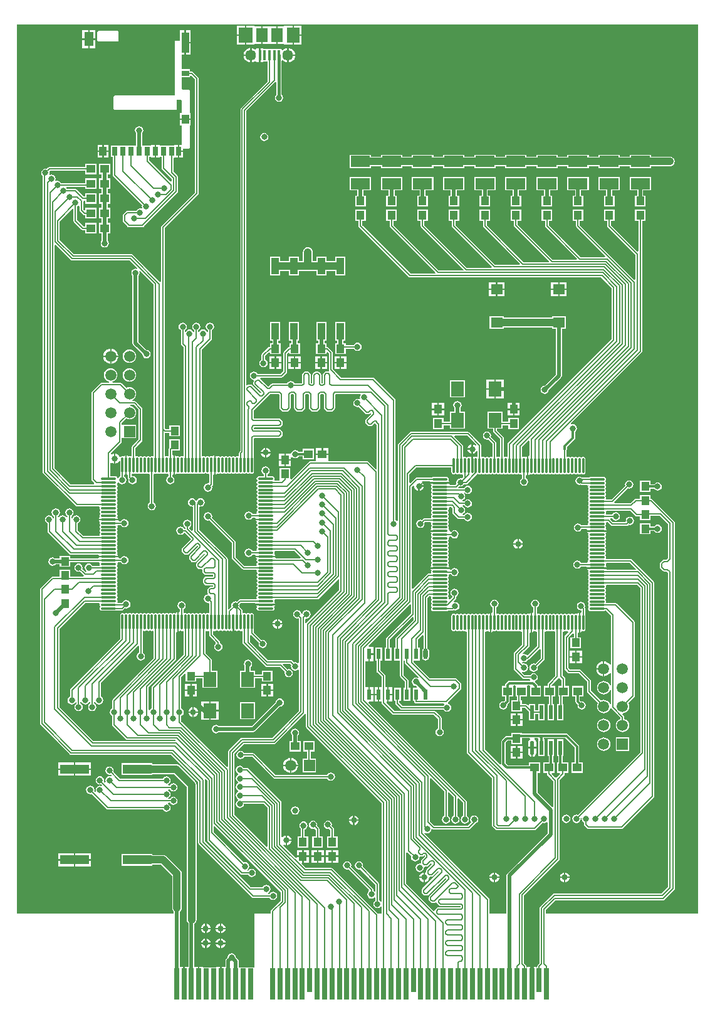
<source format=gtl>
G04 Layer_Physical_Order=1*
G04 Layer_Color=255*
%FSLAX44Y44*%
%MOMM*%
G71*
G01*
G75*
%ADD10R,0.7000X4.2000*%
%ADD11R,0.7000X3.2000*%
%ADD12R,1.2000X1.1400*%
%ADD13R,1.1400X1.2000*%
%ADD14R,1.1000X2.2000*%
%ADD15R,3.9000X1.3000*%
%ADD16R,1.8000X2.0000*%
%ADD17R,0.6000X1.4500*%
%ADD18O,0.6000X1.4500*%
%ADD19R,1.6000X1.4000*%
%ADD20O,2.1000X0.3000*%
%ADD21O,0.3000X2.1000*%
%ADD22O,0.5500X1.9500*%
%ADD23R,0.5500X1.9500*%
%ADD24R,2.6000X1.5000*%
%ADD25R,0.4000X1.3500*%
%ADD26R,1.5000X1.9000*%
%ADD27R,1.0000X1.2000*%
%ADD28R,0.7000X1.2000*%
%ADD29R,1.0000X0.8000*%
%ADD30R,1.0000X2.8000*%
%ADD31R,1.3000X1.9000*%
%ADD32C,0.2000*%
%ADD33C,1.0000*%
%ADD34C,0.3000*%
%ADD35C,0.5000*%
%ADD36C,0.4000*%
%ADD37C,0.1524*%
%ADD38C,1.5000*%
%ADD39R,1.5000X1.5000*%
%ADD40R,1.5000X1.5000*%
%ADD41R,1.9000X2.0000*%
%ADD42R,1.8000X2.0000*%
%ADD43C,1.4500*%
%ADD44C,0.8000*%
G36*
X620420Y762975D02*
X619428Y761845D01*
X618298Y762713D01*
X616707Y763372D01*
X616000Y763465D01*
Y757000D01*
Y750535D01*
X616707Y750628D01*
X618298Y751287D01*
X619664Y752336D01*
X620713Y753702D01*
X620951Y754277D01*
X622451Y753979D01*
Y747524D01*
X621584Y746882D01*
X620951Y746619D01*
X620000Y746809D01*
X618829Y746576D01*
X618236Y746179D01*
X617913Y746663D01*
X616576Y747555D01*
X616000Y747670D01*
Y734750D01*
X614000D01*
Y747670D01*
X613424Y747555D01*
X612087Y746663D01*
X611764Y746179D01*
X611171Y746576D01*
X610000Y746809D01*
X608829Y746576D01*
X607837Y745913D01*
X607163D01*
X606171Y746576D01*
X605000Y746809D01*
X604049Y746619D01*
X603416Y746882D01*
X602549Y747524D01*
Y760950D01*
X602355Y761925D01*
X601802Y762752D01*
X590989Y773565D01*
X591563Y774951D01*
X608444D01*
X620420Y762975D01*
D02*
G37*
G36*
X920000Y130000D02*
X714549D01*
Y134994D01*
X727455Y147901D01*
X872400D01*
X873375Y148095D01*
X874202Y148647D01*
X887967Y162412D01*
X888519Y163239D01*
X888713Y164214D01*
Y657786D01*
X888519Y658761D01*
X887967Y659588D01*
X858252Y689302D01*
X857425Y689855D01*
X856450Y690049D01*
X856200D01*
Y695000D01*
X841800D01*
Y690049D01*
X836000D01*
X835025Y689855D01*
X834198Y689302D01*
X828694Y683799D01*
X807525D01*
X806904Y685299D01*
X825329Y703725D01*
X827000Y703392D01*
X829146Y703819D01*
X830965Y705035D01*
X832181Y706854D01*
X832608Y709000D01*
X832181Y711146D01*
X830965Y712965D01*
X829146Y714181D01*
X827000Y714608D01*
X824854Y714181D01*
X823035Y712965D01*
X821819Y711146D01*
X821392Y709000D01*
X821725Y707329D01*
X803194Y688799D01*
X796274D01*
X795632Y689666D01*
X795370Y690299D01*
X795559Y691250D01*
X795326Y692420D01*
X794663Y693413D01*
Y694087D01*
X795326Y695079D01*
X795559Y696250D01*
X795326Y697420D01*
X794663Y698413D01*
Y699087D01*
X795326Y700079D01*
X795559Y701250D01*
X795326Y702420D01*
X794663Y703413D01*
Y704087D01*
X795326Y705079D01*
X795559Y706250D01*
X795326Y707420D01*
X794663Y708413D01*
Y709087D01*
X795326Y710079D01*
X795559Y711250D01*
X795326Y712420D01*
X794663Y713413D01*
Y714087D01*
X795326Y715079D01*
X795559Y716250D01*
X795326Y717420D01*
X794663Y718413D01*
X793671Y719076D01*
X792500Y719309D01*
X774500D01*
X773329Y719076D01*
X772915Y718799D01*
X762718D01*
X762146Y719181D01*
X760000Y719608D01*
X757854Y719181D01*
X756035Y717965D01*
X754819Y716146D01*
X754392Y714000D01*
X754819Y711854D01*
X756035Y710035D01*
X757854Y708819D01*
X760000Y708392D01*
X762146Y708819D01*
X762148Y708821D01*
X762750Y708701D01*
X770726D01*
X771368Y707834D01*
X771630Y707201D01*
X771441Y706250D01*
X771674Y705079D01*
X772337Y704087D01*
Y703413D01*
X771674Y702420D01*
X771441Y701250D01*
X771674Y700079D01*
X772337Y699087D01*
Y698413D01*
X771674Y697420D01*
X771441Y696250D01*
X771674Y695079D01*
X772337Y694087D01*
Y693413D01*
X771674Y692420D01*
X771441Y691250D01*
X771674Y690079D01*
X772337Y689087D01*
Y688413D01*
X771674Y687420D01*
X771441Y686250D01*
X771674Y685079D01*
X772337Y684087D01*
Y683413D01*
X771674Y682420D01*
X771441Y681250D01*
X771674Y680079D01*
X772337Y679087D01*
Y678413D01*
X771674Y677420D01*
X771441Y676250D01*
X771674Y675079D01*
X772337Y674087D01*
Y673413D01*
X771674Y672420D01*
X771441Y671250D01*
X771674Y670079D01*
X772337Y669087D01*
Y668413D01*
X771674Y667420D01*
X771441Y666250D01*
X771674Y665079D01*
X772337Y664087D01*
Y663413D01*
X771674Y662420D01*
X771441Y661250D01*
X771674Y660079D01*
X772337Y659087D01*
Y658413D01*
X771674Y657420D01*
X771441Y656250D01*
X771630Y655299D01*
X771368Y654666D01*
X770726Y653799D01*
X762745D01*
X761965Y654965D01*
X760146Y656181D01*
X758000Y656608D01*
X755854Y656181D01*
X754035Y654965D01*
X752819Y653146D01*
X752392Y651000D01*
X752819Y648854D01*
X754035Y647035D01*
X755854Y645819D01*
X758000Y645392D01*
X760146Y645819D01*
X761965Y647035D01*
X763079Y648701D01*
X769612D01*
X770539Y647250D01*
X783500D01*
X796420D01*
X796306Y647826D01*
X795413Y649163D01*
X794929Y649486D01*
X795326Y650079D01*
X795559Y651250D01*
X795326Y652420D01*
X794663Y653413D01*
Y654087D01*
X795326Y655079D01*
X795559Y656250D01*
X795370Y657201D01*
X795632Y657834D01*
X796223Y658632D01*
X797701Y658694D01*
X802198Y654198D01*
X803025Y653645D01*
X804000Y653451D01*
X824000D01*
X824976Y653645D01*
X825802Y654198D01*
X826329Y654725D01*
X828000Y654392D01*
X830146Y654819D01*
X831965Y656035D01*
X833181Y657854D01*
X833608Y660000D01*
X833181Y662146D01*
X831965Y663965D01*
X830146Y665181D01*
X828000Y665608D01*
X825854Y665181D01*
X824035Y663965D01*
X822819Y662146D01*
X822392Y660000D01*
X822450Y659708D01*
X821499Y658549D01*
X805056D01*
X801404Y662201D01*
X802025Y663701D01*
X803921D01*
X805035Y662035D01*
X806854Y660819D01*
X809000Y660392D01*
X811146Y660819D01*
X812965Y662035D01*
X814181Y663854D01*
X814608Y666000D01*
X814181Y668146D01*
X812965Y669965D01*
X811146Y671181D01*
X809000Y671608D01*
X806854Y671181D01*
X805035Y669965D01*
X804255Y668799D01*
X796274D01*
X795632Y669666D01*
X795370Y670299D01*
X795559Y671250D01*
X795370Y672201D01*
X795632Y672834D01*
X796274Y673701D01*
X828694D01*
X835698Y666698D01*
X836525Y666145D01*
X837500Y665951D01*
X841800D01*
Y661000D01*
X856200D01*
Y667001D01*
X868394D01*
X879615Y655780D01*
Y622000D01*
Y609856D01*
X877808Y608049D01*
X874300D01*
X873325Y607855D01*
X872498Y607302D01*
X869198Y604002D01*
X868645Y603176D01*
X868451Y602200D01*
Y597800D01*
X868645Y596825D01*
X869198Y595998D01*
X872498Y592698D01*
X873325Y592145D01*
X874300Y591951D01*
X877808D01*
X879615Y590144D01*
Y590000D01*
Y166220D01*
X870944Y157549D01*
X726000D01*
X725024Y157355D01*
X724198Y156802D01*
X706698Y139302D01*
X706145Y138476D01*
X705951Y137500D01*
Y130000D01*
Y63055D01*
X703698Y60802D01*
X703145Y59975D01*
X702951Y59000D01*
Y57500D01*
X701540D01*
Y58540D01*
X696500D01*
Y35000D01*
X694500D01*
Y58540D01*
X689460D01*
Y57500D01*
X688049D01*
Y59000D01*
X687855Y59976D01*
X687303Y60802D01*
X684549Y63556D01*
Y130000D01*
Y154237D01*
X732302Y201991D01*
X732855Y202817D01*
X733049Y203793D01*
Y310444D01*
X739302Y316698D01*
X739855Y317525D01*
X740049Y318500D01*
Y319800D01*
X745000D01*
Y334200D01*
X737159D01*
Y342750D01*
X738350D01*
Y365250D01*
X729850D01*
Y342750D01*
X731041D01*
Y334200D01*
X730000D01*
Y319800D01*
X733074D01*
X733695Y318300D01*
X729061Y313666D01*
X727702Y313451D01*
X727057Y313547D01*
X722305Y318300D01*
X722926Y319800D01*
X726000D01*
Y334200D01*
X724459D01*
Y342750D01*
X725650D01*
Y365250D01*
X717150D01*
Y342750D01*
X718341D01*
Y334200D01*
X711000D01*
Y319800D01*
X715951D01*
Y318500D01*
X716145Y317525D01*
X716698Y316698D01*
X724451Y308944D01*
Y274438D01*
X722951Y273817D01*
X703578Y293189D01*
Y319800D01*
X707000D01*
Y334200D01*
X692000D01*
Y330059D01*
X663267D01*
X660059Y333267D01*
Y360733D01*
X663017Y363691D01*
X667800D01*
Y359000D01*
X682200D01*
Y366941D01*
X692670D01*
X693125Y365441D01*
X692186Y364814D01*
X691017Y363064D01*
X690606Y361000D01*
Y355000D01*
X696000D01*
X701394D01*
Y361000D01*
X700983Y363064D01*
X699814Y364814D01*
X698875Y365441D01*
X699330Y366941D01*
X703411D01*
X704510Y365441D01*
X704450Y365250D01*
X704450D01*
Y342750D01*
X712950D01*
Y365250D01*
X711759D01*
Y366941D01*
X740733D01*
X753441Y354233D01*
Y334200D01*
X749000D01*
Y319800D01*
X764000D01*
Y334200D01*
X759559D01*
Y355500D01*
X759559Y355500D01*
X759326Y356670D01*
X758663Y357663D01*
X744163Y372163D01*
X743170Y372826D01*
X742000Y373059D01*
X742000Y373059D01*
X706000D01*
X706000Y373059D01*
X706000Y373059D01*
X682200D01*
Y374000D01*
X667800D01*
Y369809D01*
X661750D01*
X660580Y369576D01*
X659587Y368913D01*
X659587Y368913D01*
X654837Y364163D01*
X654174Y363171D01*
X653941Y362000D01*
X653941Y362000D01*
Y332270D01*
X653295Y331821D01*
X652492Y331598D01*
X632549Y351541D01*
Y509976D01*
X633416Y510618D01*
X634049Y510880D01*
X635000Y510691D01*
X636171Y510924D01*
X636764Y511321D01*
X637087Y510837D01*
X638424Y509944D01*
X639000Y509830D01*
Y522750D01*
Y535670D01*
X638424Y535555D01*
X637087Y534663D01*
X636764Y534179D01*
X636171Y534576D01*
X635000Y534809D01*
X633829Y534576D01*
X632837Y533913D01*
X632163D01*
X631171Y534576D01*
X630000Y534809D01*
X628829Y534576D01*
X627837Y533913D01*
X627163D01*
X626171Y534576D01*
X625000Y534809D01*
X623829Y534576D01*
X622837Y533913D01*
X622163D01*
X621171Y534576D01*
X620000Y534809D01*
X618829Y534576D01*
X617837Y533913D01*
X617163D01*
X616171Y534576D01*
X615000Y534809D01*
X613829Y534576D01*
X612837Y533913D01*
X612163D01*
X611171Y534576D01*
X610000Y534809D01*
X608829Y534576D01*
X607837Y533913D01*
X607163D01*
X606171Y534576D01*
X605000Y534809D01*
X603829Y534576D01*
X602837Y533913D01*
X602163D01*
X601171Y534576D01*
X600000Y534809D01*
X598829Y534576D01*
X597837Y533913D01*
X597163D01*
X596171Y534576D01*
X595000Y534809D01*
X593829Y534576D01*
X592837Y533913D01*
X592163D01*
X591171Y534576D01*
X590000Y534809D01*
X588829Y534576D01*
X587837Y533913D01*
X587174Y532920D01*
X586941Y531750D01*
Y513750D01*
X587174Y512579D01*
X587837Y511587D01*
X588829Y510924D01*
X590000Y510691D01*
X591171Y510924D01*
X592163Y511587D01*
X592837D01*
X593829Y510924D01*
X595000Y510691D01*
X596171Y510924D01*
X597163Y511587D01*
X597837D01*
X598829Y510924D01*
X600000Y510691D01*
X601171Y510924D01*
X602163Y511587D01*
X602837D01*
X603829Y510924D01*
X605000Y510691D01*
X605951Y510880D01*
X606584Y510618D01*
X607451Y509976D01*
Y348000D01*
X607645Y347025D01*
X608198Y346198D01*
X641951Y312444D01*
Y249050D01*
X642145Y248075D01*
X642698Y247248D01*
X646748Y243198D01*
X647575Y242645D01*
X648550Y242451D01*
X699200D01*
X700175Y242645D01*
X701002Y243198D01*
X710529Y252725D01*
X712200Y252392D01*
X714346Y252819D01*
X715622Y253671D01*
X717122Y252972D01*
Y238889D01*
X662616Y184384D01*
X661732Y183061D01*
X661422Y181500D01*
X661422Y181500D01*
Y130000D01*
X638049D01*
Y149127D01*
X637855Y150103D01*
X637302Y150930D01*
X549934Y238298D01*
X550891Y239463D01*
X551854Y238819D01*
X554000Y238392D01*
X556146Y238819D01*
X557965Y240035D01*
X559181Y241854D01*
X559552Y243722D01*
X560378Y244169D01*
X561073Y244322D01*
X561198Y244198D01*
X562025Y243645D01*
X563000Y243451D01*
X610000D01*
X610975Y243645D01*
X611802Y244198D01*
X619319Y251714D01*
X619846Y251819D01*
X621665Y253035D01*
X622881Y254854D01*
X623308Y257000D01*
X622881Y259146D01*
X621665Y260965D01*
X619846Y262181D01*
X617700Y262608D01*
X615554Y262181D01*
X613735Y260965D01*
X612519Y259146D01*
X612092Y257000D01*
X612519Y254854D01*
X613613Y253217D01*
X608944Y248549D01*
X564056D01*
X557893Y254712D01*
Y312442D01*
X559278Y313016D01*
X577051Y295244D01*
Y261912D01*
X575635Y260965D01*
X574419Y259146D01*
X573992Y257000D01*
X574419Y254854D01*
X575635Y253035D01*
X577454Y251819D01*
X579600Y251392D01*
X581746Y251819D01*
X583565Y253035D01*
X584781Y254854D01*
X585208Y257000D01*
X584781Y259146D01*
X583565Y260965D01*
X582149Y261912D01*
Y293136D01*
X583535Y293710D01*
X589751Y287493D01*
Y261912D01*
X588335Y260965D01*
X587119Y259146D01*
X586692Y257000D01*
X587119Y254854D01*
X588335Y253035D01*
X590154Y251819D01*
X592300Y251392D01*
X594446Y251819D01*
X596265Y253035D01*
X597481Y254854D01*
X597908Y257000D01*
X597481Y259146D01*
X596265Y260965D01*
X594849Y261912D01*
Y285385D01*
X596235Y285959D01*
X602451Y279743D01*
Y261912D01*
X601035Y260965D01*
X599819Y259146D01*
X599392Y257000D01*
X599819Y254854D01*
X601035Y253035D01*
X602854Y251819D01*
X605000Y251392D01*
X607146Y251819D01*
X608965Y253035D01*
X610181Y254854D01*
X610608Y257000D01*
X610181Y259146D01*
X608965Y260965D01*
X607549Y261912D01*
Y280799D01*
X607355Y281774D01*
X606802Y282601D01*
X474829Y414574D01*
X475404Y415960D01*
X481440D01*
Y424750D01*
X475900D01*
Y425750D01*
X474900D01*
Y435540D01*
X470549D01*
Y470460D01*
X474900D01*
Y480250D01*
X475900D01*
Y481250D01*
X481440D01*
Y490040D01*
X475404D01*
X474829Y491426D01*
X530665Y547262D01*
X532051Y546688D01*
Y535356D01*
X499498Y502802D01*
X498945Y501976D01*
X498751Y501000D01*
Y489000D01*
X496800D01*
Y471500D01*
X505800D01*
Y489000D01*
X503849D01*
Y499944D01*
X534165Y530261D01*
X535551Y529686D01*
Y526156D01*
X512198Y502802D01*
X511645Y501976D01*
X511451Y501000D01*
Y489000D01*
X509500D01*
Y471500D01*
X517451D01*
Y451000D01*
X517645Y450024D01*
X518198Y449198D01*
X524151Y443244D01*
Y434500D01*
X522200D01*
Y417000D01*
X531200D01*
Y434500D01*
X529249D01*
Y444300D01*
X529055Y445275D01*
X528502Y446102D01*
X522549Y452056D01*
Y471500D01*
X524151D01*
Y468586D01*
X524345Y467610D01*
X524898Y466783D01*
X542804Y448877D01*
X541848Y447712D01*
X541146Y448181D01*
X539000Y448608D01*
X536854Y448181D01*
X535035Y446965D01*
X533819Y445146D01*
X533392Y443000D01*
X533819Y440854D01*
X535035Y439035D01*
X536854Y437819D01*
X538800Y437432D01*
X540346Y435886D01*
X539772Y434500D01*
X534900D01*
Y417000D01*
X536851D01*
Y416000D01*
X537045Y415025D01*
X537598Y414198D01*
X538425Y413645D01*
X539400Y413451D01*
X576558D01*
X577035Y411965D01*
X576088Y410549D01*
X521056D01*
X516549Y415056D01*
Y417000D01*
X518500D01*
Y434500D01*
X509500D01*
Y417000D01*
X511451D01*
Y414000D01*
X511645Y413025D01*
X512198Y412198D01*
X518198Y406198D01*
X519025Y405645D01*
X520000Y405451D01*
X576088D01*
X577035Y404035D01*
X578854Y402819D01*
X581000Y402392D01*
X583146Y402819D01*
X584965Y404035D01*
X586181Y405854D01*
X586608Y408000D01*
X586181Y410146D01*
X584965Y411965D01*
X583146Y413181D01*
X582618Y413286D01*
X582125Y414913D01*
X599302Y432091D01*
X599855Y432918D01*
X600049Y433893D01*
Y440107D01*
X599855Y441082D01*
X599302Y441909D01*
X594409Y446802D01*
X593582Y447355D01*
X592607Y447549D01*
X558056D01*
X535605Y470000D01*
X535684Y471500D01*
X543900D01*
Y489000D01*
X541949D01*
Y499944D01*
X548165Y506161D01*
X549551Y505586D01*
Y488209D01*
X548856Y487744D01*
X547861Y486256D01*
X547512Y484500D01*
Y476000D01*
X547861Y474244D01*
X548856Y472756D01*
X550344Y471761D01*
X552100Y471412D01*
X553856Y471761D01*
X555344Y472756D01*
X556339Y474244D01*
X556688Y476000D01*
Y484500D01*
X556339Y486256D01*
X555344Y487744D01*
X554649Y488209D01*
Y556044D01*
X557299Y558694D01*
X558777Y558632D01*
X559368Y557834D01*
X559630Y557201D01*
X559441Y556250D01*
X559674Y555079D01*
X560337Y554087D01*
Y553413D01*
X559674Y552420D01*
X559441Y551250D01*
X559674Y550079D01*
X560337Y549087D01*
Y548413D01*
X559674Y547420D01*
X559441Y546250D01*
X559674Y545079D01*
X560337Y544087D01*
Y543413D01*
X559674Y542420D01*
X559441Y541250D01*
X559674Y540079D01*
X560337Y539087D01*
X561329Y538424D01*
X562500Y538191D01*
X580500D01*
X581670Y538424D01*
X582085Y538701D01*
X588250D01*
X589225Y538895D01*
X590052Y539448D01*
X590328Y539724D01*
X591999Y539391D01*
X594145Y539818D01*
X595964Y541034D01*
X597180Y542853D01*
X597607Y544999D01*
X597180Y547145D01*
X595964Y548964D01*
X594145Y550180D01*
X591999Y550607D01*
X591051Y550418D01*
X590312Y551801D01*
X592802Y554291D01*
X593355Y555118D01*
X593549Y556093D01*
Y558088D01*
X594965Y559035D01*
X596181Y560854D01*
X596608Y563000D01*
X596181Y565146D01*
X594965Y566965D01*
X593146Y568181D01*
X591000Y568608D01*
X588854Y568181D01*
X587035Y566965D01*
X585819Y565146D01*
X585392Y563000D01*
X585819Y560854D01*
X587035Y559035D01*
X587933Y558434D01*
X588056Y556754D01*
X585289Y553987D01*
X583484Y554272D01*
X583190Y554876D01*
X583326Y555079D01*
X583559Y556250D01*
X583326Y557420D01*
X582663Y558413D01*
Y559087D01*
X583326Y560079D01*
X583559Y561250D01*
X583326Y562420D01*
X582663Y563413D01*
Y564087D01*
X583326Y565079D01*
X583559Y566250D01*
X583326Y567420D01*
X582663Y568413D01*
Y569087D01*
X583326Y570079D01*
X583559Y571250D01*
X583326Y572420D01*
X582663Y573413D01*
Y574087D01*
X583326Y575079D01*
X583559Y576250D01*
X583326Y577420D01*
X582663Y578413D01*
Y579087D01*
X583326Y580079D01*
X583559Y581250D01*
X583326Y582420D01*
X582663Y583413D01*
Y584087D01*
X583326Y585079D01*
X583559Y586250D01*
X583419Y586951D01*
X584140Y588172D01*
X584441Y588451D01*
X586088D01*
X587035Y587035D01*
X588854Y585819D01*
X591000Y585392D01*
X593146Y585819D01*
X594965Y587035D01*
X596181Y588854D01*
X596608Y591000D01*
X596181Y593146D01*
X594965Y594965D01*
X593146Y596181D01*
X591000Y596608D01*
X588854Y596181D01*
X587035Y594965D01*
X586537Y594220D01*
X585512Y594248D01*
X584774Y595250D01*
X571500D01*
X558580D01*
X558694Y594674D01*
X559587Y593337D01*
X560071Y593014D01*
X559674Y592420D01*
X559441Y591250D01*
X559630Y590299D01*
X559368Y589666D01*
X558726Y588799D01*
X556501D01*
X555526Y588605D01*
X554699Y588052D01*
X534935Y568288D01*
X533549Y568862D01*
Y705944D01*
X534934Y707329D01*
X535673Y707164D01*
X536441Y706715D01*
X536628Y705293D01*
X537287Y703702D01*
X538336Y702336D01*
X539702Y701287D01*
X541293Y700628D01*
X542000Y700535D01*
Y707000D01*
X543000D01*
Y708000D01*
X549465D01*
X549372Y708707D01*
X548713Y710298D01*
X547664Y711664D01*
X546965Y712201D01*
X547474Y713701D01*
X557612D01*
X558539Y712250D01*
X571500D01*
X584420D01*
X584306Y712826D01*
X583413Y714163D01*
X582929Y714486D01*
X583326Y715079D01*
X583559Y716250D01*
X583326Y717420D01*
X582663Y718413D01*
X581670Y719076D01*
X580500Y719309D01*
X562500D01*
X561329Y719076D01*
X560915Y718799D01*
X540250D01*
X539274Y718605D01*
X538447Y718052D01*
X531435Y711040D01*
X530049Y711614D01*
Y722944D01*
X539306Y732201D01*
X586941D01*
Y725750D01*
X587174Y724579D01*
X587837Y723587D01*
X588829Y722924D01*
X590000Y722691D01*
X591171Y722924D01*
X592163Y723587D01*
X592837D01*
X593829Y722924D01*
X595000Y722691D01*
X596171Y722924D01*
X597163Y723587D01*
X597837D01*
X598829Y722924D01*
X600000Y722691D01*
X600951Y722880D01*
X601584Y722618D01*
X602451Y721975D01*
Y719056D01*
X600671Y717275D01*
X599000Y717608D01*
X596854Y717181D01*
X595035Y715965D01*
X593819Y714146D01*
X593392Y712000D01*
X593725Y710329D01*
X592194Y708799D01*
X585388D01*
X584461Y710250D01*
X571500D01*
X558580D01*
X558694Y709673D01*
X559587Y708337D01*
X560071Y708014D01*
X559674Y707420D01*
X559441Y706250D01*
X559674Y705079D01*
X560337Y704087D01*
Y703413D01*
X559674Y702420D01*
X559441Y701250D01*
X559674Y700079D01*
X560337Y699087D01*
Y698413D01*
X559674Y697420D01*
X559441Y696250D01*
X559674Y695079D01*
X560337Y694087D01*
Y693413D01*
X559674Y692420D01*
X559441Y691250D01*
X559674Y690079D01*
X560337Y689087D01*
Y688413D01*
X559674Y687420D01*
X559441Y686250D01*
X559674Y685079D01*
X560337Y684087D01*
Y683413D01*
X559674Y682420D01*
X559441Y681250D01*
X559674Y680079D01*
X560337Y679087D01*
Y678413D01*
X559674Y677420D01*
X559441Y676250D01*
X559674Y675079D01*
X560337Y674087D01*
Y673413D01*
X559674Y672420D01*
X559441Y671250D01*
X559674Y670079D01*
X560337Y669087D01*
Y668413D01*
X559674Y667420D01*
X559441Y666250D01*
X559630Y665299D01*
X559368Y664666D01*
X558726Y663799D01*
X550250D01*
X549274Y663605D01*
X548447Y663052D01*
X546671Y661275D01*
X545000Y661608D01*
X542854Y661181D01*
X541035Y659965D01*
X539819Y658146D01*
X539392Y656000D01*
X539819Y653854D01*
X541035Y652035D01*
X542854Y650819D01*
X545000Y650392D01*
X547146Y650819D01*
X548965Y652035D01*
X550181Y653854D01*
X550608Y656000D01*
X550275Y657671D01*
X551306Y658701D01*
X558726D01*
X559368Y657834D01*
X559630Y657201D01*
X559441Y656250D01*
X559674Y655079D01*
X560337Y654087D01*
Y653413D01*
X559674Y652420D01*
X559441Y651250D01*
X559674Y650079D01*
X560071Y649486D01*
X559587Y649163D01*
X558694Y647826D01*
X558580Y647250D01*
X571500D01*
Y645250D01*
X558580D01*
X558694Y644673D01*
X559587Y643337D01*
X560071Y643014D01*
X559674Y642420D01*
X559441Y641250D01*
X559674Y640079D01*
X560337Y639087D01*
Y638413D01*
X559674Y637420D01*
X559441Y636250D01*
X559674Y635079D01*
X560337Y634087D01*
Y633413D01*
X559674Y632420D01*
X559441Y631250D01*
X559674Y630079D01*
X560337Y629087D01*
Y628413D01*
X559674Y627420D01*
X559441Y626250D01*
X559674Y625079D01*
X560337Y624087D01*
Y623413D01*
X559674Y622420D01*
X559441Y621250D01*
X559674Y620079D01*
X560337Y619087D01*
Y618413D01*
X559674Y617420D01*
X559441Y616250D01*
X559674Y615079D01*
X560337Y614087D01*
Y613413D01*
X559674Y612420D01*
X559441Y611250D01*
X559674Y610079D01*
X560337Y609087D01*
Y608413D01*
X559674Y607420D01*
X559441Y606250D01*
X559674Y605079D01*
X560337Y604087D01*
Y603413D01*
X559674Y602420D01*
X559441Y601250D01*
X559674Y600079D01*
X560071Y599486D01*
X559587Y599162D01*
X558694Y597826D01*
X558580Y597250D01*
X571500D01*
X584420D01*
X584306Y597826D01*
X583413Y599162D01*
X582929Y599486D01*
X583326Y600079D01*
X583559Y601250D01*
X583326Y602420D01*
X582663Y603413D01*
Y604087D01*
X583326Y605079D01*
X583559Y606250D01*
X583326Y607420D01*
X582663Y608413D01*
Y609087D01*
X583326Y610079D01*
X583559Y611250D01*
X583326Y612420D01*
X582663Y613413D01*
Y614087D01*
X583326Y615079D01*
X583559Y616250D01*
X583326Y617420D01*
X582663Y618413D01*
Y619087D01*
X583326Y620079D01*
X583559Y621250D01*
X583326Y622420D01*
X582663Y623413D01*
Y624087D01*
X583326Y625079D01*
X583559Y626250D01*
X583326Y627420D01*
X582663Y628413D01*
Y629087D01*
X583326Y630079D01*
X583559Y631250D01*
X583326Y632420D01*
X582663Y633413D01*
Y634087D01*
X583326Y635079D01*
X583559Y636250D01*
X583370Y637201D01*
X583632Y637834D01*
X584274Y638701D01*
X586590D01*
X587035Y638035D01*
X588854Y636819D01*
X591000Y636392D01*
X593146Y636819D01*
X594965Y638035D01*
X596181Y639854D01*
X596608Y642000D01*
X596181Y644146D01*
X594965Y645965D01*
X593146Y647181D01*
X591000Y647608D01*
X588854Y647181D01*
X587035Y645965D01*
X586395Y645008D01*
X585903Y645013D01*
X584619Y646250D01*
X584306Y647826D01*
X583413Y649163D01*
X582929Y649486D01*
X583326Y650079D01*
X583559Y651250D01*
X583326Y652420D01*
X582663Y653413D01*
Y654087D01*
X583326Y655079D01*
X583559Y656250D01*
X583326Y657420D01*
X582663Y658413D01*
Y659087D01*
X583326Y660079D01*
X583559Y661250D01*
X583326Y662420D01*
X582663Y663413D01*
Y664087D01*
X583326Y665079D01*
X583559Y666250D01*
X583326Y667420D01*
X582663Y668413D01*
Y669087D01*
X583326Y670079D01*
X583559Y671250D01*
X583326Y672420D01*
X582663Y673413D01*
Y674087D01*
X583326Y675079D01*
X583559Y676250D01*
X583370Y677201D01*
X583632Y677834D01*
X584274Y678701D01*
X586975D01*
X588451Y677225D01*
Y671000D01*
X588645Y670024D01*
X589198Y669198D01*
X594967Y663428D01*
X595794Y662875D01*
X596770Y662681D01*
X604088D01*
X605035Y661265D01*
X606854Y660050D01*
X609000Y659623D01*
X611146Y660050D01*
X612965Y661265D01*
X614181Y663084D01*
X614608Y665230D01*
X614181Y667376D01*
X612965Y669196D01*
X611146Y670411D01*
X609000Y670838D01*
X606854Y670411D01*
X605035Y669196D01*
X604088Y667779D01*
X602320D01*
X601987Y669166D01*
X602010Y669279D01*
X603773Y670458D01*
X604989Y672277D01*
X605415Y674423D01*
X604989Y676569D01*
X603773Y678388D01*
X602010Y679566D01*
X601987Y679679D01*
X602320Y681066D01*
X604088D01*
X605035Y679650D01*
X606854Y678434D01*
X609000Y678008D01*
X611146Y678434D01*
X612965Y679650D01*
X614181Y681469D01*
X614608Y683615D01*
X614181Y685761D01*
X612965Y687580D01*
X611146Y688796D01*
X609000Y689223D01*
X606854Y688796D01*
X605035Y687580D01*
X604088Y686164D01*
X602320D01*
X601987Y687551D01*
X602010Y687664D01*
X603773Y688842D01*
X604989Y690662D01*
X605415Y692808D01*
X604989Y694954D01*
X603982Y696460D01*
X604269Y697594D01*
X604550Y698057D01*
X604978Y698119D01*
X605035Y698035D01*
X606854Y696819D01*
X609000Y696392D01*
X611146Y696819D01*
X612965Y698035D01*
X614181Y699854D01*
X614608Y702000D01*
X614181Y704146D01*
X612965Y705965D01*
X611146Y707181D01*
X609000Y707608D01*
X606854Y707181D01*
X605035Y705965D01*
X603819Y704146D01*
X603750Y703799D01*
X596525D01*
X595904Y705299D01*
X597329Y706725D01*
X599000Y706392D01*
X601146Y706819D01*
X602965Y708035D01*
X603912Y709451D01*
X606907D01*
X607882Y709645D01*
X608709Y710198D01*
X621460Y722948D01*
X622837Y723587D01*
X623829Y722924D01*
X625000Y722691D01*
X626171Y722924D01*
X627163Y723587D01*
X627837D01*
X628829Y722924D01*
X630000Y722691D01*
X631171Y722924D01*
X632163Y723587D01*
X632837D01*
X633829Y722924D01*
X635000Y722691D01*
X636171Y722924D01*
X637163Y723587D01*
X637837D01*
X638829Y722924D01*
X640000Y722691D01*
X641171Y722924D01*
X642163Y723587D01*
X642837D01*
X643829Y722924D01*
X645000Y722691D01*
X646171Y722924D01*
X647163Y723587D01*
X647837D01*
X648829Y722924D01*
X650000Y722691D01*
X651171Y722924D01*
X652163Y723587D01*
X652837D01*
X653829Y722924D01*
X655000Y722691D01*
X656171Y722924D01*
X657163Y723587D01*
X657837D01*
X658829Y722924D01*
X660000Y722691D01*
X661171Y722924D01*
X662163Y723587D01*
X662837D01*
X663829Y722924D01*
X665000Y722691D01*
X666171Y722924D01*
X667163Y723587D01*
X667837D01*
X668829Y722924D01*
X670000Y722691D01*
X671171Y722924D01*
X672163Y723587D01*
X672837D01*
X673829Y722924D01*
X675000Y722691D01*
X676171Y722924D01*
X677163Y723587D01*
X677837D01*
X678829Y722924D01*
X680000Y722691D01*
X680951Y722880D01*
X681584Y722618D01*
X682451Y721975D01*
Y717912D01*
X681035Y716965D01*
X679819Y715146D01*
X679392Y713000D01*
X679819Y710854D01*
X681035Y709035D01*
X682854Y707819D01*
X685000Y707392D01*
X687146Y707819D01*
X688965Y709035D01*
X690181Y710854D01*
X690608Y713000D01*
X690181Y715146D01*
X688965Y716965D01*
X687549Y717912D01*
Y720862D01*
X689000Y721789D01*
Y734750D01*
Y747670D01*
X688424Y747555D01*
X687087Y746663D01*
X686764Y746179D01*
X686171Y746576D01*
X685000Y746809D01*
X684049Y746619D01*
X683416Y746882D01*
X682549Y747524D01*
Y759974D01*
X691065Y768490D01*
X692451Y767916D01*
Y748638D01*
X691000Y747711D01*
Y734750D01*
Y721830D01*
X691576Y721944D01*
X692913Y722837D01*
X693236Y723321D01*
X693829Y722924D01*
X695000Y722691D01*
X696171Y722924D01*
X697163Y723587D01*
X697837D01*
X698829Y722924D01*
X700000Y722691D01*
X701171Y722924D01*
X702163Y723587D01*
X702837D01*
X703829Y722924D01*
X705000Y722691D01*
X706171Y722924D01*
X707163Y723587D01*
X707837D01*
X708829Y722924D01*
X710000Y722691D01*
X711171Y722924D01*
X712163Y723587D01*
X712837D01*
X713829Y722924D01*
X715000Y722691D01*
X716171Y722924D01*
X717163Y723587D01*
X717837D01*
X718829Y722924D01*
X720000Y722691D01*
X721171Y722924D01*
X722163Y723587D01*
X722837D01*
X723829Y722924D01*
X725000Y722691D01*
X726171Y722924D01*
X727163Y723587D01*
X727837D01*
X728829Y722924D01*
X730000Y722691D01*
X731171Y722924D01*
X732163Y723587D01*
X732837D01*
X733829Y722924D01*
X735000Y722691D01*
X736171Y722924D01*
X737163Y723587D01*
X737837D01*
X738829Y722924D01*
X740000Y722691D01*
X741171Y722924D01*
X742163Y723587D01*
X742837D01*
X743829Y722924D01*
X745000Y722691D01*
X746171Y722924D01*
X747163Y723587D01*
X747837D01*
X748829Y722924D01*
X750000Y722691D01*
X751171Y722924D01*
X752163Y723587D01*
X752837D01*
X753829Y722924D01*
X755000Y722691D01*
X756171Y722924D01*
X757163Y723587D01*
X757837D01*
X758829Y722924D01*
X760000Y722691D01*
X761171Y722924D01*
X762163Y723587D01*
X762837D01*
X763829Y722924D01*
X765000Y722691D01*
X766171Y722924D01*
X767163Y723587D01*
X767826Y724579D01*
X768059Y725750D01*
Y743750D01*
X767826Y744920D01*
X767163Y745913D01*
X766171Y746576D01*
X765000Y746809D01*
X763829Y746576D01*
X762837Y745913D01*
X762163D01*
X761171Y746576D01*
X760000Y746809D01*
X758829Y746576D01*
X757837Y745913D01*
X757163D01*
X756171Y746576D01*
X755000Y746809D01*
X753829Y746576D01*
X752837Y745913D01*
X752163D01*
X751171Y746576D01*
X750000Y746809D01*
X748829Y746576D01*
X747837Y745913D01*
X747163D01*
X746171Y746576D01*
X745000Y746809D01*
X744049Y746619D01*
X743416Y746882D01*
X742549Y747524D01*
Y755415D01*
X742826Y755829D01*
X743059Y757000D01*
Y759733D01*
X753163Y769837D01*
X753826Y770829D01*
X754059Y772000D01*
X754059Y772000D01*
Y780429D01*
X754965Y781035D01*
X756181Y782854D01*
X756608Y785000D01*
X756181Y787146D01*
X754965Y788965D01*
X753146Y790181D01*
X751000Y790608D01*
X748854Y790181D01*
X748747Y790109D01*
X747791Y791274D01*
X843802Y887286D01*
X844355Y888113D01*
X844549Y889088D01*
Y1065000D01*
X849200D01*
Y1080000D01*
X834800D01*
Y1065000D01*
X839451D01*
Y1024114D01*
X838065Y1023540D01*
X802549Y1059056D01*
Y1065000D01*
X807200D01*
Y1080000D01*
X792800D01*
Y1065000D01*
X797451D01*
Y1058000D01*
X797645Y1057025D01*
X798198Y1056198D01*
X835451Y1018944D01*
Y986114D01*
X834065Y985539D01*
X760549Y1059056D01*
Y1065000D01*
X765200D01*
Y1080000D01*
X750800D01*
Y1065000D01*
X755451D01*
Y1058000D01*
X755645Y1057025D01*
X756198Y1056198D01*
X794960Y1017435D01*
X794386Y1016049D01*
X761556D01*
X718549Y1059056D01*
Y1065000D01*
X723200D01*
Y1080000D01*
X708800D01*
Y1065000D01*
X713451D01*
Y1058000D01*
X713645Y1057025D01*
X714198Y1056198D01*
X756460Y1013935D01*
X755887Y1012549D01*
X724056D01*
X676549Y1060056D01*
Y1065000D01*
X681200D01*
Y1080000D01*
X666800D01*
Y1065000D01*
X671451D01*
Y1059000D01*
X671645Y1058025D01*
X672198Y1057198D01*
X718960Y1010435D01*
X718387Y1009049D01*
X684556D01*
X634549Y1059056D01*
Y1065000D01*
X639200D01*
Y1080000D01*
X624800D01*
Y1065000D01*
X629451D01*
Y1058000D01*
X629645Y1057025D01*
X630198Y1056198D01*
X679461Y1006935D01*
X678886Y1005549D01*
X646056D01*
X592549Y1059056D01*
Y1065000D01*
X597200D01*
Y1080000D01*
X582800D01*
Y1065000D01*
X587451D01*
Y1058000D01*
X587645Y1057025D01*
X588198Y1056198D01*
X641460Y1002935D01*
X640887Y1001549D01*
X608056D01*
X550549Y1059056D01*
Y1065000D01*
X555200D01*
Y1080000D01*
X540800D01*
Y1065000D01*
X545451D01*
Y1058000D01*
X545645Y1057025D01*
X546198Y1056198D01*
X603460Y998935D01*
X602886Y997549D01*
X570056D01*
X508549Y1059056D01*
Y1065000D01*
X513200D01*
Y1080000D01*
X498800D01*
Y1065000D01*
X503451D01*
Y1058000D01*
X503645Y1057025D01*
X504198Y1056198D01*
X565461Y994935D01*
X564886Y993549D01*
X532056D01*
X466549Y1059056D01*
Y1065000D01*
X471200D01*
Y1080000D01*
X456800D01*
Y1065000D01*
X461451D01*
Y1058000D01*
X461645Y1057025D01*
X462198Y1056198D01*
X529198Y989198D01*
X530024Y988645D01*
X531000Y988451D01*
X789296D01*
X803451Y974296D01*
Y905056D01*
X663198Y764802D01*
X662645Y763976D01*
X662451Y763000D01*
Y747524D01*
X661584Y746882D01*
X660951Y746619D01*
X660000Y746809D01*
X659049Y746619D01*
X658416Y746882D01*
X657549Y747524D01*
Y772000D01*
X657355Y772975D01*
X656802Y773802D01*
X648349Y782256D01*
Y784500D01*
X656300D01*
Y788951D01*
X663800D01*
Y784000D01*
X678200D01*
Y799000D01*
X663800D01*
Y794049D01*
X656300D01*
Y807500D01*
X635300D01*
Y784500D01*
X643251D01*
Y781200D01*
X643445Y780225D01*
X643998Y779398D01*
X652451Y770944D01*
Y747524D01*
X651584Y746882D01*
X650951Y746619D01*
X650000Y746809D01*
X649049Y746619D01*
X648416Y746882D01*
X647549Y747524D01*
Y765000D01*
X647355Y765975D01*
X646802Y766802D01*
X640275Y773329D01*
X640608Y775000D01*
X640181Y777146D01*
X638965Y778965D01*
X637146Y780181D01*
X635000Y780608D01*
X632854Y780181D01*
X631035Y778965D01*
X629819Y777146D01*
X629392Y775000D01*
X629819Y772854D01*
X631035Y771035D01*
X632854Y769819D01*
X635000Y769392D01*
X636671Y769725D01*
X642451Y763944D01*
Y747524D01*
X641584Y746882D01*
X640951Y746619D01*
X640000Y746809D01*
X638829Y746576D01*
X637837Y745913D01*
X637163D01*
X636171Y746576D01*
X635000Y746809D01*
X633829Y746576D01*
X632837Y745913D01*
X632163D01*
X631171Y746576D01*
X630000Y746809D01*
X629049Y746619D01*
X628416Y746882D01*
X627549Y747524D01*
Y762000D01*
X627355Y762975D01*
X626802Y763802D01*
X611302Y779302D01*
X610475Y779855D01*
X609500Y780049D01*
X532100D01*
X531125Y779855D01*
X530298Y779302D01*
X515198Y764202D01*
X514645Y763375D01*
X514451Y762400D01*
Y660442D01*
X512965Y659965D01*
X511549Y660912D01*
Y823000D01*
X511355Y823976D01*
X510802Y824802D01*
X482802Y852802D01*
X481976Y853355D01*
X481000Y853549D01*
X438056D01*
X427710Y863895D01*
X428766Y864960D01*
X430257Y864960D01*
X436000D01*
Y872500D01*
X428760D01*
Y866460D01*
X428760Y864966D01*
X427695Y863910D01*
X426549Y865056D01*
Y887000D01*
X426355Y887975D01*
X425802Y888802D01*
X420602Y894003D01*
X419775Y894555D01*
X418800Y894749D01*
X418200D01*
Y900000D01*
X415378D01*
Y903501D01*
X418300D01*
Y928501D01*
X404300D01*
Y903501D01*
X407221D01*
Y900000D01*
X403800D01*
Y885000D01*
X418200D01*
Y887235D01*
X419586Y887809D01*
X421451Y885944D01*
Y864000D01*
X421645Y863025D01*
X421866Y862694D01*
X420892Y861451D01*
X420400Y861549D01*
X417600D01*
X416624Y861355D01*
X415798Y860802D01*
X413698Y858702D01*
X413145Y857875D01*
X412951Y856900D01*
Y846156D01*
X412344Y845549D01*
X411656D01*
X411049Y846156D01*
Y856900D01*
X410855Y857875D01*
X410302Y858702D01*
X408202Y860802D01*
X407375Y861355D01*
X406400Y861549D01*
X403600D01*
X402625Y861355D01*
X401797Y860802D01*
X399697Y858702D01*
X399145Y857875D01*
X398951Y856900D01*
Y846156D01*
X398344Y845549D01*
X397656D01*
X397049Y846156D01*
Y856900D01*
X396855Y857875D01*
X396302Y858702D01*
X394202Y860802D01*
X393375Y861355D01*
X392400Y861549D01*
X389600D01*
X388624Y861355D01*
X387798Y860802D01*
X385698Y858702D01*
X385145Y857875D01*
X384951Y856900D01*
Y846156D01*
X384344Y845549D01*
X374912D01*
X373965Y846965D01*
X372146Y848181D01*
X370000Y848608D01*
X367854Y848181D01*
X366035Y846965D01*
X365088Y845549D01*
X345050D01*
X344075Y845355D01*
X343248Y844802D01*
X339655Y841210D01*
X339292D01*
X328732Y851769D01*
X328460Y851951D01*
X328915Y853451D01*
X357000D01*
X357976Y853645D01*
X358802Y854198D01*
X363802Y859198D01*
X364355Y860025D01*
X364549Y861000D01*
Y884944D01*
X366414Y886809D01*
X367800Y886235D01*
Y885000D01*
X382200D01*
Y900000D01*
X379078D01*
Y903501D01*
X381200D01*
Y928501D01*
X367200D01*
Y903501D01*
X370922D01*
Y900000D01*
X367800D01*
Y894910D01*
X367525Y894855D01*
X366698Y894302D01*
X360198Y887802D01*
X359645Y886975D01*
X359451Y886000D01*
Y862056D01*
X355944Y858549D01*
X324912D01*
X323965Y859965D01*
X322146Y861181D01*
X320000Y861608D01*
X317854Y861181D01*
X316035Y859965D01*
X314819Y858146D01*
X314392Y856000D01*
X314819Y853854D01*
X316035Y852035D01*
X317854Y850819D01*
X319294Y850533D01*
X319608Y850093D01*
X319962Y848972D01*
X319625Y848467D01*
X319431Y847492D01*
Y845017D01*
X319625Y844042D01*
X320178Y843215D01*
X329779Y833614D01*
X329612Y833212D01*
X327842Y832860D01*
X317264Y843439D01*
X316437Y843991D01*
X315461Y844185D01*
X312986D01*
X312011Y843991D01*
X311184Y843439D01*
X310942Y843197D01*
X309556Y843771D01*
Y1213018D01*
X348931Y1252393D01*
X349736Y1252242D01*
X350431Y1251839D01*
Y1235230D01*
X350035Y1234965D01*
X348819Y1233146D01*
X348392Y1231000D01*
X348819Y1228854D01*
X350035Y1227035D01*
X351854Y1225819D01*
X354000Y1225392D01*
X356146Y1225819D01*
X357965Y1227035D01*
X359181Y1228854D01*
X359608Y1231000D01*
X359181Y1233146D01*
X357965Y1234965D01*
X357569Y1235230D01*
Y1281073D01*
X358526Y1281398D01*
X359068Y1281479D01*
X361063Y1279949D01*
X363444Y1278962D01*
X365000Y1278757D01*
Y1288500D01*
Y1298243D01*
X363444Y1298038D01*
X361063Y1297052D01*
X359018Y1295482D01*
X358920Y1295355D01*
X357500Y1295838D01*
Y1296750D01*
X332540D01*
Y1297790D01*
X329000D01*
Y1288500D01*
Y1279210D01*
X332540D01*
Y1280250D01*
X338694D01*
Y1252955D01*
X302595Y1216857D01*
X302095Y1216108D01*
X301919Y1215226D01*
Y754181D01*
X300619Y752881D01*
X300119Y752132D01*
X299944Y751250D01*
Y748112D01*
X298444Y747310D01*
X298420Y747326D01*
X297250Y747559D01*
X296079Y747326D01*
X295087Y746663D01*
X294413D01*
X293420Y747326D01*
X292250Y747559D01*
X291079Y747326D01*
X290087Y746663D01*
X289413D01*
X288420Y747326D01*
X287250Y747559D01*
X286079Y747326D01*
X285087Y746663D01*
X284413D01*
X283420Y747326D01*
X282250Y747559D01*
X281079Y747326D01*
X280087Y746663D01*
X279413D01*
X278420Y747326D01*
X277250Y747559D01*
X276079Y747326D01*
X275087Y746663D01*
X274413D01*
X273420Y747326D01*
X272250Y747559D01*
X271079Y747326D01*
X270486Y746929D01*
X270163Y747413D01*
X268826Y748306D01*
X268250Y748420D01*
Y735500D01*
Y722580D01*
X268826Y722694D01*
X270163Y723587D01*
X270486Y724071D01*
X271079Y723674D01*
X272250Y723441D01*
X273420Y723674D01*
X274413Y724337D01*
X275087D01*
X276079Y723674D01*
X277250Y723441D01*
X278420Y723674D01*
X279413Y724337D01*
X280087D01*
X281079Y723674D01*
X282250Y723441D01*
X283420Y723674D01*
X284413Y724337D01*
X285087D01*
X286079Y723674D01*
X287250Y723441D01*
X288420Y723674D01*
X289413Y724337D01*
X290087D01*
X291079Y723674D01*
X292250Y723441D01*
X293420Y723674D01*
X294413Y724337D01*
X295087D01*
X296079Y723674D01*
X297250Y723441D01*
X298420Y723674D01*
X299413Y724337D01*
X300087D01*
X301079Y723674D01*
X302250Y723441D01*
X303420Y723674D01*
X304413Y724337D01*
X305087D01*
X306079Y723674D01*
X307250Y723441D01*
X308420Y723674D01*
X309413Y724337D01*
X310087D01*
X311079Y723674D01*
X312250Y723441D01*
X313420Y723674D01*
X314413Y724337D01*
X315087D01*
X316079Y723674D01*
X317250Y723441D01*
X318420Y723674D01*
X319413Y724337D01*
X320076Y725329D01*
X320309Y726500D01*
Y744500D01*
X320076Y745670D01*
X319799Y746085D01*
Y764000D01*
Y771344D01*
X320406Y771951D01*
X354150D01*
X355125Y772145D01*
X355952Y772698D01*
X358052Y774798D01*
X358605Y775624D01*
X358799Y776600D01*
Y779400D01*
X358605Y780375D01*
X358052Y781202D01*
X355952Y783302D01*
X355125Y783855D01*
X354150Y784049D01*
X320406D01*
X319799Y784656D01*
Y785344D01*
X320406Y785951D01*
X354150D01*
X355125Y786145D01*
X355952Y786698D01*
X358052Y788798D01*
X358605Y789624D01*
X358799Y790600D01*
Y793400D01*
X358605Y794375D01*
X358052Y795202D01*
X355952Y797302D01*
X355125Y797855D01*
X354150Y798049D01*
X320406D01*
X319799Y798656D01*
Y809194D01*
X342056Y831451D01*
X353444D01*
X354451Y830444D01*
Y812500D01*
X354645Y811525D01*
X355198Y810698D01*
X357698Y808198D01*
X358525Y807645D01*
X359500Y807451D01*
X364500D01*
X365476Y807645D01*
X366302Y808198D01*
X368802Y810698D01*
X369355Y811525D01*
X369549Y812500D01*
Y830444D01*
X370556Y831451D01*
X373444D01*
X374451Y830444D01*
Y812500D01*
X374645Y811525D01*
X375198Y810698D01*
X377698Y808198D01*
X378525Y807645D01*
X379500Y807451D01*
X384500D01*
X385476Y807645D01*
X386302Y808198D01*
X388802Y810698D01*
X389355Y811525D01*
X389549Y812500D01*
Y830444D01*
X390556Y831451D01*
X393444D01*
X394451Y830444D01*
Y812500D01*
X394645Y811525D01*
X395198Y810698D01*
X397698Y808198D01*
X398525Y807645D01*
X399500Y807451D01*
X404500D01*
X405476Y807645D01*
X406302Y808198D01*
X408802Y810698D01*
X409355Y811525D01*
X409549Y812500D01*
Y830444D01*
X410556Y831451D01*
X413444D01*
X414451Y830444D01*
Y812500D01*
X414645Y811525D01*
X415198Y810698D01*
X417698Y808198D01*
X418525Y807645D01*
X419500Y807451D01*
X424500D01*
X425476Y807645D01*
X426302Y808198D01*
X428802Y810698D01*
X429355Y811525D01*
X429549Y812500D01*
Y830444D01*
X430556Y831451D01*
X463779D01*
X464454Y829951D01*
X463583Y828646D01*
X463156Y826500D01*
X463429Y825128D01*
X462146Y824181D01*
X460000Y824608D01*
X457854Y824181D01*
X456035Y822965D01*
X454819Y821146D01*
X454392Y819000D01*
X454819Y816854D01*
X456035Y815035D01*
X457854Y813819D01*
X460000Y813392D01*
X461671Y813725D01*
X469198Y806198D01*
X470435Y804960D01*
X471262Y804408D01*
X472237Y804214D01*
X474712D01*
X475688Y804408D01*
X476515Y804960D01*
X476843Y805288D01*
X477941Y805041D01*
X478188Y803943D01*
X476622Y802378D01*
X476622Y802378D01*
X471567Y797322D01*
X471014Y796496D01*
X470820Y795520D01*
Y793045D01*
X471014Y792070D01*
X471567Y791243D01*
X474042Y788768D01*
X474869Y788215D01*
X475844Y788021D01*
X478319D01*
X479295Y788215D01*
X480121Y788768D01*
X483193Y791839D01*
X483556D01*
X486137Y789258D01*
Y730427D01*
X484752Y729853D01*
X474802Y739802D01*
X473975Y740355D01*
X473000Y740549D01*
X421738D01*
X421040Y741760D01*
X421040Y742049D01*
Y749000D01*
X403960D01*
Y742049D01*
X403960Y741760D01*
X403262Y740549D01*
X396000D01*
X395025Y740355D01*
X394198Y739802D01*
X370700Y716305D01*
X369200Y716926D01*
Y731000D01*
X354800D01*
Y716000D01*
X354800D01*
X354682Y714549D01*
X348524D01*
X347882Y715416D01*
X347620Y716049D01*
X347809Y717000D01*
X347576Y718170D01*
X346913Y719163D01*
X345920Y719826D01*
X344750Y720059D01*
X338299D01*
Y722838D01*
X339715Y723785D01*
X340931Y725604D01*
X341358Y727750D01*
X340931Y729896D01*
X339715Y731715D01*
X337896Y732931D01*
X335750Y733358D01*
X333604Y732931D01*
X331785Y731715D01*
X330569Y729896D01*
X330142Y727750D01*
X330569Y725604D01*
X331785Y723785D01*
X333201Y722838D01*
Y720059D01*
X326750D01*
X325579Y719826D01*
X324587Y719163D01*
X323924Y718170D01*
X323691Y717000D01*
X323924Y715829D01*
X324587Y714837D01*
Y714163D01*
X323924Y713170D01*
X323691Y712000D01*
X323924Y710829D01*
X324587Y709837D01*
Y709163D01*
X323924Y708170D01*
X323691Y707000D01*
X323924Y705829D01*
X324587Y704837D01*
Y704163D01*
X323924Y703170D01*
X323691Y702000D01*
X323924Y700829D01*
X324587Y699837D01*
Y699163D01*
X323924Y698170D01*
X323691Y697000D01*
X323924Y695829D01*
X324587Y694837D01*
Y694163D01*
X323924Y693170D01*
X323691Y692000D01*
X323924Y690829D01*
X324587Y689837D01*
Y689163D01*
X323924Y688170D01*
X323691Y687000D01*
X323924Y685829D01*
X324587Y684837D01*
Y684163D01*
X323924Y683170D01*
X323691Y682000D01*
X323924Y680829D01*
X324587Y679837D01*
Y679163D01*
X323924Y678170D01*
X323691Y677000D01*
X323924Y675829D01*
X324587Y674837D01*
Y674163D01*
X323924Y673170D01*
X323691Y672000D01*
X323880Y671049D01*
X323617Y670415D01*
X322975Y669549D01*
X317912D01*
X316965Y670965D01*
X315146Y672181D01*
X313000Y672608D01*
X310854Y672181D01*
X309035Y670965D01*
X307819Y669146D01*
X307392Y667000D01*
X307819Y664854D01*
X309035Y663035D01*
X310854Y661819D01*
X313000Y661392D01*
X315146Y661819D01*
X316965Y663035D01*
X317912Y664451D01*
X321862D01*
X322789Y663000D01*
X335750D01*
Y661000D01*
X322830D01*
X322944Y660424D01*
X323837Y659087D01*
X324321Y658764D01*
X323924Y658170D01*
X323691Y657000D01*
X323924Y655829D01*
X324587Y654837D01*
Y654163D01*
X323924Y653170D01*
X323691Y652000D01*
X323924Y650829D01*
X324587Y649837D01*
Y649163D01*
X323924Y648170D01*
X323691Y647000D01*
X323924Y645829D01*
X324587Y644837D01*
Y644163D01*
X323924Y643170D01*
X323691Y642000D01*
X323924Y640829D01*
X324587Y639837D01*
Y639163D01*
X323924Y638170D01*
X323691Y637000D01*
X323924Y635829D01*
X324587Y634837D01*
Y634163D01*
X323924Y633170D01*
X323691Y632000D01*
X323924Y630829D01*
X324587Y629837D01*
Y629163D01*
X323924Y628170D01*
X323691Y627000D01*
X323924Y625829D01*
X324587Y624837D01*
Y624163D01*
X323924Y623170D01*
X323691Y622000D01*
X323880Y621049D01*
X323618Y620416D01*
X322976Y619549D01*
X317912D01*
X316965Y620965D01*
X315146Y622181D01*
X313000Y622608D01*
X310854Y622181D01*
X309035Y620965D01*
X307819Y619146D01*
X307392Y617000D01*
X307819Y614854D01*
X309035Y613035D01*
X310854Y611819D01*
X313000Y611392D01*
X315146Y611819D01*
X316965Y613035D01*
X317912Y614451D01*
X321862D01*
X322789Y613000D01*
X335750D01*
X348670D01*
X348555Y613576D01*
X347663Y614912D01*
X347179Y615236D01*
X347576Y615829D01*
X347809Y617000D01*
X347620Y617951D01*
X347882Y618584D01*
X348524Y619451D01*
X374944D01*
X383461Y610935D01*
X382887Y609549D01*
X349638D01*
X348711Y611000D01*
X335750D01*
X322830D01*
X322944Y610424D01*
X323837Y609087D01*
X324321Y608764D01*
X323924Y608170D01*
X323691Y607000D01*
X323924Y605829D01*
X324587Y604837D01*
Y604163D01*
X323924Y603170D01*
X323691Y602000D01*
X323880Y601049D01*
X323618Y600416D01*
X322976Y599549D01*
X307056D01*
X295549Y611056D01*
Y631000D01*
X295355Y631975D01*
X294802Y632802D01*
X263275Y664329D01*
X263608Y666000D01*
X263181Y668146D01*
X261965Y669965D01*
X260146Y671181D01*
X258000Y671608D01*
X255854Y671181D01*
X254035Y669965D01*
X252819Y668146D01*
X252392Y666000D01*
X252819Y663854D01*
X254035Y662035D01*
X255854Y660819D01*
X258000Y660392D01*
X259671Y660725D01*
X290451Y629944D01*
Y610000D01*
X290645Y609025D01*
X291198Y608198D01*
X304198Y595197D01*
X305025Y594645D01*
X306000Y594451D01*
X322976D01*
X323618Y593584D01*
X323880Y592951D01*
X323691Y592000D01*
X323924Y590829D01*
X324587Y589837D01*
Y589163D01*
X323924Y588170D01*
X323691Y587000D01*
X323924Y585829D01*
X324587Y584837D01*
Y584163D01*
X323924Y583170D01*
X323691Y582000D01*
X323924Y580829D01*
X324587Y579837D01*
Y579163D01*
X323924Y578170D01*
X323691Y577000D01*
X323924Y575829D01*
X324587Y574837D01*
Y574163D01*
X323924Y573170D01*
X323691Y572000D01*
X323924Y570829D01*
X324587Y569837D01*
Y569163D01*
X323924Y568170D01*
X323691Y567000D01*
X323924Y565829D01*
X324587Y564837D01*
Y564163D01*
X323924Y563170D01*
X323691Y562000D01*
X323924Y560829D01*
X324587Y559837D01*
Y559163D01*
X323924Y558170D01*
X323691Y557000D01*
X323880Y556049D01*
X323618Y555416D01*
X322976Y554549D01*
X301000D01*
X300024Y554355D01*
X299197Y553802D01*
X296671Y551275D01*
X295000Y551608D01*
X292854Y551181D01*
X291035Y549965D01*
X289819Y548146D01*
X289392Y546000D01*
X289725Y544329D01*
X286299Y540904D01*
X284799Y541525D01*
Y608700D01*
X284605Y609675D01*
X284052Y610502D01*
X246549Y648006D01*
Y678499D01*
X247708Y679450D01*
X248000Y679392D01*
X250146Y679819D01*
X251965Y681035D01*
X253181Y682854D01*
X253608Y685000D01*
X253181Y687146D01*
X251965Y688965D01*
X250146Y690181D01*
X248000Y690608D01*
X245854Y690181D01*
X244035Y688965D01*
X243083Y687541D01*
X242804Y687463D01*
X241696D01*
X241417Y687541D01*
X240465Y688965D01*
X238646Y690181D01*
X236500Y690608D01*
X234354Y690181D01*
X232535Y688965D01*
X231319Y687146D01*
X230892Y685000D01*
X231319Y682854D01*
X232535Y681035D01*
X234354Y679819D01*
X236500Y679392D01*
X236792Y679450D01*
X237951Y678499D01*
Y647057D01*
X236451Y646436D01*
X233102Y649785D01*
X233242Y651551D01*
X233965Y652035D01*
X235181Y653854D01*
X235608Y656000D01*
X235181Y658146D01*
X233965Y659965D01*
X232146Y661181D01*
X230000Y661608D01*
X227854Y661181D01*
X226035Y659965D01*
X224819Y658146D01*
X224392Y656000D01*
X224819Y653854D01*
X226035Y652035D01*
X227451Y651088D01*
Y649357D01*
X225719D01*
X224773Y650773D01*
X222954Y651989D01*
X220808Y652415D01*
X218662Y651989D01*
X216842Y650773D01*
X215627Y648954D01*
X215200Y646808D01*
X215627Y644662D01*
X216842Y642842D01*
X218662Y641627D01*
X220808Y641200D01*
X222954Y641627D01*
X224773Y642842D01*
X225256Y643566D01*
X227022Y643706D01*
X229530Y641198D01*
X229530Y641198D01*
X232005Y638723D01*
X232005Y638723D01*
X234971Y635757D01*
Y635394D01*
X223233Y623656D01*
X222681Y622829D01*
X222487Y621854D01*
Y619379D01*
X222681Y618403D01*
X223233Y617576D01*
X225708Y615102D01*
X226535Y614549D01*
X227510Y614355D01*
X229985D01*
X230961Y614549D01*
X231788Y615102D01*
X243525Y626839D01*
X243889D01*
X244870Y625858D01*
Y625494D01*
X233133Y613757D01*
X232580Y612930D01*
X232386Y611954D01*
Y609479D01*
X232580Y608504D01*
X233133Y607677D01*
X235607Y605202D01*
X236434Y604650D01*
X237410Y604455D01*
X239885D01*
X240860Y604650D01*
X241687Y605202D01*
X251875Y615390D01*
X253645Y615038D01*
X253811Y614636D01*
X243032Y603857D01*
X242480Y603030D01*
X242286Y602055D01*
Y599580D01*
X242480Y598604D01*
X243032Y597777D01*
X245507Y595303D01*
X246334Y594750D01*
X247309Y594556D01*
X249784D01*
X250532Y593942D01*
Y591333D01*
X250727Y590357D01*
X251279Y589530D01*
X253029Y587780D01*
X253856Y587228D01*
X254832Y587034D01*
X264444D01*
X264701Y586777D01*
Y585389D01*
X264444Y585132D01*
X256000D01*
X255024Y584938D01*
X254197Y584385D01*
X252447Y582635D01*
X251895Y581808D01*
X251701Y580833D01*
Y577333D01*
X251895Y576357D01*
X252447Y575531D01*
X254197Y573781D01*
X255024Y573228D01*
X256000Y573034D01*
X264444D01*
X264701Y572777D01*
Y571389D01*
X264444Y571132D01*
X261593D01*
X260617Y570938D01*
X259790Y570385D01*
X258040Y568635D01*
X257488Y567808D01*
X257294Y566833D01*
Y563333D01*
X257488Y562357D01*
X257678Y562073D01*
X257233Y560636D01*
X257034Y560416D01*
X255854Y560181D01*
X254035Y558965D01*
X252819Y557146D01*
X252392Y555000D01*
X252819Y552854D01*
X254035Y551035D01*
X255854Y549819D01*
X258000Y549392D01*
X258201Y549432D01*
X259701Y548201D01*
Y536274D01*
X258834Y535632D01*
X258201Y535369D01*
X257250Y535559D01*
X256079Y535326D01*
X255087Y534663D01*
X254413D01*
X253420Y535326D01*
X252250Y535559D01*
X251079Y535326D01*
X250087Y534663D01*
X249413D01*
X248420Y535326D01*
X247250Y535559D01*
X246079Y535326D01*
X245087Y534663D01*
X244413D01*
X243420Y535326D01*
X242250Y535559D01*
X241079Y535326D01*
X240087Y534663D01*
X239413D01*
X238420Y535326D01*
X237250Y535559D01*
X236079Y535326D01*
X235087Y534663D01*
X234413D01*
X233420Y535326D01*
X232250Y535559D01*
X231079Y535326D01*
X230087Y534663D01*
X229413D01*
X228420Y535326D01*
X227250Y535559D01*
X226299Y535369D01*
X225666Y535632D01*
X224799Y536274D01*
Y540839D01*
X226215Y541785D01*
X227431Y543604D01*
X227858Y545750D01*
X227431Y547896D01*
X226215Y549715D01*
X224396Y550931D01*
X222250Y551358D01*
X220104Y550931D01*
X218285Y549715D01*
X217069Y547896D01*
X216642Y545750D01*
X217069Y543604D01*
X218285Y541785D01*
X219701Y540839D01*
Y537388D01*
X218250Y536461D01*
Y523500D01*
Y510580D01*
X218826Y510694D01*
X220163Y511587D01*
X220486Y512071D01*
X221079Y511674D01*
X222250Y511441D01*
X223201Y511630D01*
X223834Y511368D01*
X224701Y510726D01*
Y479105D01*
X182306Y436710D01*
X181754Y435883D01*
X181560Y434908D01*
Y406750D01*
X180144Y405804D01*
X179319Y404570D01*
X177819Y405025D01*
Y435679D01*
X214052Y471912D01*
X214605Y472739D01*
X214799Y473714D01*
Y509612D01*
X216250Y510539D01*
Y523500D01*
Y536420D01*
X215674Y536306D01*
X214337Y535412D01*
X214014Y534929D01*
X213420Y535326D01*
X212250Y535559D01*
X211079Y535326D01*
X210087Y534663D01*
X209413D01*
X208420Y535326D01*
X207250Y535559D01*
X206079Y535326D01*
X205087Y534663D01*
X204413D01*
X203420Y535326D01*
X202250Y535559D01*
X201079Y535326D01*
X200087Y534663D01*
X199413D01*
X198420Y535326D01*
X197250Y535559D01*
X196079Y535326D01*
X195087Y534663D01*
X194413D01*
X193420Y535326D01*
X192250Y535559D01*
X191079Y535326D01*
X190087Y534663D01*
X189413D01*
X188420Y535326D01*
X187250Y535559D01*
X186079Y535326D01*
X185087Y534663D01*
X184413D01*
X183420Y535326D01*
X182250Y535559D01*
X181079Y535326D01*
X180087Y534663D01*
X179413D01*
X178420Y535326D01*
X177250Y535559D01*
X176079Y535326D01*
X175087Y534663D01*
X174413D01*
X173420Y535326D01*
X172250Y535559D01*
X171079Y535326D01*
X170087Y534663D01*
X169413D01*
X168420Y535326D01*
X167250Y535559D01*
X166079Y535326D01*
X165087Y534663D01*
X164413D01*
X163420Y535326D01*
X162250Y535559D01*
X161079Y535326D01*
X160087Y534663D01*
X159413D01*
X158420Y535326D01*
X157250Y535559D01*
X156079Y535326D01*
X155087Y534663D01*
X154413D01*
X153420Y535326D01*
X152250Y535559D01*
X151079Y535326D01*
X150087Y534663D01*
X149413D01*
X148420Y535326D01*
X147250Y535559D01*
X146079Y535326D01*
X145087Y534663D01*
X144413D01*
X143420Y535326D01*
X142250Y535559D01*
X141079Y535326D01*
X140087Y534663D01*
X139424Y533670D01*
X139191Y532500D01*
Y514500D01*
X139424Y513329D01*
X139701Y512915D01*
Y501056D01*
X72198Y433553D01*
X71645Y432726D01*
X71451Y431750D01*
Y422912D01*
X70035Y421965D01*
X68819Y420146D01*
X68392Y418000D01*
X68819Y415854D01*
X70035Y414035D01*
X71854Y412819D01*
X74000Y412392D01*
X76146Y412819D01*
X77965Y414035D01*
X79144Y415798D01*
X79256Y415821D01*
X80644Y415488D01*
Y413719D01*
X79227Y412773D01*
X78012Y410954D01*
X77585Y408808D01*
X78012Y406662D01*
X79227Y404842D01*
X81046Y403627D01*
X83192Y403200D01*
X85338Y403627D01*
X87158Y404842D01*
X88373Y406662D01*
X88800Y408808D01*
X88373Y410954D01*
X87158Y412773D01*
X85741Y413719D01*
Y415488D01*
X87128Y415821D01*
X87241Y415798D01*
X88420Y414035D01*
X90239Y412819D01*
X92385Y412392D01*
X94531Y412819D01*
X96350Y414035D01*
X97528Y415798D01*
X97641Y415821D01*
X99028Y415488D01*
Y413719D01*
X97612Y412773D01*
X96396Y410954D01*
X95969Y408808D01*
X96396Y406662D01*
X97612Y404842D01*
X99431Y403627D01*
X101577Y403200D01*
X103723Y403627D01*
X105542Y404842D01*
X106758Y406662D01*
X107185Y408808D01*
X106758Y410954D01*
X105542Y412773D01*
X104126Y413719D01*
Y415488D01*
X105513Y415821D01*
X105626Y415798D01*
X106804Y414035D01*
X108624Y412819D01*
X110770Y412392D01*
X112916Y412819D01*
X114735Y414035D01*
X115950Y415854D01*
X116377Y418000D01*
X115950Y420146D01*
X114735Y421965D01*
X113319Y422912D01*
Y441665D01*
X163201Y491548D01*
X164701Y490926D01*
Y482161D01*
X163285Y481215D01*
X162069Y479396D01*
X161642Y477250D01*
X162069Y475104D01*
X163285Y473285D01*
X165104Y472069D01*
X167250Y471642D01*
X169396Y472069D01*
X171215Y473285D01*
X172431Y475104D01*
X172858Y477250D01*
X172431Y479396D01*
X171215Y481215D01*
X169799Y482161D01*
Y510726D01*
X170666Y511368D01*
X171299Y511630D01*
X172250Y511441D01*
X173420Y511674D01*
X174413Y512337D01*
X175087D01*
X176079Y511674D01*
X177250Y511441D01*
X178420Y511674D01*
X179413Y512337D01*
X180087D01*
X181079Y511674D01*
X182250Y511441D01*
X183201Y511630D01*
X183834Y511368D01*
X184701Y510726D01*
Y474519D01*
X129273Y419091D01*
X128721Y418264D01*
X128527Y417289D01*
Y406750D01*
X127111Y405804D01*
X125895Y403985D01*
X125468Y401839D01*
X125895Y399693D01*
X127111Y397874D01*
X128527Y396927D01*
Y385214D01*
X128721Y384238D01*
X129273Y383411D01*
X147487Y365198D01*
X148314Y364645D01*
X149289Y364451D01*
X213992D01*
X214376Y364049D01*
X213812Y362730D01*
X213590Y362549D01*
X103056D01*
X57049Y408556D01*
Y514444D01*
X92056Y549451D01*
X110976D01*
X111618Y548583D01*
X111880Y547951D01*
X111691Y547000D01*
X111924Y545829D01*
X112587Y544837D01*
Y544163D01*
X111924Y543170D01*
X111691Y542000D01*
X111924Y540829D01*
X112587Y539837D01*
X113579Y539174D01*
X114750Y538941D01*
X132750D01*
X133920Y539174D01*
X134335Y539451D01*
X142000D01*
X142975Y539645D01*
X143802Y540197D01*
X145829Y542225D01*
X147500Y541892D01*
X149646Y542319D01*
X151465Y543535D01*
X152681Y545354D01*
X153108Y547500D01*
X152681Y549646D01*
X151465Y551465D01*
X149646Y552681D01*
X147500Y553108D01*
X145354Y552681D01*
X143535Y551465D01*
X142319Y549646D01*
X142300Y549549D01*
X136524D01*
X135882Y550416D01*
X135619Y551049D01*
X135809Y552000D01*
X135576Y553170D01*
X134913Y554163D01*
Y554837D01*
X135576Y555829D01*
X135809Y557000D01*
X135576Y558170D01*
X134913Y559163D01*
Y559837D01*
X135576Y560829D01*
X135809Y562000D01*
X135576Y563170D01*
X134913Y564163D01*
Y564837D01*
X135576Y565829D01*
X135809Y567000D01*
X135576Y568170D01*
X134913Y569163D01*
Y569837D01*
X135576Y570829D01*
X135809Y572000D01*
X135576Y573170D01*
X134913Y574163D01*
Y574837D01*
X135576Y575829D01*
X135809Y577000D01*
X135576Y578170D01*
X134913Y579163D01*
Y579837D01*
X135576Y580829D01*
X135809Y582000D01*
X135576Y583170D01*
X134913Y584163D01*
Y584837D01*
X135576Y585829D01*
X135809Y587000D01*
X135576Y588170D01*
X134913Y589163D01*
Y589837D01*
X135576Y590829D01*
X135809Y592000D01*
X135576Y593170D01*
X134913Y594163D01*
Y594837D01*
X135576Y595829D01*
X135809Y597000D01*
X135576Y598170D01*
X134913Y599163D01*
Y599837D01*
X135576Y600829D01*
X135809Y602000D01*
X135619Y602951D01*
X135882Y603584D01*
X136524Y604451D01*
X140089D01*
X141035Y603035D01*
X142854Y601819D01*
X145000Y601392D01*
X147146Y601819D01*
X148965Y603035D01*
X150181Y604854D01*
X150608Y607000D01*
X150181Y609146D01*
X148965Y610965D01*
X147146Y612181D01*
X145000Y612608D01*
X142854Y612181D01*
X141035Y610965D01*
X140088Y609549D01*
X137638D01*
X136711Y611000D01*
X123750D01*
X110789D01*
X109862Y609549D01*
X72200D01*
Y613000D01*
X57800D01*
Y609578D01*
X51048D01*
X50146Y610181D01*
X48000Y610608D01*
X45854Y610181D01*
X44035Y608965D01*
X42819Y607146D01*
X42392Y605000D01*
X42819Y602854D01*
X44035Y601035D01*
X45854Y599819D01*
X48000Y599392D01*
X50146Y599819D01*
X51965Y601035D01*
X52224Y601422D01*
X57800D01*
Y598000D01*
X72200D01*
Y604451D01*
X110976D01*
X111618Y603584D01*
X111880Y602951D01*
X111691Y602000D01*
X111880Y601049D01*
X111617Y600415D01*
X110975Y599549D01*
X101912D01*
X100965Y600965D01*
X99146Y602181D01*
X97000Y602608D01*
X94854Y602181D01*
X93035Y600965D01*
X91819Y599146D01*
X91392Y597000D01*
X91819Y594854D01*
X93035Y593035D01*
X93682Y592602D01*
X93339Y591027D01*
X92683Y590922D01*
X88275Y595329D01*
X88608Y597000D01*
X88181Y599146D01*
X86965Y600965D01*
X85146Y602181D01*
X83000Y602608D01*
X80854Y602181D01*
X79035Y600965D01*
X77819Y599146D01*
X77392Y597000D01*
X77819Y594854D01*
X79035Y593035D01*
X80854Y591819D01*
X83000Y591392D01*
X84671Y591725D01*
X90198Y586198D01*
X90420Y586049D01*
X89965Y584549D01*
X72200D01*
Y594000D01*
X57800D01*
Y584549D01*
X48000D01*
X47025Y584355D01*
X46198Y583802D01*
X31698Y569302D01*
X31145Y568475D01*
X30951Y567500D01*
Y386550D01*
X31145Y385575D01*
X31698Y384748D01*
X71248Y345198D01*
X72075Y344645D01*
X73050Y344451D01*
X208338D01*
X244951Y307838D01*
Y225500D01*
X245145Y224524D01*
X245698Y223698D01*
X317198Y152198D01*
X318025Y151645D01*
X319000Y151451D01*
X341088D01*
X342035Y150035D01*
X343854Y148819D01*
X346000Y148392D01*
X348146Y148819D01*
X349965Y150035D01*
X351181Y151854D01*
X351608Y154000D01*
X351181Y156146D01*
X349965Y157965D01*
X348146Y159181D01*
X346000Y159608D01*
X343854Y159181D01*
X342035Y157965D01*
X341088Y156549D01*
X339320D01*
X338987Y157936D01*
X339010Y158049D01*
X340773Y159227D01*
X341988Y161046D01*
X342415Y163192D01*
X341988Y165338D01*
X340773Y167158D01*
X338954Y168373D01*
X336808Y168800D01*
X334662Y168373D01*
X332842Y167158D01*
X331896Y165741D01*
X315863D01*
X253549Y228056D01*
Y310343D01*
X253442Y310882D01*
X254810Y311636D01*
X256951Y309494D01*
Y229500D01*
X257145Y228524D01*
X257698Y227698D01*
X302198Y183198D01*
X303025Y182645D01*
X304000Y182451D01*
X312088D01*
X313035Y181035D01*
X314854Y179819D01*
X317000Y179392D01*
X319146Y179819D01*
X320965Y181035D01*
X322181Y182854D01*
X322608Y185000D01*
X322181Y187146D01*
X320965Y188965D01*
X319146Y190181D01*
X317000Y190608D01*
X314854Y190181D01*
X313035Y188965D01*
X312316Y187890D01*
X311516Y187931D01*
X311097Y189454D01*
X311965Y190035D01*
X313181Y191854D01*
X313608Y194000D01*
X313181Y196146D01*
X311965Y197965D01*
X310146Y199181D01*
X308000Y199608D01*
X306329Y199275D01*
X265549Y240056D01*
Y247754D01*
X266935Y248328D01*
X355951Y159312D01*
Y147449D01*
X343698Y135196D01*
X343145Y134369D01*
X342951Y133393D01*
Y130000D01*
X321000D01*
X321000Y58563D01*
X319730Y57500D01*
X299578D01*
Y65500D01*
X299268Y67061D01*
X298384Y68384D01*
X298384Y68384D01*
X295568Y71200D01*
X295181Y73146D01*
X293965Y74965D01*
X292146Y76181D01*
X290000Y76608D01*
X287854Y76181D01*
X286035Y74965D01*
X284819Y73146D01*
X284432Y71200D01*
X282616Y69384D01*
X281732Y68061D01*
X281422Y66500D01*
X281422Y66500D01*
Y58540D01*
X276500D01*
Y35000D01*
X274500D01*
Y58540D01*
X269460D01*
Y57500D01*
X251540D01*
Y58540D01*
X246500D01*
Y35000D01*
X244500D01*
Y58540D01*
X239579D01*
Y116553D01*
X240636Y117364D01*
X241678Y118722D01*
X242333Y120303D01*
X242556Y122000D01*
Y130000D01*
Y131000D01*
D01*
Y134000D01*
Y146000D01*
Y158000D01*
Y304000D01*
X242333Y305697D01*
X241678Y307278D01*
X240636Y308636D01*
X219636Y329636D01*
X218278Y330678D01*
X216697Y331333D01*
X215000Y331556D01*
X183000D01*
Y333000D01*
X141000D01*
Y317000D01*
X183000D01*
Y318444D01*
X212284D01*
X229444Y301284D01*
Y158000D01*
Y146000D01*
Y134000D01*
Y130000D01*
Y122000D01*
X229667Y120303D01*
X230322Y118722D01*
X231364Y117364D01*
X231422Y117320D01*
Y58540D01*
X226500D01*
Y35000D01*
X224500D01*
Y58540D01*
X219578D01*
Y130000D01*
Y131000D01*
Y132552D01*
X220636Y133364D01*
X221678Y134722D01*
X222333Y136303D01*
X222556Y138000D01*
Y151000D01*
Y164000D01*
Y177000D01*
Y184000D01*
X222333Y185697D01*
X221678Y187278D01*
X220636Y188636D01*
X202136Y207136D01*
X200778Y208178D01*
X199197Y208833D01*
X197500Y209056D01*
X183000D01*
Y210500D01*
X141000D01*
Y194500D01*
X183000D01*
Y195944D01*
X194784D01*
X209444Y181284D01*
Y177000D01*
Y164000D01*
Y151000D01*
Y138000D01*
X209667Y136303D01*
X210322Y134722D01*
X211364Y133364D01*
X211421Y133320D01*
Y130000D01*
X-0D01*
Y1330000D01*
X920000D01*
Y130000D01*
D02*
G37*
G36*
X389490Y399513D02*
X390451Y399062D01*
Y382453D01*
X390645Y381477D01*
X391198Y380650D01*
X492951Y278896D01*
Y146693D01*
X491451Y146238D01*
X490965Y146965D01*
X489549Y147912D01*
Y170000D01*
X489355Y170975D01*
X488802Y171802D01*
X467275Y193329D01*
X467608Y195000D01*
X467181Y197146D01*
X465965Y198965D01*
X464146Y200181D01*
X462000Y200608D01*
X459854Y200181D01*
X458035Y198965D01*
X456819Y197146D01*
X456392Y195000D01*
X456819Y192854D01*
X458035Y191035D01*
X459854Y189819D01*
X462000Y189392D01*
X463671Y189725D01*
X484451Y168944D01*
Y160442D01*
X482965Y159965D01*
X481549Y160912D01*
Y162000D01*
X481355Y162975D01*
X480802Y163802D01*
X451275Y193329D01*
X451608Y195000D01*
X451181Y197146D01*
X449965Y198965D01*
X448146Y200181D01*
X446000Y200608D01*
X443854Y200181D01*
X442035Y198965D01*
X440819Y197146D01*
X440392Y195000D01*
X440819Y192854D01*
X442035Y191035D01*
X443854Y189819D01*
X446000Y189392D01*
X447671Y189725D01*
X475389Y162006D01*
X475199Y160075D01*
X475035Y159965D01*
X473819Y158146D01*
X473392Y156000D01*
X473819Y153854D01*
X475035Y152035D01*
X476854Y150819D01*
X479000Y150392D01*
X481146Y150819D01*
X482965Y152035D01*
X484451Y151558D01*
Y147912D01*
X483035Y146965D01*
X481819Y145146D01*
X481392Y143000D01*
X481819Y140854D01*
X483035Y139035D01*
X484854Y137819D01*
X487000Y137392D01*
X489146Y137819D01*
X490965Y139035D01*
X491451Y139762D01*
X492951Y139307D01*
Y130000D01*
X487370D01*
X487303Y130101D01*
X426601Y190802D01*
X425774Y191355D01*
X424799Y191549D01*
X390320D01*
X384295Y197574D01*
X384869Y198960D01*
X385250D01*
Y206500D01*
X378010D01*
Y205819D01*
X376624Y205245D01*
X359717Y222152D01*
X360702Y223287D01*
X362293Y222628D01*
X363000Y222535D01*
Y229000D01*
Y235465D01*
X362293Y235372D01*
X360702Y234713D01*
X359336Y233664D01*
X359049Y233291D01*
X357549Y233800D01*
Y279970D01*
X357355Y280946D01*
X356802Y281773D01*
X312773Y325802D01*
X311946Y326355D01*
X310970Y326549D01*
X305912D01*
X304965Y327965D01*
X303146Y329181D01*
X301000Y329608D01*
X298854Y329181D01*
X297035Y327965D01*
X295819Y326146D01*
X295392Y324000D01*
X295819Y321854D01*
X297035Y320035D01*
X298459Y319083D01*
X298537Y318804D01*
Y317696D01*
X298459Y317417D01*
X297035Y316465D01*
X295819Y314646D01*
X295392Y312500D01*
X295819Y310354D01*
X297035Y308535D01*
X298459Y307583D01*
X298537Y307304D01*
Y306196D01*
X298459Y305917D01*
X297035Y304965D01*
X295819Y303146D01*
X295392Y301000D01*
X295819Y298854D01*
X297035Y297035D01*
X298459Y296083D01*
X298537Y295805D01*
Y294696D01*
X298459Y294417D01*
X297035Y293465D01*
X295819Y291646D01*
X295392Y289500D01*
X295819Y287354D01*
X297035Y285535D01*
X298459Y284583D01*
X298537Y284304D01*
Y283196D01*
X298459Y282917D01*
X297035Y281965D01*
X295819Y280146D01*
X295392Y278000D01*
X295819Y275854D01*
X297035Y274035D01*
X298854Y272819D01*
X301000Y272392D01*
X303146Y272819D01*
X304965Y274035D01*
X306181Y275854D01*
X306608Y278000D01*
X306638Y278037D01*
X333530D01*
X338451Y273116D01*
Y220629D01*
X337065Y220055D01*
X293549Y263572D01*
Y345944D01*
X306556Y358951D01*
X347450D01*
X348425Y359145D01*
X349252Y359698D01*
X388709Y399154D01*
X388951Y399517D01*
X389490Y399513D01*
D02*
G37*
G36*
X532725Y207671D02*
X532392Y206000D01*
X532819Y203854D01*
X534035Y202035D01*
X535854Y200819D01*
X538000Y200392D01*
X540146Y200819D01*
X541965Y202035D01*
X543181Y203854D01*
X543608Y206000D01*
X543597Y206053D01*
X544577Y207227D01*
X544866Y207365D01*
X547662D01*
X548638Y207559D01*
X549465Y208111D01*
X549945Y208592D01*
X550803Y208592D01*
X551290Y208105D01*
X551290Y207247D01*
X546810Y202766D01*
X546257Y201939D01*
X546063Y200964D01*
Y198727D01*
X544910Y197574D01*
X544689Y197493D01*
X544636Y197481D01*
X544000Y197608D01*
X541854Y197181D01*
X540035Y195965D01*
X538819Y194146D01*
X538392Y192000D01*
X538819Y189854D01*
X540035Y188035D01*
X541854Y186819D01*
X544000Y186392D01*
X546146Y186819D01*
X547965Y188035D01*
X549181Y189854D01*
X549608Y192000D01*
X549580Y192137D01*
X550210Y192964D01*
X550846Y193465D01*
X553562D01*
X554537Y193659D01*
X555364Y194212D01*
X558645Y197493D01*
X560414Y197141D01*
X560581Y196738D01*
X553209Y189367D01*
X552657Y188540D01*
X552462Y187564D01*
Y186536D01*
X551000Y185496D01*
Y179000D01*
Y172535D01*
X551707Y172628D01*
X553298Y173287D01*
X554664Y174336D01*
X555713Y175702D01*
X556372Y177293D01*
X556547Y178625D01*
X556684Y179068D01*
X557969Y180066D01*
X559961D01*
X560937Y180260D01*
X561763Y180812D01*
X568563Y187611D01*
X568863Y187642D01*
X570022Y187096D01*
X570111Y186943D01*
X570061Y186420D01*
X547228Y163587D01*
X546676Y162760D01*
X546482Y161785D01*
Y158815D01*
X546676Y157839D01*
X547228Y157013D01*
X549208Y155033D01*
X550035Y154480D01*
X551011Y154286D01*
X553980D01*
X554956Y154480D01*
X555783Y155033D01*
X578444Y177694D01*
X580213Y177342D01*
X580380Y176940D01*
X557128Y153688D01*
X556575Y152861D01*
X556381Y151885D01*
Y148915D01*
X556575Y147940D01*
X557128Y147113D01*
X559108Y145133D01*
X559935Y144581D01*
X560910Y144387D01*
X563880D01*
X564855Y144581D01*
X565682Y145133D01*
X565877Y145328D01*
X567332Y144661D01*
X567439Y144125D01*
X567991Y143298D01*
X570091Y141198D01*
X570918Y140645D01*
X571894Y140451D01*
X598845D01*
X599451Y139844D01*
Y139156D01*
X598845Y138549D01*
X568949D01*
X567974Y138355D01*
X567147Y137802D01*
X565047Y135702D01*
X564494Y134875D01*
X564388Y134339D01*
X562933Y133673D01*
X526049Y170556D01*
Y212298D01*
X526161Y212386D01*
X527549Y212846D01*
X532725Y207671D01*
D02*
G37*
G36*
X435451Y581087D02*
Y566654D01*
X391198Y522400D01*
X390955Y522037D01*
X389455Y522492D01*
Y527517D01*
X390615Y528469D01*
X391000Y528392D01*
X393146Y528819D01*
X394965Y530035D01*
X396181Y531854D01*
X396608Y534000D01*
X396181Y536146D01*
X394965Y537965D01*
X393146Y539181D01*
X391000Y539608D01*
X388854Y539181D01*
X387035Y537965D01*
X385819Y536146D01*
X385515Y534616D01*
X383985D01*
X383681Y536146D01*
X382465Y537965D01*
X380646Y539181D01*
X378500Y539608D01*
X376354Y539181D01*
X374535Y537965D01*
X373319Y536146D01*
X372892Y534000D01*
X373319Y531854D01*
X374535Y530035D01*
X376354Y528819D01*
X378500Y528392D01*
X379594Y528610D01*
X380857Y527517D01*
Y468571D01*
X379357Y468002D01*
X377924Y468959D01*
X375778Y469386D01*
X374108Y469054D01*
X371359Y471802D01*
X370532Y472355D01*
X369556Y472549D01*
X339056D01*
X314799Y496806D01*
Y505475D01*
X316299Y506096D01*
X326725Y495671D01*
X326392Y494000D01*
X326819Y491854D01*
X328035Y490035D01*
X329854Y488819D01*
X332000Y488392D01*
X334146Y488819D01*
X335965Y490035D01*
X337181Y491854D01*
X337608Y494000D01*
X337181Y496146D01*
X335965Y497965D01*
X334146Y499181D01*
X332000Y499608D01*
X330329Y499275D01*
X319799Y509806D01*
Y512915D01*
X320076Y513329D01*
X320309Y514500D01*
Y532500D01*
X320076Y533670D01*
X319413Y534663D01*
X318420Y535326D01*
X317250Y535559D01*
X316079Y535326D01*
X315087Y534663D01*
X314413D01*
X313420Y535326D01*
X312250Y535559D01*
X311079Y535326D01*
X310087Y534663D01*
X309413D01*
X308420Y535326D01*
X307250Y535559D01*
X306299Y535369D01*
X305666Y535632D01*
X304799Y536274D01*
Y538750D01*
X304605Y539726D01*
X304052Y540552D01*
X300275Y544329D01*
X300608Y546000D01*
X300275Y547671D01*
X302056Y549451D01*
X321862D01*
X322789Y548000D01*
X335750D01*
X348670D01*
X348555Y548576D01*
X347663Y549912D01*
X347179Y550236D01*
X347576Y550829D01*
X347809Y552000D01*
X347620Y552951D01*
X347882Y553584D01*
X348524Y554451D01*
X405799D01*
X406774Y554645D01*
X407601Y555197D01*
X434065Y581661D01*
X435451Y581087D01*
D02*
G37*
G36*
X293250Y510580D02*
X293826Y510694D01*
X295163Y511587D01*
X295486Y512071D01*
X296079Y511674D01*
X297250Y511441D01*
X298420Y511674D01*
X299413Y512337D01*
X300087D01*
X301079Y511674D01*
X302250Y511441D01*
X303201Y511630D01*
X303834Y511368D01*
X304701Y510726D01*
Y495800D01*
X304895Y494825D01*
X305448Y493998D01*
X336248Y463198D01*
X337075Y462645D01*
X338050Y462451D01*
X355440D01*
X361720Y456171D01*
X361388Y454500D01*
X361815Y452354D01*
X363031Y450535D01*
X364850Y449319D01*
X366996Y448892D01*
X369142Y449319D01*
X370961Y450535D01*
X372177Y452354D01*
X372603Y454500D01*
X372177Y456646D01*
X370961Y458465D01*
X369142Y459681D01*
X366996Y460108D01*
X365325Y459775D01*
X359150Y465951D01*
X359771Y467451D01*
X368501D01*
X370503Y465449D01*
X370171Y463778D01*
X370597Y461632D01*
X371813Y459813D01*
X373632Y458597D01*
X375778Y458170D01*
X377924Y458597D01*
X379357Y459555D01*
X380857Y458985D01*
Y403462D01*
X344944Y367549D01*
X304050D01*
X303075Y367355D01*
X302248Y366802D01*
X285697Y350252D01*
X285145Y349425D01*
X284951Y348450D01*
Y328614D01*
X283565Y328040D01*
X222013Y389592D01*
Y396927D01*
X223429Y397874D01*
X224645Y399693D01*
X225072Y401839D01*
X224645Y403985D01*
X223429Y405804D01*
X221819Y406880D01*
Y449214D01*
X226414Y453810D01*
X227800Y453235D01*
Y443000D01*
X242200D01*
Y447951D01*
X250200D01*
Y434500D01*
X271200D01*
Y457500D01*
X263249D01*
Y472300D01*
X263055Y473275D01*
X262502Y474102D01*
X254799Y481806D01*
Y510726D01*
X255666Y511368D01*
X256299Y511630D01*
X257250Y511441D01*
X258201Y511630D01*
X258834Y511368D01*
X259701Y510726D01*
Y505750D01*
X259895Y504775D01*
X260448Y503948D01*
X268389Y496006D01*
X268199Y494075D01*
X268035Y493965D01*
X266819Y492146D01*
X266392Y490000D01*
X266819Y487854D01*
X268035Y486035D01*
X269854Y484819D01*
X272000Y484392D01*
X274146Y484819D01*
X275965Y486035D01*
X277181Y487854D01*
X277608Y490000D01*
X277181Y492146D01*
X275965Y493965D01*
X274549Y494912D01*
Y496000D01*
X274355Y496976D01*
X273802Y497802D01*
X264799Y506806D01*
Y510726D01*
X265666Y511368D01*
X266299Y511630D01*
X267250Y511441D01*
X268420Y511674D01*
X269413Y512337D01*
X270087D01*
X271079Y511674D01*
X272250Y511441D01*
X273420Y511674D01*
X274413Y512337D01*
X275087D01*
X276079Y511674D01*
X277250Y511441D01*
X278420Y511674D01*
X279413Y512337D01*
X280087D01*
X281079Y511674D01*
X282250Y511441D01*
X283420Y511674D01*
X284413Y512337D01*
X285087D01*
X286079Y511674D01*
X287250Y511441D01*
X288420Y511674D01*
X289014Y512071D01*
X289337Y511587D01*
X290674Y510694D01*
X291250Y510580D01*
Y523500D01*
X293250D01*
Y510580D01*
D02*
G37*
%LPC*%
G36*
X792600Y393278D02*
X790250Y392968D01*
X788061Y392061D01*
X786181Y390619D01*
X784738Y388739D01*
X783832Y386549D01*
X783522Y384200D01*
X783832Y381851D01*
X784738Y379661D01*
X786181Y377781D01*
X788061Y376339D01*
X790250Y375432D01*
X792600Y375122D01*
X794949Y375432D01*
X797139Y376339D01*
X799019Y377781D01*
X800461Y379661D01*
X801368Y381851D01*
X801678Y384200D01*
X801368Y386549D01*
X800461Y388739D01*
X799019Y390619D01*
X797139Y392061D01*
X794949Y392968D01*
X792600Y393278D01*
D02*
G37*
G36*
X674000Y390500D02*
X666760D01*
Y382960D01*
X674000D01*
Y390500D01*
D02*
G37*
G36*
X683240D02*
X676000D01*
Y382960D01*
X683240D01*
Y390500D01*
D02*
G37*
G36*
X827000Y367800D02*
X809000D01*
Y349800D01*
X827000D01*
Y367800D01*
D02*
G37*
G36*
X493100Y489000D02*
X484100D01*
Y471500D01*
X486051D01*
Y457400D01*
X486245Y456425D01*
X486798Y455598D01*
X492451Y449944D01*
Y435540D01*
X489600D01*
Y425750D01*
Y415960D01*
X492451D01*
Y415000D01*
X492645Y414025D01*
X493198Y413198D01*
X507198Y399198D01*
X508025Y398645D01*
X509000Y398451D01*
X562944D01*
X568451Y392944D01*
Y379912D01*
X567035Y378965D01*
X565819Y377146D01*
X565392Y375000D01*
X565819Y372854D01*
X567035Y371035D01*
X568854Y369819D01*
X571000Y369392D01*
X573146Y369819D01*
X574965Y371035D01*
X576181Y372854D01*
X576608Y375000D01*
X576181Y377146D01*
X574965Y378965D01*
X573549Y379912D01*
Y394000D01*
X573355Y394975D01*
X572802Y395802D01*
X565802Y402802D01*
X564976Y403355D01*
X564000Y403549D01*
X510056D01*
X499030Y414574D01*
X499605Y415960D01*
X500300D01*
Y425750D01*
Y435540D01*
X497549D01*
Y451000D01*
X497355Y451976D01*
X496802Y452802D01*
X491149Y458456D01*
Y471500D01*
X493100D01*
Y489000D01*
D02*
G37*
G36*
X792600Y367878D02*
X790250Y367568D01*
X788061Y366661D01*
X786181Y365219D01*
X784738Y363339D01*
X783832Y361149D01*
X783522Y358800D01*
X783832Y356451D01*
X784738Y354261D01*
X786181Y352381D01*
X788061Y350938D01*
X790250Y350032D01*
X792600Y349722D01*
X794949Y350032D01*
X797139Y350938D01*
X799019Y352381D01*
X800461Y354261D01*
X801368Y356451D01*
X801678Y358800D01*
X801368Y361149D01*
X800461Y363339D01*
X799019Y365219D01*
X797139Y366661D01*
X794949Y367568D01*
X792600Y367878D01*
D02*
G37*
G36*
X355000Y420608D02*
X352854Y420181D01*
X351035Y418965D01*
X349819Y417146D01*
X349432Y415200D01*
X317311Y383078D01*
X272796D01*
X271146Y384181D01*
X269000Y384608D01*
X266854Y384181D01*
X265035Y382965D01*
X263819Y381146D01*
X263392Y379000D01*
X263819Y376854D01*
X265035Y375035D01*
X266854Y373819D01*
X269000Y373392D01*
X271146Y373819D01*
X272796Y374922D01*
X319000D01*
X319000Y374922D01*
X320561Y375232D01*
X321884Y376116D01*
X355200Y409432D01*
X357146Y409819D01*
X358965Y411035D01*
X360181Y412854D01*
X360608Y415000D01*
X360181Y417146D01*
X358965Y418965D01*
X357146Y420181D01*
X355000Y420608D01*
D02*
G37*
G36*
X674000Y400040D02*
X666760D01*
Y392500D01*
X674000D01*
Y400040D01*
D02*
G37*
G36*
X683240D02*
X676000D01*
Y392500D01*
X683240D01*
Y400040D01*
D02*
G37*
G36*
X237000Y401000D02*
X231535D01*
X231628Y400293D01*
X232287Y398702D01*
X233336Y397336D01*
X234702Y396287D01*
X236293Y395628D01*
X237000Y395535D01*
Y401000D01*
D02*
G37*
G36*
X259700Y403000D02*
X249160D01*
Y391460D01*
X259700D01*
Y403000D01*
D02*
G37*
G36*
X272240D02*
X261700D01*
Y391460D01*
X272240D01*
Y403000D01*
D02*
G37*
G36*
X322000Y415500D02*
X301000D01*
Y392500D01*
X322000D01*
Y415500D01*
D02*
G37*
G36*
X368600Y339995D02*
X366979Y339782D01*
X364537Y338770D01*
X362439Y337161D01*
X360830Y335064D01*
X359818Y332621D01*
X359605Y331000D01*
X368600D01*
Y339995D01*
D02*
G37*
G36*
X370600Y339995D02*
Y331000D01*
X379595D01*
X379382Y332621D01*
X378370Y335064D01*
X376761Y337161D01*
X374663Y338770D01*
X372221Y339782D01*
X370600Y339995D01*
D02*
G37*
G36*
X674000Y346500D02*
X666760D01*
Y338960D01*
X674000D01*
Y346500D01*
D02*
G37*
G36*
X100040Y334040D02*
X79000D01*
Y326000D01*
X100040D01*
Y334040D01*
D02*
G37*
G36*
X368600Y329000D02*
X359605D01*
X359818Y327379D01*
X360830Y324937D01*
X362439Y322840D01*
X364537Y321230D01*
X366979Y320219D01*
X368600Y320005D01*
Y329000D01*
D02*
G37*
G36*
X402000Y363200D02*
X387000D01*
Y348800D01*
X391951D01*
Y339000D01*
X386000D01*
Y321000D01*
X404000D01*
Y339000D01*
X397049D01*
Y348800D01*
X402000D01*
Y363200D01*
D02*
G37*
G36*
X77000Y334040D02*
X55960D01*
Y326000D01*
X77000D01*
Y334040D01*
D02*
G37*
G36*
X683240Y356040D02*
X676000D01*
Y348500D01*
X683240D01*
Y356040D01*
D02*
G37*
G36*
X375500Y379608D02*
X373354Y379181D01*
X371535Y377965D01*
X370319Y376146D01*
X369892Y374000D01*
X370319Y371854D01*
X371422Y370204D01*
Y363200D01*
X368000D01*
Y348800D01*
X383000D01*
Y363200D01*
X379578D01*
Y370204D01*
X380681Y371854D01*
X381108Y374000D01*
X380681Y376146D01*
X379465Y377965D01*
X377646Y379181D01*
X375500Y379608D01*
D02*
G37*
G36*
X762000Y550608D02*
X759854Y550181D01*
X758035Y548965D01*
X756819Y547146D01*
X756392Y545000D01*
X756819Y542854D01*
X758035Y541035D01*
X759854Y539819D01*
X762000Y539392D01*
X762451Y539022D01*
Y536638D01*
X761000Y535711D01*
Y522750D01*
Y509830D01*
X761576Y509944D01*
X762913Y510837D01*
X763236Y511321D01*
X763829Y510924D01*
X765000Y510691D01*
X766171Y510924D01*
X767163Y511587D01*
X767826Y512579D01*
X768059Y513750D01*
Y531750D01*
X767826Y532920D01*
X767549Y533335D01*
Y542000D01*
X767355Y542976D01*
X767239Y543148D01*
X767608Y545000D01*
X767181Y547146D01*
X765965Y548965D01*
X764146Y550181D01*
X762000Y550608D01*
D02*
G37*
G36*
X674000Y356040D02*
X666760D01*
Y348500D01*
X674000D01*
Y356040D01*
D02*
G37*
G36*
X683240Y346500D02*
X676000D01*
Y338960D01*
X683240D01*
Y346500D01*
D02*
G37*
G36*
X701394Y353000D02*
X697000D01*
Y341805D01*
X698064Y342017D01*
X699814Y343186D01*
X700983Y344936D01*
X701394Y347000D01*
Y353000D01*
D02*
G37*
G36*
X695000D02*
X690606D01*
Y347000D01*
X691017Y344936D01*
X692186Y343186D01*
X693936Y342017D01*
X695000Y341805D01*
Y353000D01*
D02*
G37*
G36*
X234000Y440040D02*
X226760D01*
Y432500D01*
X234000D01*
Y440040D01*
D02*
G37*
G36*
X337000Y440040D02*
X329760D01*
Y432500D01*
X337000D01*
Y440040D01*
D02*
G37*
G36*
X346240D02*
X339000D01*
Y432500D01*
X346240D01*
Y440040D01*
D02*
G37*
G36*
X481440Y435540D02*
X476900D01*
Y426750D01*
X481440D01*
Y435540D01*
D02*
G37*
G36*
X487600D02*
X483060D01*
Y426750D01*
X487600D01*
Y435540D01*
D02*
G37*
G36*
X506840D02*
X502300D01*
Y426750D01*
X506840D01*
Y435540D01*
D02*
G37*
G36*
X243240Y440040D02*
X236000D01*
Y432500D01*
X243240D01*
Y440040D01*
D02*
G37*
G36*
X754000Y475500D02*
X746760D01*
Y467960D01*
X754000D01*
Y475500D01*
D02*
G37*
G36*
X763240D02*
X756000D01*
Y467960D01*
X763240D01*
Y475500D01*
D02*
G37*
G36*
X481440Y479250D02*
X476900D01*
Y470460D01*
X481440D01*
Y479250D01*
D02*
G37*
G36*
X312000Y472608D02*
X309854Y472181D01*
X308035Y470965D01*
X306819Y469146D01*
X306392Y467000D01*
X306819Y464854D01*
X307422Y463952D01*
Y457500D01*
X301000D01*
Y434500D01*
X322000D01*
Y447951D01*
X330800D01*
Y443000D01*
X345200D01*
Y458000D01*
X330800D01*
Y453049D01*
X322000D01*
Y457500D01*
X315578D01*
Y462776D01*
X315965Y463035D01*
X317181Y464854D01*
X317608Y467000D01*
X317181Y469146D01*
X315965Y470965D01*
X314146Y472181D01*
X312000Y472608D01*
D02*
G37*
G36*
X791600Y459400D02*
X782605D01*
X782818Y457779D01*
X783830Y455337D01*
X785439Y453239D01*
X787537Y451630D01*
X789979Y450618D01*
X791600Y450405D01*
Y459400D01*
D02*
G37*
G36*
Y470395D02*
X789979Y470182D01*
X787537Y469170D01*
X785439Y467561D01*
X783830Y465463D01*
X782818Y463021D01*
X782605Y461400D01*
X791600D01*
Y470395D01*
D02*
G37*
G36*
X243240Y430500D02*
X236000D01*
Y422960D01*
X243240D01*
Y430500D01*
D02*
G37*
G36*
X259700Y416540D02*
X249160D01*
Y405000D01*
X259700D01*
Y416540D01*
D02*
G37*
G36*
X763240Y485040D02*
X756000D01*
Y477500D01*
X763240D01*
Y485040D01*
D02*
G37*
G36*
X272240Y416540D02*
X261700D01*
Y405000D01*
X272240D01*
Y416540D01*
D02*
G37*
G36*
X244465Y401000D02*
X239000D01*
Y395535D01*
X239707Y395628D01*
X241298Y396287D01*
X242664Y397336D01*
X243713Y398702D01*
X244372Y400293D01*
X244465Y401000D01*
D02*
G37*
G36*
X237000Y408465D02*
X236293Y408372D01*
X234702Y407713D01*
X233336Y406664D01*
X232287Y405298D01*
X231628Y403707D01*
X231535Y403000D01*
X237000D01*
Y408465D01*
D02*
G37*
G36*
X239000D02*
Y403000D01*
X244465D01*
X244372Y403707D01*
X243713Y405298D01*
X242664Y406664D01*
X241298Y407713D01*
X239707Y408372D01*
X239000Y408465D01*
D02*
G37*
G36*
X765000Y437200D02*
X750000D01*
Y422800D01*
X754441D01*
Y416500D01*
X754441Y416500D01*
X754674Y415329D01*
X755337Y414337D01*
X757605Y412069D01*
X757392Y411000D01*
X757819Y408854D01*
X759035Y407035D01*
X760854Y405819D01*
X763000Y405392D01*
X765146Y405819D01*
X766965Y407035D01*
X768181Y408854D01*
X768608Y411000D01*
X768181Y413146D01*
X766965Y414965D01*
X765146Y416181D01*
X763000Y416608D01*
X761931Y416395D01*
X760559Y417767D01*
Y422800D01*
X765000D01*
Y437200D01*
D02*
G37*
G36*
X346240Y430500D02*
X339000D01*
Y422960D01*
X346240D01*
Y430500D01*
D02*
G37*
G36*
X234000D02*
X226760D01*
Y422960D01*
X234000D01*
Y430500D01*
D02*
G37*
G36*
X754000Y485040D02*
X746760D01*
Y477500D01*
X754000D01*
Y485040D01*
D02*
G37*
G36*
X487600Y424750D02*
X483060D01*
Y415960D01*
X487600D01*
Y424750D01*
D02*
G37*
G36*
X506840D02*
X502300D01*
Y415960D01*
X506840D01*
Y424750D01*
D02*
G37*
G36*
X337000Y430500D02*
X329760D01*
Y422960D01*
X337000D01*
Y430500D01*
D02*
G37*
G36*
X651465Y178000D02*
X646000D01*
Y172535D01*
X646707Y172628D01*
X648298Y173287D01*
X649664Y174336D01*
X650713Y175702D01*
X651372Y177293D01*
X651465Y178000D01*
D02*
G37*
G36*
X739000D02*
X733535D01*
X733628Y177293D01*
X734287Y175702D01*
X735336Y174336D01*
X736702Y173287D01*
X738293Y172628D01*
X739000Y172535D01*
Y178000D01*
D02*
G37*
G36*
X746465D02*
X741000D01*
Y172535D01*
X741707Y172628D01*
X743298Y173287D01*
X744664Y174336D01*
X745713Y175702D01*
X746372Y177293D01*
X746465Y178000D01*
D02*
G37*
G36*
X644000D02*
X638535D01*
X638628Y177293D01*
X639287Y175702D01*
X640336Y174336D01*
X641702Y173287D01*
X643293Y172628D01*
X644000Y172535D01*
Y178000D01*
D02*
G37*
G36*
X274000Y116465D02*
X273293Y116372D01*
X271702Y115713D01*
X270336Y114664D01*
X269287Y113298D01*
X268628Y111707D01*
X268535Y111000D01*
X274000D01*
Y116465D01*
D02*
G37*
G36*
X276000D02*
Y111000D01*
X281465D01*
X281372Y111707D01*
X280713Y113298D01*
X279664Y114664D01*
X278298Y115713D01*
X276707Y116372D01*
X276000Y116465D01*
D02*
G37*
G36*
X549000Y178000D02*
X543535D01*
X543628Y177293D01*
X544287Y175702D01*
X545336Y174336D01*
X546702Y173287D01*
X548293Y172628D01*
X549000Y172535D01*
Y178000D01*
D02*
G37*
G36*
X741000Y185465D02*
Y180000D01*
X746465D01*
X746372Y180707D01*
X745713Y182298D01*
X744664Y183664D01*
X743298Y184713D01*
X741707Y185372D01*
X741000Y185465D01*
D02*
G37*
G36*
X77000Y201500D02*
X55960D01*
Y193460D01*
X77000D01*
Y201500D01*
D02*
G37*
G36*
X100040D02*
X79000D01*
Y193460D01*
X100040D01*
Y201500D01*
D02*
G37*
G36*
X739000Y185465D02*
X738293Y185372D01*
X736702Y184713D01*
X735336Y183664D01*
X734287Y182298D01*
X733628Y180707D01*
X733535Y180000D01*
X739000D01*
Y185465D01*
D02*
G37*
G36*
X549000D02*
X548293Y185372D01*
X546702Y184713D01*
X545336Y183664D01*
X544287Y182298D01*
X543628Y180707D01*
X543535Y180000D01*
X549000D01*
Y185465D01*
D02*
G37*
G36*
X644000D02*
X643293Y185372D01*
X641702Y184713D01*
X640336Y183664D01*
X639287Y182298D01*
X638628Y180707D01*
X638535Y180000D01*
X644000D01*
Y185465D01*
D02*
G37*
G36*
X646000D02*
Y180000D01*
X651465D01*
X651372Y180707D01*
X650713Y182298D01*
X649664Y183664D01*
X648298Y184713D01*
X646707Y185372D01*
X646000Y185465D01*
D02*
G37*
G36*
X254000Y96465D02*
X253293Y96372D01*
X251702Y95713D01*
X250336Y94664D01*
X249287Y93298D01*
X248628Y91707D01*
X248535Y91000D01*
X254000D01*
Y96465D01*
D02*
G37*
G36*
X256000D02*
Y91000D01*
X261465D01*
X261372Y91707D01*
X260713Y93298D01*
X259664Y94664D01*
X258298Y95713D01*
X256707Y96372D01*
X256000Y96465D01*
D02*
G37*
G36*
X274000D02*
X273293Y96372D01*
X271702Y95713D01*
X270336Y94664D01*
X269287Y93298D01*
X268628Y91707D01*
X268535Y91000D01*
X274000D01*
Y96465D01*
D02*
G37*
G36*
X281465Y89000D02*
X276000D01*
Y83535D01*
X276707Y83628D01*
X278298Y84287D01*
X279664Y85336D01*
X280713Y86702D01*
X281372Y88293D01*
X281465Y89000D01*
D02*
G37*
G36*
X254000D02*
X248535D01*
X248628Y88293D01*
X249287Y86702D01*
X250336Y85336D01*
X251702Y84287D01*
X253293Y83628D01*
X254000Y83535D01*
Y89000D01*
D02*
G37*
G36*
X261465D02*
X256000D01*
Y83535D01*
X256707Y83628D01*
X258298Y84287D01*
X259664Y85336D01*
X260713Y86702D01*
X261372Y88293D01*
X261465Y89000D01*
D02*
G37*
G36*
X274000D02*
X268535D01*
X268628Y88293D01*
X269287Y86702D01*
X270336Y85336D01*
X271702Y84287D01*
X273293Y83628D01*
X274000Y83535D01*
Y89000D01*
D02*
G37*
G36*
X281465Y109000D02*
X276000D01*
Y103535D01*
X276707Y103628D01*
X278298Y104287D01*
X279664Y105336D01*
X280713Y106702D01*
X281372Y108293D01*
X281465Y109000D01*
D02*
G37*
G36*
X254000Y116465D02*
X253293Y116372D01*
X251702Y115713D01*
X250336Y114664D01*
X249287Y113298D01*
X248628Y111707D01*
X248535Y111000D01*
X254000D01*
Y116465D01*
D02*
G37*
G36*
X256000D02*
Y111000D01*
X261465D01*
X261372Y111707D01*
X260713Y113298D01*
X259664Y114664D01*
X258298Y115713D01*
X256707Y116372D01*
X256000Y116465D01*
D02*
G37*
G36*
X274000Y109000D02*
X268535D01*
X268628Y108293D01*
X269287Y106702D01*
X270336Y105336D01*
X271702Y104287D01*
X273293Y103628D01*
X274000Y103535D01*
Y109000D01*
D02*
G37*
G36*
X276000Y96465D02*
Y91000D01*
X281465D01*
X281372Y91707D01*
X280713Y93298D01*
X279664Y94664D01*
X278298Y95713D01*
X276707Y96372D01*
X276000Y96465D01*
D02*
G37*
G36*
X254000Y109000D02*
X248535D01*
X248628Y108293D01*
X249287Y106702D01*
X250336Y105336D01*
X251702Y104287D01*
X253293Y103628D01*
X254000Y103535D01*
Y109000D01*
D02*
G37*
G36*
X261465D02*
X256000D01*
Y103535D01*
X256707Y103628D01*
X258298Y104287D01*
X259664Y105336D01*
X260713Y106702D01*
X261372Y108293D01*
X261465Y109000D01*
D02*
G37*
G36*
X394490Y206500D02*
X387250D01*
Y198960D01*
X394490D01*
Y206500D01*
D02*
G37*
G36*
X461465Y255000D02*
X456000D01*
Y249535D01*
X456707Y249628D01*
X458298Y250287D01*
X459664Y251336D01*
X460713Y252702D01*
X461372Y254293D01*
X461465Y255000D01*
D02*
G37*
G36*
X742000Y263608D02*
X739854Y263181D01*
X738035Y261965D01*
X736819Y260146D01*
X736392Y258000D01*
X736819Y255854D01*
X738035Y254035D01*
X739854Y252819D01*
X742000Y252392D01*
X744146Y252819D01*
X745965Y254035D01*
X747181Y255854D01*
X747608Y258000D01*
X747181Y260146D01*
X745965Y261965D01*
X744146Y263181D01*
X742000Y263608D01*
D02*
G37*
G36*
X454000Y262465D02*
X453293Y262372D01*
X451702Y261713D01*
X450336Y260664D01*
X449287Y259298D01*
X448628Y257707D01*
X448535Y257000D01*
X454000D01*
Y262465D01*
D02*
G37*
G36*
Y255000D02*
X448535D01*
X448628Y254293D01*
X449287Y252702D01*
X450336Y251336D01*
X451702Y250287D01*
X453293Y249628D01*
X454000Y249535D01*
Y255000D01*
D02*
G37*
G36*
X420000Y255608D02*
X417854Y255181D01*
X416035Y253965D01*
X414819Y252146D01*
X414392Y250000D01*
X414819Y247854D01*
X416035Y246035D01*
X417854Y244819D01*
X420000Y244392D01*
X421671Y244725D01*
X423451Y242944D01*
Y234000D01*
X418550D01*
Y219000D01*
X432950D01*
Y234000D01*
X428549D01*
Y244000D01*
X428355Y244975D01*
X427802Y245802D01*
X425275Y248329D01*
X425608Y250000D01*
X425181Y252146D01*
X423965Y253965D01*
X422146Y255181D01*
X420000Y255608D01*
D02*
G37*
G36*
X370465Y228000D02*
X365000D01*
Y222535D01*
X365707Y222628D01*
X367298Y223287D01*
X368664Y224336D01*
X369713Y225702D01*
X370372Y227293D01*
X370465Y228000D01*
D02*
G37*
G36*
X365000Y235465D02*
Y230000D01*
X370465D01*
X370372Y230707D01*
X369713Y232298D01*
X368664Y233664D01*
X367298Y234713D01*
X365707Y235372D01*
X365000Y235465D01*
D02*
G37*
G36*
X77000Y324000D02*
X55960D01*
Y315960D01*
X77000D01*
Y324000D01*
D02*
G37*
G36*
X100040D02*
X79000D01*
Y315960D01*
X100040D01*
Y324000D01*
D02*
G37*
G36*
X379595Y329000D02*
X370600D01*
Y320005D01*
X372221Y320219D01*
X374663Y321230D01*
X376761Y322840D01*
X378370Y324937D01*
X379382Y327379D01*
X379595Y329000D01*
D02*
G37*
G36*
X125000Y328608D02*
X122854Y328181D01*
X121035Y326965D01*
X119819Y325146D01*
X119392Y323000D01*
X119819Y320854D01*
X121035Y319035D01*
X122854Y317819D01*
X125000Y317392D01*
X126671Y317725D01*
X127921Y316474D01*
X127176Y315258D01*
X127080Y315194D01*
X125000Y315608D01*
X122854Y315181D01*
X121035Y313965D01*
X119819Y312146D01*
X119392Y310000D01*
X119806Y307920D01*
X119742Y307824D01*
X118526Y307079D01*
X117275Y308329D01*
X117608Y310000D01*
X117181Y312146D01*
X115965Y313965D01*
X114146Y315181D01*
X112000Y315608D01*
X109854Y315181D01*
X108035Y313965D01*
X106819Y312146D01*
X106392Y310000D01*
X106819Y307854D01*
X108035Y306035D01*
X109854Y304819D01*
X112000Y304392D01*
X113671Y304725D01*
X114921Y303474D01*
X114176Y302257D01*
X114080Y302194D01*
X112000Y302608D01*
X109854Y302181D01*
X108035Y300965D01*
X106819Y299146D01*
X106392Y297000D01*
X106806Y294920D01*
X106742Y294824D01*
X105526Y294079D01*
X104275Y295329D01*
X104608Y297000D01*
X104181Y299146D01*
X102965Y300965D01*
X101146Y302181D01*
X99000Y302608D01*
X96854Y302181D01*
X95035Y300965D01*
X93819Y299146D01*
X93392Y297000D01*
X93819Y294854D01*
X95035Y293035D01*
X96854Y291819D01*
X99000Y291392D01*
X100671Y291724D01*
X121198Y271198D01*
X122024Y270645D01*
X123000Y270451D01*
X197088D01*
X198035Y269035D01*
X199854Y267819D01*
X202000Y267392D01*
X204146Y267819D01*
X205965Y269035D01*
X207181Y270854D01*
X207608Y273000D01*
X207181Y275146D01*
X205965Y276965D01*
X204202Y278144D01*
X204179Y278256D01*
X204512Y279643D01*
X206281D01*
X207227Y278227D01*
X209046Y277012D01*
X211192Y276585D01*
X213338Y277012D01*
X215158Y278227D01*
X216373Y280046D01*
X216800Y282192D01*
X216373Y284338D01*
X215158Y286158D01*
X213338Y287373D01*
X211192Y287800D01*
X209046Y287373D01*
X207227Y286158D01*
X206281Y284741D01*
X204512D01*
X204179Y286129D01*
X204202Y286241D01*
X205965Y287420D01*
X207181Y289239D01*
X207608Y291385D01*
X207181Y293531D01*
X205965Y295350D01*
X204202Y296528D01*
X204179Y296641D01*
X204512Y298028D01*
X206281D01*
X207227Y296612D01*
X209046Y295396D01*
X211192Y294970D01*
X213338Y295396D01*
X215158Y296612D01*
X216373Y298431D01*
X216800Y300577D01*
X216373Y302723D01*
X215158Y304543D01*
X213338Y305758D01*
X211192Y306185D01*
X209046Y305758D01*
X207227Y304543D01*
X206281Y303126D01*
X204512D01*
X204179Y304513D01*
X204202Y304626D01*
X205965Y305804D01*
X207181Y307624D01*
X207608Y309770D01*
X207181Y311916D01*
X205965Y313735D01*
X204146Y314951D01*
X202000Y315377D01*
X199854Y314951D01*
X198035Y313735D01*
X197088Y312319D01*
X139286D01*
X130275Y321329D01*
X130608Y323000D01*
X130181Y325146D01*
X128965Y326965D01*
X127146Y328181D01*
X125000Y328608D01*
D02*
G37*
G36*
X456000Y262465D02*
Y257000D01*
X461465D01*
X461372Y257707D01*
X460713Y259298D01*
X459664Y260664D01*
X458298Y261713D01*
X456707Y262372D01*
X456000Y262465D01*
D02*
G37*
G36*
X375750Y274858D02*
X373604Y274431D01*
X371785Y273215D01*
X370569Y271396D01*
X370142Y269250D01*
X370569Y267104D01*
X371785Y265285D01*
X373604Y264069D01*
X375750Y263642D01*
X377896Y264069D01*
X379715Y265285D01*
X380931Y267104D01*
X381358Y269250D01*
X380931Y271396D01*
X379715Y273215D01*
X377896Y274431D01*
X375750Y274858D01*
D02*
G37*
G36*
X302000Y349608D02*
X299854Y349181D01*
X298035Y347965D01*
X296819Y346146D01*
X296392Y344000D01*
X296819Y341854D01*
X298035Y340035D01*
X299854Y338819D01*
X302000Y338392D01*
X304146Y338819D01*
X305965Y340035D01*
X306912Y341451D01*
X317944D01*
X346198Y313198D01*
X347024Y312645D01*
X348000Y312451D01*
X419088D01*
X420035Y311035D01*
X421854Y309819D01*
X424000Y309392D01*
X426146Y309819D01*
X427965Y311035D01*
X429181Y312854D01*
X429608Y315000D01*
X429181Y317146D01*
X427965Y318965D01*
X426146Y320181D01*
X424000Y320608D01*
X421854Y320181D01*
X420035Y318965D01*
X419088Y317549D01*
X349056D01*
X320802Y345802D01*
X319975Y346355D01*
X319000Y346549D01*
X306912D01*
X305965Y347965D01*
X304146Y349181D01*
X302000Y349608D01*
D02*
G37*
G36*
X77000Y211540D02*
X55960D01*
Y203500D01*
X77000D01*
Y211540D01*
D02*
G37*
G36*
X100040D02*
X79000D01*
Y203500D01*
X100040D01*
Y211540D01*
D02*
G37*
G36*
X385250Y216040D02*
X378010D01*
Y208500D01*
X385250D01*
Y216040D01*
D02*
G37*
G36*
X433990Y206500D02*
X426750D01*
Y198960D01*
X433990D01*
Y206500D01*
D02*
G37*
G36*
X405250Y206500D02*
X398010D01*
Y198960D01*
X405250D01*
Y206500D01*
D02*
G37*
G36*
X414490D02*
X407250D01*
Y198960D01*
X414490D01*
Y206500D01*
D02*
G37*
G36*
X424750Y206500D02*
X417510D01*
Y198960D01*
X424750D01*
Y206500D01*
D02*
G37*
G36*
X433990Y216040D02*
X426750D01*
Y208500D01*
X433990D01*
Y216040D01*
D02*
G37*
G36*
X387000Y254608D02*
X384854Y254181D01*
X383035Y252965D01*
X381819Y251146D01*
X381392Y249000D01*
X381819Y246854D01*
X383035Y245035D01*
X383451Y244757D01*
Y234000D01*
X379050D01*
Y219000D01*
X393450D01*
Y234000D01*
X388549D01*
Y243700D01*
X389146Y243819D01*
X390965Y245035D01*
X392181Y246854D01*
X392608Y249000D01*
X392181Y251146D01*
X390965Y252965D01*
X389146Y254181D01*
X387000Y254608D01*
D02*
G37*
G36*
X400000Y255608D02*
X397854Y255181D01*
X396035Y253965D01*
X394819Y252146D01*
X394392Y250000D01*
X394819Y247854D01*
X396035Y246035D01*
X397854Y244819D01*
X400000Y244392D01*
X401671Y244725D01*
X403451Y242944D01*
Y234000D01*
X399050D01*
Y219000D01*
X413450D01*
Y234000D01*
X408549D01*
Y244000D01*
X408355Y244975D01*
X407802Y245802D01*
X405275Y248329D01*
X405608Y250000D01*
X405181Y252146D01*
X403965Y253965D01*
X402146Y255181D01*
X400000Y255608D01*
D02*
G37*
G36*
X424750Y216040D02*
X417510D01*
Y208500D01*
X424750D01*
Y216040D01*
D02*
G37*
G36*
X394490D02*
X387250D01*
Y208500D01*
X394490D01*
Y216040D01*
D02*
G37*
G36*
X405250D02*
X398010D01*
Y208500D01*
X405250D01*
Y216040D01*
D02*
G37*
G36*
X414490D02*
X407250D01*
Y208500D01*
X414490D01*
Y216040D01*
D02*
G37*
G36*
X351000Y520000D02*
X345535D01*
X345628Y519293D01*
X346287Y517702D01*
X347336Y516336D01*
X348702Y515287D01*
X350293Y514628D01*
X351000Y514535D01*
Y520000D01*
D02*
G37*
G36*
X520500Y1124000D02*
X491500D01*
Y1106000D01*
X501922D01*
Y1099000D01*
X498800D01*
Y1084000D01*
X513200D01*
Y1099000D01*
X510078D01*
Y1106000D01*
X520500D01*
Y1124000D01*
D02*
G37*
G36*
X562500D02*
X533500D01*
Y1106000D01*
X543922D01*
Y1099000D01*
X540800D01*
Y1084000D01*
X555200D01*
Y1099000D01*
X552079D01*
Y1106000D01*
X562500D01*
Y1124000D01*
D02*
G37*
G36*
X604500D02*
X575500D01*
Y1106000D01*
X585922D01*
Y1099000D01*
X582800D01*
Y1084000D01*
X597200D01*
Y1099000D01*
X594078D01*
Y1106000D01*
X604500D01*
Y1124000D01*
D02*
G37*
G36*
X392750Y1029306D02*
X391053Y1029083D01*
X389472Y1028428D01*
X388114Y1027386D01*
X387072Y1026028D01*
X386417Y1024447D01*
X386194Y1022750D01*
Y1010556D01*
X381200D01*
Y1016500D01*
X367200D01*
Y1010556D01*
X355800D01*
Y1016500D01*
X341800D01*
Y991500D01*
X355800D01*
Y997444D01*
X367200D01*
Y991500D01*
X381200D01*
Y997444D01*
X404300D01*
Y991500D01*
X418300D01*
Y997444D01*
X429700D01*
Y991500D01*
X443700D01*
Y1016500D01*
X429700D01*
Y1010556D01*
X418300D01*
Y1016500D01*
X404300D01*
Y1010556D01*
X399306D01*
Y1022750D01*
X399083Y1024447D01*
X398428Y1026028D01*
X397386Y1027386D01*
X396028Y1028428D01*
X394447Y1029083D01*
X392750Y1029306D01*
D02*
G37*
G36*
X126000Y1142200D02*
X111000D01*
Y1127800D01*
X114422D01*
Y1122200D01*
X111000D01*
Y1107800D01*
X114422D01*
Y1102200D01*
X111000D01*
Y1087800D01*
X114422D01*
Y1082200D01*
X111000D01*
Y1067800D01*
X114422D01*
Y1062200D01*
X111000D01*
Y1047800D01*
X114422D01*
Y1038296D01*
X113319Y1036646D01*
X112892Y1034500D01*
X113319Y1032354D01*
X114535Y1030535D01*
X116354Y1029319D01*
X118500Y1028892D01*
X120646Y1029319D01*
X122465Y1030535D01*
X123681Y1032354D01*
X124108Y1034500D01*
X123681Y1036646D01*
X122578Y1038296D01*
Y1047800D01*
X126000D01*
Y1062200D01*
X122578D01*
Y1067800D01*
X126000D01*
Y1082200D01*
X122578D01*
Y1087800D01*
X126000D01*
Y1102200D01*
X122578D01*
Y1107800D01*
X126000D01*
Y1122200D01*
X122578D01*
Y1127800D01*
X126000D01*
Y1142200D01*
D02*
G37*
G36*
X478500Y1124000D02*
X449500D01*
Y1106000D01*
X459922D01*
Y1099000D01*
X456800D01*
Y1084000D01*
X471200D01*
Y1099000D01*
X468078D01*
Y1106000D01*
X478500D01*
Y1124000D01*
D02*
G37*
G36*
X646500D02*
X617500D01*
Y1106000D01*
X627921D01*
Y1099000D01*
X624800D01*
Y1084000D01*
X639200D01*
Y1099000D01*
X636078D01*
Y1106000D01*
X646500D01*
Y1124000D01*
D02*
G37*
G36*
X814500D02*
X785500D01*
Y1106000D01*
X795922D01*
Y1099000D01*
X792800D01*
Y1084000D01*
X807200D01*
Y1099000D01*
X804079D01*
Y1106000D01*
X814500D01*
Y1124000D01*
D02*
G37*
G36*
X856500D02*
X827500D01*
Y1106000D01*
X837922D01*
Y1099000D01*
X834800D01*
Y1084000D01*
X849200D01*
Y1099000D01*
X846079D01*
Y1106000D01*
X856500D01*
Y1124000D01*
D02*
G37*
G36*
X226250Y1322040D02*
X219710D01*
Y1307873D01*
X214500D01*
X213351Y1307398D01*
X212876Y1306250D01*
Y1233873D01*
X132000D01*
X130852Y1233398D01*
X130376Y1232250D01*
Y1216249D01*
X130852Y1215101D01*
X132000Y1214626D01*
X214500D01*
X215648Y1215101D01*
X216124Y1216249D01*
Y1228626D01*
X220749D01*
X220876Y1228679D01*
X222376Y1227676D01*
Y1210540D01*
X219710D01*
Y1203000D01*
X227250D01*
X234790D01*
Y1210540D01*
X233124D01*
Y1240500D01*
X232648Y1241648D01*
X231500Y1242123D01*
X224000D01*
X223873Y1242071D01*
X222373Y1243073D01*
Y1258500D01*
X233750D01*
Y1260713D01*
X235250Y1261145D01*
X240451Y1255944D01*
Y1103056D01*
X195448Y1058052D01*
X194895Y1057225D01*
X194701Y1056250D01*
Y982975D01*
X193201Y982354D01*
X156565Y1018990D01*
X155738Y1019542D01*
X154762Y1019737D01*
X76818D01*
X57549Y1039006D01*
Y1063944D01*
X75065Y1081460D01*
X76451Y1080887D01*
Y1065000D01*
X76645Y1064025D01*
X77198Y1063198D01*
X87198Y1053198D01*
X88025Y1052645D01*
X89000Y1052451D01*
X92000D01*
Y1047800D01*
X107000D01*
Y1062200D01*
X92000D01*
Y1057549D01*
X90056D01*
X81549Y1066056D01*
Y1084088D01*
X82965Y1085035D01*
X84451Y1084558D01*
Y1079000D01*
X84645Y1078025D01*
X85198Y1077198D01*
X89198Y1073198D01*
X90025Y1072645D01*
X91000Y1072451D01*
X92000D01*
Y1067800D01*
X107000D01*
Y1082200D01*
X92000D01*
Y1079565D01*
X90614Y1078991D01*
X89549Y1080056D01*
Y1091188D01*
X90866Y1092049D01*
X92000Y1091592D01*
Y1087800D01*
X107000D01*
Y1102200D01*
X92000D01*
Y1097549D01*
X90056D01*
X80539Y1107066D01*
X79712Y1107618D01*
X78737Y1107812D01*
X67648D01*
X66702Y1109229D01*
X66526Y1109346D01*
X66981Y1110846D01*
X92000D01*
Y1107800D01*
X107000D01*
Y1122200D01*
X92000D01*
Y1115944D01*
X59516D01*
X58570Y1117361D01*
X56751Y1118576D01*
X54605Y1119003D01*
X52925Y1118669D01*
X52672Y1118811D01*
X51888Y1119595D01*
X51747Y1119847D01*
X52081Y1121527D01*
X51654Y1123673D01*
X50438Y1125492D01*
X48619Y1126708D01*
X46473Y1127135D01*
X44793Y1126801D01*
X44541Y1126942D01*
X43756Y1127726D01*
X43615Y1127979D01*
X43949Y1129659D01*
X43617Y1131329D01*
X44738Y1132451D01*
X92000D01*
Y1127800D01*
X107000D01*
Y1142200D01*
X92000D01*
Y1137549D01*
X43682D01*
X42707Y1137355D01*
X41880Y1136802D01*
X40012Y1134934D01*
X38341Y1135266D01*
X36195Y1134840D01*
X34376Y1133624D01*
X33160Y1131805D01*
X32734Y1129659D01*
X33160Y1127513D01*
X34376Y1125694D01*
X34951Y1125309D01*
Y725651D01*
X35145Y724675D01*
X35698Y723848D01*
X79349Y680198D01*
X80176Y679645D01*
X81151Y679451D01*
X110976D01*
X111618Y678584D01*
X111880Y677951D01*
X111691Y677000D01*
X111924Y675829D01*
X112587Y674837D01*
Y674163D01*
X111924Y673170D01*
X111691Y672000D01*
X111924Y670829D01*
X112587Y669837D01*
Y669163D01*
X111924Y668170D01*
X111691Y667000D01*
X111924Y665829D01*
X112321Y665236D01*
X111837Y664912D01*
X110944Y663576D01*
X110830Y663000D01*
X123750D01*
X136670D01*
X136556Y663576D01*
X135662Y664912D01*
X135179Y665236D01*
X135576Y665829D01*
X135809Y667000D01*
X135576Y668170D01*
X134913Y669163D01*
Y669837D01*
X135576Y670829D01*
X135809Y672000D01*
X135576Y673170D01*
X134913Y674163D01*
Y674837D01*
X135576Y675829D01*
X135809Y677000D01*
X135576Y678170D01*
X134913Y679163D01*
Y679837D01*
X135576Y680829D01*
X135809Y682000D01*
X135576Y683170D01*
X134913Y684163D01*
Y684837D01*
X135576Y685829D01*
X135809Y687000D01*
X135576Y688170D01*
X134913Y689163D01*
Y689837D01*
X135576Y690829D01*
X135809Y692000D01*
X135576Y693170D01*
X134913Y694163D01*
Y694837D01*
X135576Y695829D01*
X135809Y697000D01*
X135576Y698170D01*
X134913Y699163D01*
Y699837D01*
X135576Y700829D01*
X135809Y702000D01*
X135576Y703170D01*
X134913Y704163D01*
Y704837D01*
X135576Y705829D01*
X135809Y707000D01*
X135576Y708170D01*
X134913Y709163D01*
Y709837D01*
X135576Y710829D01*
X135758Y711743D01*
X136569Y712102D01*
X137260Y712194D01*
X138035Y711035D01*
X139854Y709819D01*
X142000Y709392D01*
X144146Y709819D01*
X145965Y711035D01*
X147181Y712854D01*
X147608Y715000D01*
X147181Y717146D01*
X145965Y718965D01*
X144799Y719745D01*
Y721612D01*
X146250Y722539D01*
Y735500D01*
Y748420D01*
X145674Y748306D01*
X144337Y747413D01*
X144014Y746929D01*
X143420Y747326D01*
X142250Y747559D01*
X141079Y747326D01*
X140087Y746663D01*
X139757Y746170D01*
X138133Y746284D01*
X137713Y747298D01*
X136664Y748664D01*
X135298Y749713D01*
X133707Y750372D01*
X133000Y750465D01*
Y744000D01*
Y737535D01*
X133707Y737628D01*
X135298Y738287D01*
X136664Y739336D01*
X137691Y740674D01*
X137782Y740685D01*
X139191Y740351D01*
Y726500D01*
X139424Y725329D01*
X139701Y724915D01*
Y720079D01*
X138035Y718965D01*
X137197Y717711D01*
X135604Y718028D01*
X135576Y718170D01*
X134913Y719163D01*
X133920Y719826D01*
X132750Y720059D01*
X126299D01*
Y738360D01*
X127799Y738980D01*
X128702Y738287D01*
X130293Y737628D01*
X131000Y737535D01*
Y744000D01*
Y750465D01*
X130293Y750372D01*
X128702Y749713D01*
X128262Y749376D01*
X126763Y749998D01*
X126631Y751026D01*
X140802Y765198D01*
X141355Y766025D01*
X141549Y767000D01*
Y771482D01*
X143000Y771600D01*
X143049Y771600D01*
X161000D01*
Y789600D01*
X143049D01*
X143000Y789600D01*
X141549Y789718D01*
Y791944D01*
X147661Y798056D01*
X149650Y797232D01*
X152000Y796922D01*
X154349Y797232D01*
X156539Y798139D01*
X158419Y799581D01*
X159861Y801461D01*
X160768Y803651D01*
X161078Y806000D01*
X160768Y808350D01*
X159861Y810539D01*
X158419Y812419D01*
X156539Y813861D01*
X154349Y814768D01*
X152962Y814951D01*
X153060Y816451D01*
X157944D01*
X164451Y809944D01*
Y770056D01*
X155448Y761052D01*
X154895Y760225D01*
X154701Y759250D01*
Y748274D01*
X153834Y747632D01*
X153201Y747370D01*
X152250Y747559D01*
X151079Y747326D01*
X150486Y746929D01*
X150162Y747413D01*
X148826Y748306D01*
X148250Y748420D01*
Y735500D01*
Y722539D01*
X149701Y721612D01*
Y718750D01*
X149895Y717775D01*
X150448Y716948D01*
X150725Y716671D01*
X150392Y715000D01*
X150819Y712854D01*
X152035Y711035D01*
X153854Y709819D01*
X156000Y709392D01*
X158146Y709819D01*
X159965Y711035D01*
X161181Y712854D01*
X161608Y715000D01*
X161181Y717146D01*
X159965Y718965D01*
X158146Y720181D01*
X156000Y720608D01*
X155041Y721653D01*
X155061Y722920D01*
X155666Y723368D01*
X156299Y723630D01*
X157250Y723441D01*
X158420Y723674D01*
X159413Y724337D01*
X160087D01*
X161079Y723674D01*
X162250Y723441D01*
X163420Y723674D01*
X164413Y724337D01*
X165087D01*
X166079Y723674D01*
X167250Y723441D01*
X168420Y723674D01*
X169413Y724337D01*
X170087D01*
X171079Y723674D01*
X172250Y723441D01*
X173420Y723674D01*
X174413Y724337D01*
X175087D01*
X176079Y723674D01*
X177250Y723441D01*
X178201Y723630D01*
X178834Y723368D01*
X179701Y722726D01*
Y685079D01*
X178035Y683965D01*
X176819Y682146D01*
X176392Y680000D01*
X176819Y677854D01*
X178035Y676035D01*
X179854Y674819D01*
X182000Y674392D01*
X184146Y674819D01*
X185965Y676035D01*
X187181Y677854D01*
X187608Y680000D01*
X187181Y682146D01*
X185965Y683965D01*
X184799Y684745D01*
Y722726D01*
X185666Y723368D01*
X186299Y723630D01*
X187250Y723441D01*
X188420Y723674D01*
X189413Y724337D01*
X190087D01*
X191079Y723674D01*
X192250Y723441D01*
X193420Y723674D01*
X194413Y724337D01*
X195087D01*
X196079Y723674D01*
X197250Y723441D01*
X198420Y723674D01*
X199413Y724337D01*
X200087D01*
X201079Y723674D01*
X202250Y723441D01*
X203201Y723630D01*
X203834Y723368D01*
X204701Y722726D01*
Y720079D01*
X203035Y718965D01*
X201819Y717146D01*
X201392Y715000D01*
X201819Y712854D01*
X203035Y711035D01*
X204854Y709819D01*
X207000Y709392D01*
X209146Y709819D01*
X210965Y711035D01*
X212181Y712854D01*
X212608Y715000D01*
X212181Y717146D01*
X210965Y718965D01*
X209799Y719745D01*
Y721612D01*
X211250Y722539D01*
Y735500D01*
Y748461D01*
X209799Y749388D01*
Y755000D01*
X220200D01*
Y770000D01*
X205800D01*
Y758905D01*
X205448Y758552D01*
X204895Y757725D01*
X204701Y756750D01*
Y748274D01*
X203834Y747632D01*
X203201Y747370D01*
X202250Y747559D01*
X201299Y747370D01*
X200666Y747632D01*
X199799Y748274D01*
Y778951D01*
X205800D01*
Y774000D01*
X220200D01*
Y789000D01*
X205800D01*
Y784049D01*
X200806D01*
X199799Y785056D01*
Y1055194D01*
X244802Y1100198D01*
X245355Y1101024D01*
X245549Y1102000D01*
Y1257000D01*
X245355Y1257975D01*
X244802Y1258802D01*
X237802Y1265802D01*
X236975Y1266355D01*
X236000Y1266549D01*
X233750D01*
Y1269500D01*
X222373D01*
Y1288960D01*
X226250D01*
Y1305500D01*
Y1322040D01*
D02*
G37*
G36*
X688500Y1124000D02*
X659500D01*
Y1106000D01*
X669921D01*
Y1099000D01*
X666800D01*
Y1084000D01*
X681200D01*
Y1099000D01*
X678078D01*
Y1106000D01*
X688500D01*
Y1124000D01*
D02*
G37*
G36*
X730500D02*
X701500D01*
Y1106000D01*
X711922D01*
Y1099000D01*
X708800D01*
Y1084000D01*
X723200D01*
Y1099000D01*
X720078D01*
Y1106000D01*
X730500D01*
Y1124000D01*
D02*
G37*
G36*
X772500D02*
X743500D01*
Y1106000D01*
X753922D01*
Y1099000D01*
X750800D01*
Y1084000D01*
X765200D01*
Y1099000D01*
X762078D01*
Y1106000D01*
X772500D01*
Y1124000D01*
D02*
G37*
G36*
X742540Y982040D02*
X733000D01*
Y973500D01*
X742540D01*
Y982040D01*
D02*
G37*
G36*
X443700Y928501D02*
X429700D01*
Y903501D01*
X432621D01*
Y900000D01*
X429800D01*
Y885000D01*
X444200D01*
Y892451D01*
X455088D01*
X456035Y891035D01*
X457854Y889819D01*
X460000Y889392D01*
X462146Y889819D01*
X463965Y891035D01*
X465181Y892854D01*
X465608Y895000D01*
X465181Y897146D01*
X463965Y898965D01*
X462146Y900181D01*
X460000Y900608D01*
X457854Y900181D01*
X456035Y898965D01*
X455088Y897549D01*
X444200D01*
Y900000D01*
X440778D01*
Y903501D01*
X443700D01*
Y928501D01*
D02*
G37*
G36*
X260635Y927608D02*
X258489Y927181D01*
X256670Y925965D01*
X255454Y924146D01*
X255027Y922000D01*
X255454Y919854D01*
X256670Y918035D01*
X258086Y917088D01*
Y915320D01*
X256699Y914987D01*
X256586Y915010D01*
X255408Y916773D01*
X253588Y917989D01*
X251442Y918415D01*
X249296Y917989D01*
X247477Y916773D01*
X246299Y915010D01*
X246186Y914987D01*
X244799Y915320D01*
Y917088D01*
X246215Y918035D01*
X247431Y919854D01*
X247858Y922000D01*
X247431Y924146D01*
X246215Y925965D01*
X244396Y927181D01*
X242250Y927608D01*
X240104Y927181D01*
X238285Y925965D01*
X237069Y924146D01*
X236642Y922000D01*
X237069Y919854D01*
X238285Y918035D01*
X239701Y917088D01*
Y915320D01*
X238314Y914987D01*
X238201Y915010D01*
X237023Y916773D01*
X235203Y917989D01*
X233057Y918415D01*
X230912Y917989D01*
X229092Y916773D01*
X227914Y915010D01*
X227801Y914987D01*
X226414Y915320D01*
Y917088D01*
X227830Y918035D01*
X229046Y919854D01*
X229473Y922000D01*
X229046Y924146D01*
X227830Y925965D01*
X226011Y927181D01*
X223865Y927608D01*
X221719Y927181D01*
X219900Y925965D01*
X218684Y924146D01*
X218257Y922000D01*
X218684Y919854D01*
X219900Y918035D01*
X221316Y917088D01*
Y899135D01*
X221510Y898159D01*
X222063Y897333D01*
X224701Y894694D01*
Y748274D01*
X223834Y747632D01*
X223201Y747370D01*
X222250Y747559D01*
X221079Y747326D01*
X220087Y746663D01*
X219413D01*
X218420Y747326D01*
X217250Y747559D01*
X216079Y747326D01*
X215486Y746929D01*
X215163Y747413D01*
X213826Y748306D01*
X213250Y748420D01*
Y735500D01*
Y722580D01*
X213826Y722694D01*
X215163Y723587D01*
X215486Y724071D01*
X216079Y723674D01*
X217250Y723441D01*
X218420Y723674D01*
X219413Y724337D01*
X220087D01*
X221079Y723674D01*
X222250Y723441D01*
X223420Y723674D01*
X224413Y724337D01*
X225087D01*
X226079Y723674D01*
X227250Y723441D01*
X228420Y723674D01*
X229413Y724337D01*
X230087D01*
X231079Y723674D01*
X232250Y723441D01*
X233420Y723674D01*
X234413Y724337D01*
X235087D01*
X236079Y723674D01*
X237250Y723441D01*
X238420Y723674D01*
X239413Y724337D01*
X240087D01*
X241079Y723674D01*
X242250Y723441D01*
X243420Y723674D01*
X244413Y724337D01*
X245087D01*
X246079Y723674D01*
X247250Y723441D01*
X248420Y723674D01*
X249413Y724337D01*
X250087D01*
X251079Y723674D01*
X252250Y723441D01*
X253420Y723674D01*
X254413Y724337D01*
X255087D01*
X256079Y723674D01*
X257250Y723441D01*
X258201Y723630D01*
X258834Y723368D01*
X259701Y722726D01*
Y711799D01*
X258201Y710568D01*
X258000Y710608D01*
X255854Y710181D01*
X254035Y708965D01*
X252819Y707146D01*
X252392Y705000D01*
X252819Y702854D01*
X254035Y701035D01*
X255854Y699819D01*
X258000Y699392D01*
X260146Y699819D01*
X261965Y701035D01*
X263181Y702854D01*
X263608Y705000D01*
X263275Y706671D01*
X264052Y707448D01*
X264605Y708275D01*
X264799Y709250D01*
Y721612D01*
X266250Y722539D01*
Y735500D01*
Y748420D01*
X265674Y748306D01*
X264337Y747413D01*
X264014Y746929D01*
X263420Y747326D01*
X262250Y747559D01*
X261079Y747326D01*
X260087Y746663D01*
X259413D01*
X258420Y747326D01*
X257250Y747559D01*
X256079Y747326D01*
X255087Y746663D01*
X254413D01*
X253420Y747326D01*
X252250Y747559D01*
X251299Y747370D01*
X250666Y747632D01*
X249799Y748274D01*
Y891194D01*
X262437Y903832D01*
X262990Y904659D01*
X263184Y905635D01*
Y917088D01*
X264600Y918035D01*
X265816Y919854D01*
X266243Y922000D01*
X265816Y924146D01*
X264600Y925965D01*
X262781Y927181D01*
X260635Y927608D01*
D02*
G37*
G36*
X741500Y936000D02*
X722500D01*
Y934056D01*
X657500D01*
Y936000D01*
X638500D01*
Y919000D01*
X657500D01*
Y920944D01*
X722500D01*
Y919000D01*
X727922D01*
Y857689D01*
X712800Y842568D01*
X710854Y842181D01*
X709035Y840965D01*
X707819Y839146D01*
X707392Y837000D01*
X707819Y834854D01*
X709035Y833035D01*
X710854Y831819D01*
X713000Y831392D01*
X715146Y831819D01*
X716965Y833035D01*
X718181Y834854D01*
X718568Y836800D01*
X734884Y853116D01*
X734884Y853116D01*
X735768Y854439D01*
X736078Y856000D01*
X736078Y856000D01*
Y919000D01*
X741500D01*
Y936000D01*
D02*
G37*
G36*
X374000Y882040D02*
X366760D01*
Y874500D01*
X374000D01*
Y882040D01*
D02*
G37*
G36*
X383240D02*
X376000D01*
Y874500D01*
X383240D01*
Y882040D01*
D02*
G37*
G36*
X355800Y928501D02*
X341800D01*
Y903501D01*
X344922D01*
Y900000D01*
X341800D01*
Y895049D01*
X341500D01*
X340524Y894855D01*
X339698Y894302D01*
X331198Y885802D01*
X330645Y884976D01*
X330451Y884000D01*
Y877912D01*
X329035Y876965D01*
X327819Y875146D01*
X327392Y873000D01*
X327819Y870854D01*
X329035Y869035D01*
X330854Y867819D01*
X333000Y867392D01*
X335146Y867819D01*
X336965Y869035D01*
X338181Y870854D01*
X338608Y873000D01*
X338181Y875146D01*
X336965Y876965D01*
X335549Y877912D01*
Y882944D01*
X340414Y887809D01*
X341800Y887235D01*
Y885000D01*
X356200D01*
Y900000D01*
X353078D01*
Y903501D01*
X355800D01*
Y928501D01*
D02*
G37*
G36*
X647000Y971500D02*
X637460D01*
Y962960D01*
X647000D01*
Y971500D01*
D02*
G37*
G36*
X731000Y982040D02*
X721460D01*
Y973500D01*
X731000D01*
Y982040D01*
D02*
G37*
G36*
X647000D02*
X637460D01*
Y973500D01*
X647000D01*
Y982040D01*
D02*
G37*
G36*
X658540D02*
X649000D01*
Y973500D01*
X658540D01*
Y982040D01*
D02*
G37*
G36*
Y971500D02*
X649000D01*
Y962960D01*
X658540D01*
Y971500D01*
D02*
G37*
G36*
X731000D02*
X721460D01*
Y962960D01*
X731000D01*
Y971500D01*
D02*
G37*
G36*
X742540D02*
X733000D01*
Y962960D01*
X742540D01*
Y971500D01*
D02*
G37*
G36*
X115250Y1158000D02*
X108710D01*
Y1150460D01*
X115250D01*
Y1158000D01*
D02*
G37*
G36*
X308030Y1314250D02*
X296990D01*
Y1302710D01*
X308030D01*
Y1314250D01*
D02*
G37*
G36*
X384510D02*
X373970D01*
Y1302710D01*
X384510D01*
Y1314250D01*
D02*
G37*
G36*
X350000Y1327415D02*
X332000D01*
Y1315375D01*
Y1303335D01*
X350000D01*
Y1315375D01*
Y1327415D01*
D02*
G37*
G36*
X96000Y1309000D02*
X87960D01*
Y1297960D01*
X96000D01*
Y1309000D01*
D02*
G37*
G36*
X106040D02*
X98000D01*
Y1297960D01*
X106040D01*
Y1309000D01*
D02*
G37*
G36*
X361430Y1327790D02*
X360085Y1327415D01*
X352000D01*
Y1315375D01*
Y1303335D01*
X360189D01*
X361430Y1302710D01*
X362281Y1302710D01*
X371970D01*
Y1315250D01*
Y1327790D01*
X362385D01*
X361625Y1327790D01*
X361430D01*
D02*
G37*
G36*
X321070Y1327790D02*
X310030D01*
Y1315250D01*
Y1302710D01*
X321070D01*
Y1303335D01*
X330000D01*
Y1315375D01*
Y1327415D01*
X321070D01*
Y1327790D01*
D02*
G37*
G36*
X106040Y1322040D02*
X98000D01*
Y1311000D01*
X106040D01*
Y1322040D01*
D02*
G37*
G36*
X308030Y1327790D02*
X296990D01*
Y1316250D01*
X308030D01*
Y1327790D01*
D02*
G37*
G36*
X373970D02*
Y1316250D01*
X384510D01*
Y1327790D01*
X373970D01*
D02*
G37*
G36*
X234790Y1322040D02*
X228250D01*
Y1306500D01*
X234790D01*
Y1322040D01*
D02*
G37*
G36*
X135500Y1321123D02*
X110000D01*
X108852Y1320648D01*
X108377Y1319500D01*
Y1308500D01*
X108852Y1307352D01*
X110000Y1306876D01*
X135500D01*
X136648Y1307352D01*
X137124Y1308500D01*
Y1319500D01*
X136648Y1320648D01*
X135500Y1321123D01*
D02*
G37*
G36*
X96000Y1322040D02*
X87960D01*
Y1311000D01*
X96000D01*
Y1322040D01*
D02*
G37*
G36*
X315000Y1298243D02*
X313444Y1298038D01*
X311063Y1297052D01*
X309018Y1295482D01*
X307448Y1293437D01*
X306462Y1291056D01*
X306257Y1289500D01*
X315000D01*
Y1298243D01*
D02*
G37*
G36*
X115250Y1167540D02*
X108710D01*
Y1160000D01*
X115250D01*
Y1167540D01*
D02*
G37*
G36*
X234790Y1201000D02*
X227250D01*
X219710D01*
Y1193460D01*
X222376D01*
Y1167540D01*
X219250D01*
Y1160000D01*
X224290D01*
Y1161876D01*
X231500D01*
X232648Y1162352D01*
X233124Y1163500D01*
Y1193460D01*
X234790D01*
Y1201000D01*
D02*
G37*
G36*
X123790Y1167540D02*
X117250D01*
Y1160000D01*
X123790D01*
Y1167540D01*
D02*
G37*
G36*
Y1158000D02*
X117250D01*
Y1150460D01*
X123790D01*
Y1158000D01*
D02*
G37*
G36*
X224290D02*
X219250D01*
Y1150460D01*
X224290D01*
Y1158000D01*
D02*
G37*
G36*
X856500Y1154000D02*
X827500D01*
Y1151556D01*
X814500D01*
Y1154000D01*
X785500D01*
Y1151556D01*
X772500D01*
Y1154000D01*
X743500D01*
Y1151556D01*
X730500D01*
Y1154000D01*
X701500D01*
Y1151556D01*
X688500D01*
Y1154000D01*
X659500D01*
Y1151556D01*
X646500D01*
Y1154000D01*
X617500D01*
Y1151556D01*
X604500D01*
Y1154000D01*
X575500D01*
Y1151556D01*
X562500D01*
Y1154000D01*
X533500D01*
Y1151556D01*
X520500D01*
Y1154000D01*
X491500D01*
Y1151556D01*
X478500D01*
Y1154000D01*
X449500D01*
Y1136000D01*
X478500D01*
Y1138444D01*
X491500D01*
Y1136000D01*
X520500D01*
Y1138444D01*
X533500D01*
Y1136000D01*
X562500D01*
Y1138444D01*
X575500D01*
Y1136000D01*
X604500D01*
Y1138444D01*
X617500D01*
Y1136000D01*
X646500D01*
Y1138444D01*
X659500D01*
Y1136000D01*
X688500D01*
Y1138444D01*
X701500D01*
Y1136000D01*
X730500D01*
Y1138444D01*
X743500D01*
Y1136000D01*
X772500D01*
Y1138444D01*
X785500D01*
Y1136000D01*
X814500D01*
Y1138444D01*
X827500D01*
Y1136000D01*
X856500D01*
Y1138444D01*
X882000D01*
X883697Y1138667D01*
X885278Y1139322D01*
X886636Y1140364D01*
X886636Y1140364D01*
X887678Y1141722D01*
X888333Y1143303D01*
X888556Y1145000D01*
X888333Y1146697D01*
X887678Y1148278D01*
X886636Y1149636D01*
X885278Y1150678D01*
X883697Y1151333D01*
X882000Y1151556D01*
X881999Y1151556D01*
X856500D01*
Y1154000D01*
D02*
G37*
G36*
X165000Y1192608D02*
X162854Y1192181D01*
X161035Y1190965D01*
X159819Y1189146D01*
X159392Y1187000D01*
X159819Y1184854D01*
X160922Y1183204D01*
Y1167561D01*
X159861Y1166500D01*
X158750Y1166500D01*
X158250Y1166500D01*
X149250D01*
X147750Y1166500D01*
X147250Y1166500D01*
X138250D01*
X136750Y1166500D01*
X136250Y1166500D01*
X126750D01*
Y1151500D01*
X129201D01*
Y1126777D01*
X129395Y1125801D01*
X129948Y1124975D01*
X168988Y1085934D01*
X168656Y1084264D01*
X168990Y1082584D01*
X168848Y1082331D01*
X168064Y1081547D01*
X167811Y1081405D01*
X166132Y1081740D01*
X163986Y1081313D01*
X162167Y1080097D01*
X161220Y1078681D01*
X149132D01*
X148156Y1078487D01*
X147329Y1077934D01*
X143513Y1074118D01*
X142961Y1073291D01*
X142767Y1072316D01*
Y1064684D01*
X142961Y1063709D01*
X143513Y1062882D01*
X149198Y1057198D01*
X150025Y1056645D01*
X151000Y1056451D01*
X169506D01*
X170481Y1056645D01*
X171308Y1057198D01*
X216802Y1102691D01*
X217355Y1103519D01*
X217549Y1104494D01*
Y1124000D01*
X217355Y1124976D01*
X216802Y1125802D01*
X211299Y1131306D01*
Y1149337D01*
X212210Y1150460D01*
X217250D01*
Y1159000D01*
Y1167540D01*
X212210D01*
Y1166500D01*
X203750D01*
Y1166500D01*
X202750D01*
Y1166500D01*
X192790D01*
Y1167540D01*
X187750D01*
Y1159000D01*
Y1150460D01*
X192790D01*
Y1151500D01*
X195201D01*
Y1136300D01*
X195395Y1135325D01*
X195948Y1134498D01*
X208951Y1121495D01*
Y1118007D01*
X207565Y1117433D01*
X178299Y1146699D01*
Y1151500D01*
X180710D01*
Y1150460D01*
X185750D01*
Y1159000D01*
Y1167540D01*
X180710D01*
Y1166500D01*
X171250D01*
X169750Y1166500D01*
X169078Y1167172D01*
Y1183204D01*
X170181Y1184854D01*
X170608Y1187000D01*
X170181Y1189146D01*
X168965Y1190965D01*
X167146Y1192181D01*
X165000Y1192608D01*
D02*
G37*
G36*
X317000Y1298243D02*
Y1288500D01*
Y1278757D01*
X318556Y1278962D01*
X320937Y1279949D01*
X321960Y1280733D01*
X323460Y1279994D01*
Y1279210D01*
X327000D01*
Y1288500D01*
Y1297790D01*
X323460D01*
Y1297007D01*
X321960Y1296267D01*
X320937Y1297052D01*
X318556Y1298038D01*
X317000Y1298243D01*
D02*
G37*
G36*
X234790Y1304500D02*
X228250D01*
Y1288960D01*
X234790D01*
Y1304500D01*
D02*
G37*
G36*
X367000Y1298243D02*
Y1289500D01*
X375743D01*
X375538Y1291056D01*
X374552Y1293437D01*
X372982Y1295482D01*
X370937Y1297052D01*
X368556Y1298038D01*
X367000Y1298243D01*
D02*
G37*
G36*
X334000Y1183607D02*
X331854Y1183181D01*
X330035Y1181965D01*
X328819Y1180146D01*
X328392Y1178000D01*
X328819Y1175854D01*
X330035Y1174035D01*
X331854Y1172819D01*
X334000Y1172392D01*
X336146Y1172819D01*
X337966Y1174035D01*
X339181Y1175854D01*
X339608Y1178000D01*
X339181Y1180146D01*
X337966Y1181965D01*
X336146Y1183181D01*
X334000Y1183607D01*
D02*
G37*
G36*
X315000Y1287500D02*
X306257D01*
X306462Y1285944D01*
X307448Y1283563D01*
X309018Y1281518D01*
X311063Y1279949D01*
X313444Y1278962D01*
X315000Y1278757D01*
Y1287500D01*
D02*
G37*
G36*
X375743Y1287500D02*
X367000D01*
Y1278757D01*
X368556Y1278962D01*
X370937Y1279949D01*
X372982Y1281518D01*
X374552Y1283563D01*
X375538Y1285944D01*
X375743Y1287500D01*
D02*
G37*
G36*
X445240Y882040D02*
X438000D01*
Y874500D01*
X445240D01*
Y882040D01*
D02*
G37*
G36*
X411500Y758240D02*
X403960D01*
Y751000D01*
X411500D01*
Y758240D01*
D02*
G37*
G36*
X421040D02*
X413500D01*
Y751000D01*
X421040D01*
Y758240D01*
D02*
G37*
G36*
X335000Y758465D02*
X334293Y758372D01*
X332702Y757713D01*
X331336Y756664D01*
X330287Y755298D01*
X329628Y753707D01*
X329535Y753000D01*
X335000D01*
Y758465D01*
D02*
G37*
G36*
X614000Y756000D02*
X608535D01*
X608628Y755293D01*
X609287Y753702D01*
X610336Y752336D01*
X611702Y751287D01*
X613293Y750628D01*
X614000Y750535D01*
Y756000D01*
D02*
G37*
G36*
X361000Y751040D02*
X353760D01*
Y743500D01*
X361000D01*
Y751040D01*
D02*
G37*
G36*
X335000Y751000D02*
X329535D01*
X329628Y750293D01*
X330287Y748702D01*
X331336Y747336D01*
X332702Y746287D01*
X334293Y745628D01*
X335000Y745535D01*
Y751000D01*
D02*
G37*
G36*
X342465D02*
X337000D01*
Y745535D01*
X337707Y745628D01*
X339298Y746287D01*
X340664Y747336D01*
X341713Y748702D01*
X342372Y750293D01*
X342465Y751000D01*
D02*
G37*
G36*
X670000Y809500D02*
X662760D01*
Y801960D01*
X670000D01*
Y809500D01*
D02*
G37*
G36*
X679240D02*
X672000D01*
Y801960D01*
X679240D01*
Y809500D01*
D02*
G37*
G36*
X568000Y809500D02*
X560760D01*
Y801960D01*
X568000D01*
Y809500D01*
D02*
G37*
G36*
X595000Y821608D02*
X592854Y821181D01*
X591035Y819965D01*
X589819Y818146D01*
X589392Y816000D01*
X589819Y813854D01*
X590922Y812204D01*
Y807500D01*
X584500D01*
Y794049D01*
X576200D01*
Y799000D01*
X561800D01*
Y784000D01*
X576200D01*
Y788951D01*
X584500D01*
Y784500D01*
X605500D01*
Y807500D01*
X599078D01*
Y812204D01*
X600181Y813854D01*
X600608Y816000D01*
X600181Y818146D01*
X598965Y819965D01*
X597146Y821181D01*
X595000Y821608D01*
D02*
G37*
G36*
X337000Y758465D02*
Y753000D01*
X342465D01*
X342372Y753707D01*
X341713Y755298D01*
X340664Y756664D01*
X339298Y757713D01*
X337707Y758372D01*
X337000Y758465D01*
D02*
G37*
G36*
X401000Y757200D02*
X386000D01*
Y753059D01*
X380571D01*
X379965Y753965D01*
X378146Y755181D01*
X376000Y755608D01*
X373854Y755181D01*
X372035Y753965D01*
X370900Y752267D01*
X370819Y752146D01*
X369891Y751040D01*
X369070Y751040D01*
X363000D01*
Y743500D01*
X370240D01*
Y746021D01*
X371740Y746476D01*
X372035Y746035D01*
X373854Y744819D01*
X376000Y744392D01*
X378146Y744819D01*
X379965Y746035D01*
X380571Y746941D01*
X386000D01*
Y742800D01*
X401000D01*
Y757200D01*
D02*
G37*
G36*
X614000Y763465D02*
X613293Y763372D01*
X611702Y762713D01*
X610336Y761664D01*
X609287Y760298D01*
X608628Y758707D01*
X608535Y758000D01*
X614000D01*
Y763465D01*
D02*
G37*
G36*
X370240Y741500D02*
X363000D01*
Y733960D01*
X370240D01*
Y741500D01*
D02*
G37*
G36*
X796420Y645250D02*
X783500D01*
X770580D01*
X770694Y644673D01*
X771587Y643337D01*
X772071Y643014D01*
X771674Y642420D01*
X771441Y641250D01*
X771674Y640079D01*
X772337Y639087D01*
Y638413D01*
X771674Y637420D01*
X771441Y636250D01*
X771674Y635079D01*
X772337Y634087D01*
Y633413D01*
X771674Y632420D01*
X771441Y631250D01*
X771674Y630079D01*
X772337Y629087D01*
Y628413D01*
X771674Y627420D01*
X771441Y626250D01*
X771674Y625079D01*
X772337Y624087D01*
Y623413D01*
X771674Y622420D01*
X771441Y621250D01*
X771674Y620079D01*
X772337Y619087D01*
Y618413D01*
X771674Y617420D01*
X771441Y616250D01*
X771674Y615079D01*
X772337Y614087D01*
Y613413D01*
X771674Y612420D01*
X771441Y611250D01*
X771674Y610079D01*
X772337Y609087D01*
Y608413D01*
X771674Y607420D01*
X771441Y606250D01*
X771630Y605299D01*
X771368Y604666D01*
X770726Y603799D01*
X761745D01*
X760965Y604965D01*
X759146Y606181D01*
X757000Y606608D01*
X754854Y606181D01*
X753035Y604965D01*
X751819Y603146D01*
X751392Y601000D01*
X751819Y598854D01*
X753035Y597035D01*
X754854Y595819D01*
X757000Y595392D01*
X759146Y595819D01*
X760965Y597035D01*
X762079Y598701D01*
X769612D01*
X770539Y597250D01*
X783500D01*
X796420D01*
X796306Y597826D01*
X795413Y599162D01*
X794929Y599486D01*
X795326Y600079D01*
X795559Y601250D01*
X795370Y602201D01*
X795632Y602834D01*
X796274Y603701D01*
X827493D01*
X836010Y595185D01*
X835435Y593799D01*
X797388D01*
X796461Y595250D01*
X783500D01*
X770580D01*
X770694Y594674D01*
X771587Y593337D01*
X772071Y593014D01*
X771674Y592420D01*
X771441Y591250D01*
X771674Y590079D01*
X772337Y589087D01*
Y588413D01*
X771674Y587420D01*
X771441Y586250D01*
X771674Y585079D01*
X772337Y584087D01*
Y583413D01*
X771674Y582420D01*
X771441Y581250D01*
X771674Y580079D01*
X772337Y579087D01*
Y578413D01*
X771674Y577420D01*
X771441Y576250D01*
X771674Y575079D01*
X772337Y574087D01*
Y573413D01*
X771674Y572420D01*
X771441Y571250D01*
X771674Y570079D01*
X772337Y569087D01*
Y568413D01*
X771674Y567420D01*
X771441Y566250D01*
X771674Y565079D01*
X772337Y564087D01*
Y563413D01*
X771674Y562420D01*
X771441Y561250D01*
X771674Y560079D01*
X772337Y559087D01*
Y558413D01*
X771674Y557420D01*
X771441Y556250D01*
X771674Y555079D01*
X772337Y554087D01*
Y553413D01*
X771674Y552420D01*
X771441Y551250D01*
X771674Y550079D01*
X772337Y549087D01*
Y548413D01*
X771674Y547420D01*
X771441Y546250D01*
X771674Y545079D01*
X772337Y544087D01*
Y543413D01*
X771674Y542420D01*
X771441Y541250D01*
X771674Y540079D01*
X772337Y539087D01*
X773329Y538424D01*
X774500Y538191D01*
X792500D01*
X793671Y538424D01*
X794085Y538701D01*
X795694D01*
X802451Y531944D01*
Y466518D01*
X800951Y466009D01*
X799761Y467561D01*
X797663Y469170D01*
X795221Y470182D01*
X793600Y470395D01*
Y460400D01*
Y450405D01*
X795221Y450618D01*
X797663Y451630D01*
X799761Y453239D01*
X800951Y454791D01*
X802451Y454282D01*
Y438655D01*
X800951Y438357D01*
X800461Y439539D01*
X799019Y441419D01*
X797139Y442861D01*
X794949Y443768D01*
X792600Y444078D01*
X790250Y443768D01*
X788061Y442861D01*
X786181Y441419D01*
X784738Y439539D01*
X783832Y437350D01*
X783522Y435000D01*
X783832Y432650D01*
X784738Y430461D01*
X786181Y428581D01*
X788061Y427138D01*
X790250Y426232D01*
X792600Y425922D01*
X794949Y426232D01*
X797139Y427138D01*
X799019Y428581D01*
X800461Y430461D01*
X800951Y431643D01*
X802451Y431345D01*
Y413255D01*
X800951Y412957D01*
X800461Y414139D01*
X799019Y416019D01*
X797139Y417461D01*
X794949Y418368D01*
X792600Y418678D01*
X790250Y418368D01*
X788639Y417701D01*
X775285Y431056D01*
Y444264D01*
X775090Y445240D01*
X774538Y446067D01*
X762067Y458538D01*
X761240Y459090D01*
X760265Y459285D01*
X747056D01*
X744549Y461791D01*
Y501944D01*
X750951Y508346D01*
X752451Y507725D01*
Y503000D01*
X747800D01*
Y488000D01*
X762200D01*
Y503000D01*
X757549D01*
Y508862D01*
X759000Y509789D01*
Y522750D01*
Y535670D01*
X758424Y535555D01*
X757087Y534663D01*
X756764Y534179D01*
X756171Y534576D01*
X755000Y534809D01*
X753829Y534576D01*
X752837Y533913D01*
X752163D01*
X751171Y534576D01*
X750000Y534809D01*
X748829Y534576D01*
X747837Y533913D01*
X747163D01*
X746171Y534576D01*
X745000Y534809D01*
X743829Y534576D01*
X742837Y533913D01*
X742163D01*
X741171Y534576D01*
X740000Y534809D01*
X738829Y534576D01*
X737837Y533913D01*
X737163D01*
X736171Y534576D01*
X735000Y534809D01*
X733829Y534576D01*
X732837Y533913D01*
X732163D01*
X731171Y534576D01*
X730000Y534809D01*
X728829Y534576D01*
X727837Y533913D01*
X727163D01*
X726171Y534576D01*
X725000Y534809D01*
X723829Y534576D01*
X722837Y533913D01*
X722163D01*
X721171Y534576D01*
X720000Y534809D01*
X718829Y534576D01*
X717837Y533913D01*
X717163D01*
X716171Y534576D01*
X715000Y534809D01*
X713829Y534576D01*
X712837Y533913D01*
X712163D01*
X711171Y534576D01*
X710000Y534809D01*
X708829Y534576D01*
X707837Y533913D01*
X707163D01*
X706171Y534576D01*
X705000Y534809D01*
X704049Y534619D01*
X703416Y534882D01*
X702549Y535524D01*
Y543088D01*
X703965Y544035D01*
X705181Y545854D01*
X705608Y548000D01*
X705181Y550146D01*
X703965Y551965D01*
X702146Y553181D01*
X700000Y553608D01*
X697854Y553181D01*
X696035Y551965D01*
X694819Y550146D01*
X694392Y548000D01*
X694819Y545854D01*
X696035Y544035D01*
X697451Y543088D01*
Y536638D01*
X696000Y535711D01*
Y522750D01*
Y509830D01*
X696576Y509944D01*
X697913Y510837D01*
X698236Y511321D01*
X698829Y510924D01*
X700000Y510691D01*
X700951Y510880D01*
X701584Y510618D01*
X702451Y509976D01*
Y491056D01*
X690235Y478840D01*
X688965Y478965D01*
X687146Y480181D01*
X685000Y480608D01*
X684168Y480442D01*
X683429Y481825D01*
X691802Y490198D01*
X692355Y491025D01*
X692549Y492000D01*
Y508862D01*
X694000Y509789D01*
Y522750D01*
Y535670D01*
X693424Y535555D01*
X692087Y534663D01*
X691764Y534179D01*
X691171Y534576D01*
X690000Y534809D01*
X688829Y534576D01*
X687837Y533913D01*
X687163D01*
X686171Y534576D01*
X685000Y534809D01*
X683829Y534576D01*
X682837Y533913D01*
X682163D01*
X681171Y534576D01*
X680000Y534809D01*
X678829Y534576D01*
X677837Y533913D01*
X677163D01*
X676171Y534576D01*
X675000Y534809D01*
X673829Y534576D01*
X672837Y533913D01*
X672163D01*
X671171Y534576D01*
X670000Y534809D01*
X668829Y534576D01*
X667837Y533913D01*
X667163D01*
X666171Y534576D01*
X665000Y534809D01*
X663829Y534576D01*
X662837Y533913D01*
X662163D01*
X661171Y534576D01*
X660000Y534809D01*
X658829Y534576D01*
X657837Y533913D01*
X657163D01*
X656171Y534576D01*
X655000Y534809D01*
X653829Y534576D01*
X652837Y533913D01*
X652163D01*
X651171Y534576D01*
X650000Y534809D01*
X649049Y534619D01*
X648416Y534882D01*
X647549Y535524D01*
Y543088D01*
X648965Y544035D01*
X650181Y545854D01*
X650608Y548000D01*
X650181Y550146D01*
X648965Y551965D01*
X647146Y553181D01*
X645000Y553608D01*
X642854Y553181D01*
X641035Y551965D01*
X639819Y550146D01*
X639392Y548000D01*
X639819Y545854D01*
X641035Y544035D01*
X642451Y543088D01*
Y536638D01*
X641000Y535711D01*
Y522750D01*
Y509830D01*
X641576Y509944D01*
X642913Y510837D01*
X643236Y511321D01*
X643829Y510924D01*
X645000Y510691D01*
X646171Y510924D01*
X647163Y511587D01*
X647837D01*
X648829Y510924D01*
X650000Y510691D01*
X651171Y510924D01*
X652163Y511587D01*
X652837D01*
X653829Y510924D01*
X655000Y510691D01*
X656171Y510924D01*
X657163Y511587D01*
X657837D01*
X658829Y510924D01*
X660000Y510691D01*
X661171Y510924D01*
X662163Y511587D01*
X662837D01*
X663829Y510924D01*
X665000Y510691D01*
X666171Y510924D01*
X667163Y511587D01*
X667837D01*
X668829Y510924D01*
X670000Y510691D01*
X671171Y510924D01*
X672163Y511587D01*
X672837D01*
X673829Y510924D01*
X675000Y510691D01*
X676171Y510924D01*
X677163Y511587D01*
X677837D01*
X678829Y510924D01*
X680000Y510691D01*
X680951Y510880D01*
X681584Y510618D01*
X682451Y509976D01*
Y493056D01*
X672198Y482802D01*
X671645Y481976D01*
X671451Y481000D01*
Y460000D01*
X671645Y459025D01*
X672198Y458198D01*
X683198Y447198D01*
X684025Y446645D01*
X685000Y446451D01*
X692609D01*
X693262Y445451D01*
X692570Y444059D01*
X665000D01*
X663829Y443826D01*
X662837Y443163D01*
X660337Y440663D01*
X659674Y439670D01*
X659441Y438500D01*
X658873Y437200D01*
X655000D01*
Y422800D01*
X659441D01*
Y417767D01*
X658069Y416395D01*
X657000Y416608D01*
X654854Y416181D01*
X653035Y414965D01*
X651819Y413146D01*
X651392Y411000D01*
X651819Y408854D01*
X653035Y407035D01*
X654854Y405819D01*
X657000Y405392D01*
X659146Y405819D01*
X660965Y407035D01*
X662181Y408854D01*
X662608Y411000D01*
X662395Y412069D01*
X664663Y414337D01*
X664663Y414337D01*
X665326Y415329D01*
X665559Y416500D01*
X665559Y416500D01*
Y422800D01*
X670000D01*
Y437200D01*
X671193Y437941D01*
X672807D01*
X674000Y437200D01*
X674000Y436441D01*
Y422800D01*
X675451D01*
Y418000D01*
X667800D01*
Y403000D01*
X682200D01*
Y407951D01*
X686444D01*
X691750Y402645D01*
Y390750D01*
X700250D01*
Y399451D01*
X704450D01*
Y390750D01*
X712950D01*
Y413250D01*
X704450D01*
Y404549D01*
X700250D01*
Y413250D01*
X691750D01*
Y411815D01*
X690364Y411241D01*
X689302Y412302D01*
X688475Y412855D01*
X687500Y413049D01*
X682200D01*
Y418000D01*
X680549D01*
Y422800D01*
X689000D01*
Y436441D01*
X689000Y437200D01*
X690193Y437941D01*
X691807D01*
X693000Y437200D01*
Y422800D01*
X708000D01*
Y437200D01*
X705025D01*
X703559Y437500D01*
X703326Y438671D01*
X702663Y439663D01*
X702663Y439663D01*
X700054Y442271D01*
X700086Y442813D01*
X700435Y444012D01*
X701965Y445035D01*
X703181Y446854D01*
X703608Y449000D01*
X703181Y451146D01*
X701965Y452965D01*
X700146Y454181D01*
X698000Y454608D01*
X695854Y454181D01*
X694035Y452965D01*
X693088Y451549D01*
X686056D01*
X682079Y455526D01*
X682824Y456742D01*
X682920Y456806D01*
X685000Y456392D01*
X687146Y456819D01*
X688965Y458035D01*
X690181Y459854D01*
X690608Y462000D01*
X690181Y464146D01*
X688965Y465965D01*
X687146Y467181D01*
X685000Y467608D01*
X683329Y467275D01*
X682079Y468526D01*
X682824Y469742D01*
X682920Y469806D01*
X685000Y469392D01*
X687146Y469819D01*
X688965Y471035D01*
X689912Y472451D01*
X690000D01*
X690975Y472645D01*
X691802Y473198D01*
X705951Y487346D01*
X707451Y486725D01*
Y475056D01*
X699671Y467275D01*
X698000Y467608D01*
X695854Y467181D01*
X694035Y465965D01*
X692819Y464146D01*
X692392Y462000D01*
X692819Y459854D01*
X694035Y458035D01*
X695854Y456819D01*
X698000Y456392D01*
X700146Y456819D01*
X701965Y458035D01*
X703181Y459854D01*
X703608Y462000D01*
X703276Y463671D01*
X711802Y472198D01*
X712355Y473024D01*
X712549Y474000D01*
Y509976D01*
X713416Y510618D01*
X714049Y510880D01*
X715000Y510691D01*
X716171Y510924D01*
X717163Y511587D01*
X717837D01*
X718829Y510924D01*
X720000Y510691D01*
X721171Y510924D01*
X722163Y511587D01*
X722837D01*
X723829Y510924D01*
X725000Y510691D01*
X725951Y510880D01*
X726584Y510618D01*
X727451Y509976D01*
Y451056D01*
X717698Y441302D01*
X717145Y440475D01*
X716951Y439500D01*
Y437200D01*
X712000D01*
Y422800D01*
X718851D01*
Y413250D01*
X717150D01*
Y390750D01*
X725650D01*
Y413250D01*
X723949D01*
Y422800D01*
X727000D01*
Y437200D01*
X722666D01*
X722305Y438700D01*
X731557Y447952D01*
X732500Y448093D01*
X733443Y447952D01*
X735951Y445444D01*
Y437200D01*
X731000D01*
Y422800D01*
X732451D01*
Y413250D01*
X729850D01*
Y390750D01*
X738350D01*
Y413250D01*
X737549D01*
Y422800D01*
X746000D01*
Y437200D01*
X741049D01*
Y446500D01*
X740855Y447475D01*
X740302Y448302D01*
X737549Y451056D01*
Y509976D01*
X738416Y510618D01*
X739049Y510880D01*
X740000Y510691D01*
X741171Y510924D01*
X742163Y511587D01*
X742837D01*
X743829Y510924D01*
X744137Y510863D01*
X744630Y509235D01*
X740198Y504802D01*
X739645Y503975D01*
X739451Y503000D01*
Y460736D01*
X739645Y459760D01*
X740198Y458933D01*
X744198Y454933D01*
X745024Y454381D01*
X746000Y454187D01*
X759209D01*
X770186Y443209D01*
Y430000D01*
X770381Y429025D01*
X770933Y428198D01*
X784848Y414282D01*
X784738Y414139D01*
X783832Y411950D01*
X783522Y409600D01*
X783832Y407251D01*
X784738Y405061D01*
X786181Y403181D01*
X788061Y401739D01*
X790250Y400832D01*
X792600Y400522D01*
X794949Y400832D01*
X797139Y401739D01*
X799019Y403181D01*
X800461Y405061D01*
X801278Y407033D01*
X801645Y407154D01*
X802004Y407207D01*
X802868Y407149D01*
X803198Y406656D01*
X815451Y394402D01*
Y392886D01*
X813461Y392061D01*
X811581Y390619D01*
X810138Y388739D01*
X809232Y386549D01*
X808922Y384200D01*
X809232Y381851D01*
X810138Y379661D01*
X811581Y377781D01*
X813461Y376339D01*
X815650Y375432D01*
X818000Y375122D01*
X820350Y375432D01*
X822539Y376339D01*
X824419Y377781D01*
X825861Y379661D01*
X826768Y381851D01*
X827078Y384200D01*
X826768Y386549D01*
X825861Y388739D01*
X824419Y390619D01*
X822539Y392061D01*
X820549Y392886D01*
Y395458D01*
X820355Y396433D01*
X819802Y397260D01*
X817966Y399097D01*
X818585Y400599D01*
X820350Y400832D01*
X822539Y401739D01*
X824419Y403181D01*
X825861Y405061D01*
X826768Y407251D01*
X827078Y409600D01*
X826768Y411950D01*
X825944Y413939D01*
X833802Y421798D01*
X834355Y422625D01*
X834549Y423600D01*
Y523000D01*
X834355Y523975D01*
X833802Y524802D01*
X810553Y548052D01*
X809726Y548605D01*
X808750Y548799D01*
X796274D01*
X795632Y549666D01*
X795370Y550299D01*
X795559Y551250D01*
X795326Y552420D01*
X794663Y553413D01*
Y554087D01*
X795326Y555079D01*
X795559Y556250D01*
X795326Y557420D01*
X794663Y558413D01*
Y559087D01*
X795326Y560079D01*
X795559Y561250D01*
X795326Y562420D01*
X794663Y563413D01*
Y564087D01*
X795326Y565079D01*
X795559Y566250D01*
X795326Y567420D01*
X794663Y568413D01*
Y569087D01*
X795326Y570079D01*
X795559Y571250D01*
X795369Y572201D01*
X795631Y572832D01*
X796274Y573701D01*
X837694D01*
X841951Y569444D01*
Y347656D01*
X757571Y263275D01*
X755900Y263608D01*
X753754Y263181D01*
X751935Y261965D01*
X750719Y260146D01*
X750292Y258000D01*
X750719Y255854D01*
X751935Y254035D01*
X753754Y252819D01*
X755900Y252392D01*
X758046Y252819D01*
X759865Y254035D01*
X761081Y255854D01*
X761508Y258000D01*
X761287Y259109D01*
X761762Y259506D01*
X763130Y258693D01*
X762992Y258000D01*
X763419Y255854D01*
X764635Y254035D01*
X766051Y253088D01*
Y250400D01*
X766245Y249424D01*
X766798Y248598D01*
X770198Y245198D01*
X771025Y244645D01*
X772000Y244451D01*
X817000D01*
X817975Y244645D01*
X818802Y245198D01*
X860302Y286698D01*
X860855Y287525D01*
X861049Y288500D01*
Y576299D01*
X860855Y577274D01*
X860302Y578101D01*
X830351Y608052D01*
X829525Y608605D01*
X828549Y608799D01*
X796274D01*
X795632Y609666D01*
X795370Y610299D01*
X795559Y611250D01*
X795326Y612420D01*
X794663Y613413D01*
Y614087D01*
X795326Y615079D01*
X795559Y616250D01*
X795326Y617420D01*
X794663Y618413D01*
Y619087D01*
X795326Y620079D01*
X795559Y621250D01*
X795326Y622420D01*
X794663Y623413D01*
Y624087D01*
X795326Y625079D01*
X795559Y626250D01*
X795326Y627420D01*
X794663Y628413D01*
Y629087D01*
X795326Y630079D01*
X795559Y631250D01*
X795326Y632420D01*
X794663Y633413D01*
Y634087D01*
X795326Y635079D01*
X795559Y636250D01*
X795326Y637420D01*
X794663Y638413D01*
Y639087D01*
X795326Y640079D01*
X795559Y641250D01*
X795326Y642420D01*
X794929Y643014D01*
X795413Y643337D01*
X796306Y644673D01*
X796420Y645250D01*
D02*
G37*
G36*
X676000Y628000D02*
X670535D01*
X670628Y627293D01*
X671287Y625702D01*
X672336Y624336D01*
X673702Y623287D01*
X675293Y622628D01*
X676000Y622535D01*
Y628000D01*
D02*
G37*
G36*
X683465D02*
X678000D01*
Y622535D01*
X678707Y622628D01*
X680298Y623287D01*
X681664Y624336D01*
X682713Y625702D01*
X683372Y627293D01*
X683465Y628000D01*
D02*
G37*
G36*
X348670Y546000D02*
X335750D01*
X322830D01*
X322944Y545424D01*
X323837Y544087D01*
X324321Y543764D01*
X323924Y543170D01*
X323691Y542000D01*
X323924Y540829D01*
X324587Y539837D01*
X325579Y539174D01*
X326750Y538941D01*
X344750D01*
X345920Y539174D01*
X346913Y539837D01*
X347576Y540829D01*
X347809Y542000D01*
X347576Y543170D01*
X347179Y543764D01*
X347663Y544087D01*
X348555Y545424D01*
X348670Y546000D01*
D02*
G37*
G36*
X358465Y520000D02*
X353000D01*
Y514535D01*
X353707Y514628D01*
X355298Y515287D01*
X356664Y516336D01*
X357713Y517702D01*
X358372Y519293D01*
X358465Y520000D01*
D02*
G37*
G36*
X351000Y527465D02*
X350293Y527372D01*
X348702Y526713D01*
X347336Y525664D01*
X346287Y524298D01*
X345628Y522707D01*
X345535Y522000D01*
X351000D01*
Y527465D01*
D02*
G37*
G36*
X353000D02*
Y522000D01*
X358465D01*
X358372Y522707D01*
X357713Y524298D01*
X356664Y525664D01*
X355298Y526713D01*
X353707Y527372D01*
X353000Y527465D01*
D02*
G37*
G36*
X549465Y706000D02*
X544000D01*
Y700535D01*
X544707Y700628D01*
X546298Y701287D01*
X547664Y702336D01*
X548713Y703702D01*
X549372Y705293D01*
X549465Y706000D01*
D02*
G37*
G36*
X856200Y714000D02*
X841800D01*
Y699000D01*
X856200D01*
Y703441D01*
X860929D01*
X861535Y702535D01*
X863354Y701319D01*
X865500Y700892D01*
X867646Y701319D01*
X869465Y702535D01*
X870681Y704354D01*
X871108Y706500D01*
X870681Y708646D01*
X869465Y710465D01*
X867646Y711681D01*
X865500Y712108D01*
X863354Y711681D01*
X861535Y710465D01*
X860929Y709559D01*
X856200D01*
Y714000D01*
D02*
G37*
G36*
X361000Y741500D02*
X353760D01*
Y733960D01*
X361000D01*
Y741500D01*
D02*
G37*
G36*
X70808Y676800D02*
X68662Y676373D01*
X66842Y675158D01*
X65627Y673338D01*
X65200Y671192D01*
X65627Y669046D01*
X66842Y667227D01*
X68066Y666409D01*
Y664864D01*
X66566Y664490D01*
X65580Y665965D01*
X63761Y667181D01*
X61615Y667608D01*
X59469Y667181D01*
X57650Y665965D01*
X56664Y664490D01*
X55164Y664864D01*
Y666409D01*
X56388Y667227D01*
X57604Y669046D01*
X58031Y671192D01*
X57604Y673338D01*
X56388Y675158D01*
X54569Y676373D01*
X52423Y676800D01*
X50277Y676373D01*
X48457Y675158D01*
X47242Y673338D01*
X46815Y671192D01*
X47242Y669046D01*
X48457Y667227D01*
X50066Y666152D01*
Y663515D01*
X48566Y663367D01*
X48411Y664146D01*
X47196Y665965D01*
X45376Y667181D01*
X43230Y667608D01*
X41084Y667181D01*
X39265Y665965D01*
X38049Y664146D01*
X37623Y662000D01*
X38049Y659854D01*
X39265Y658035D01*
X41066Y656831D01*
Y646000D01*
X41260Y645025D01*
X41813Y644198D01*
X70813Y615197D01*
X71640Y614645D01*
X72615Y614451D01*
X109862D01*
X110789Y613000D01*
X123750D01*
X136670D01*
X136556Y613576D01*
X135662Y614912D01*
X135179Y615236D01*
X135576Y615829D01*
X135809Y617000D01*
X135576Y618170D01*
X134913Y619163D01*
Y619837D01*
X135576Y620829D01*
X135809Y622000D01*
X135576Y623170D01*
X134913Y624163D01*
Y624837D01*
X135576Y625829D01*
X135809Y627000D01*
X135576Y628170D01*
X134913Y629163D01*
Y629837D01*
X135576Y630829D01*
X135809Y632000D01*
X135576Y633170D01*
X134913Y634163D01*
Y634837D01*
X135576Y635829D01*
X135809Y637000D01*
X135576Y638170D01*
X134913Y639163D01*
Y639837D01*
X135576Y640829D01*
X135809Y642000D01*
X135576Y643170D01*
X134913Y644163D01*
Y644837D01*
X135576Y645829D01*
X135809Y647000D01*
X135576Y648170D01*
X134913Y649163D01*
Y649837D01*
X135576Y650829D01*
X135809Y652000D01*
X135619Y652951D01*
X135882Y653584D01*
X136524Y654451D01*
X140089D01*
X141035Y653035D01*
X142854Y651819D01*
X145000Y651392D01*
X147146Y651819D01*
X148965Y653035D01*
X150181Y654854D01*
X150608Y657000D01*
X150181Y659146D01*
X148965Y660965D01*
X147146Y662181D01*
X145000Y662608D01*
X142854Y662181D01*
X141035Y660965D01*
X140088Y659549D01*
X137638D01*
X136711Y661000D01*
X123750D01*
X110830D01*
X110944Y660424D01*
X111837Y659087D01*
X112321Y658764D01*
X111924Y658170D01*
X111691Y657000D01*
X111924Y655829D01*
X112587Y654837D01*
Y654163D01*
X111924Y653170D01*
X111691Y652000D01*
X111924Y650829D01*
X112587Y649837D01*
Y649163D01*
X111924Y648170D01*
X111691Y647000D01*
X111924Y645829D01*
X112587Y644837D01*
Y644163D01*
X111924Y643170D01*
X111691Y642000D01*
X111880Y641049D01*
X111618Y640416D01*
X110976Y639549D01*
X89671D01*
X82164Y647056D01*
Y656831D01*
X83965Y658035D01*
X85181Y659854D01*
X85608Y662000D01*
X85181Y664146D01*
X83965Y665965D01*
X82146Y667181D01*
X80000Y667608D01*
X77854Y667181D01*
X76035Y665965D01*
X74819Y664146D01*
X74664Y663367D01*
X73164Y663515D01*
Y666152D01*
X74773Y667227D01*
X75988Y669046D01*
X76415Y671192D01*
X75988Y673338D01*
X74773Y675158D01*
X72954Y676373D01*
X70808Y676800D01*
D02*
G37*
G36*
X676000Y635465D02*
X675293Y635372D01*
X673702Y634713D01*
X672336Y633664D01*
X671287Y632298D01*
X670628Y630707D01*
X670535Y630000D01*
X676000D01*
Y635465D01*
D02*
G37*
G36*
X678000D02*
Y630000D01*
X683465D01*
X683372Y630707D01*
X682713Y632298D01*
X681664Y633664D01*
X680298Y634713D01*
X678707Y635372D01*
X678000Y635465D01*
D02*
G37*
G36*
X856200Y657000D02*
X841800D01*
Y642000D01*
X856200D01*
Y646441D01*
X860929D01*
X861535Y645535D01*
X863354Y644319D01*
X865500Y643892D01*
X867646Y644319D01*
X869465Y645535D01*
X870681Y647354D01*
X871108Y649500D01*
X870681Y651646D01*
X869465Y653465D01*
X867646Y654681D01*
X865500Y655108D01*
X863354Y654681D01*
X861535Y653465D01*
X860929Y652559D01*
X856200D01*
Y657000D01*
D02*
G37*
G36*
X445240Y872500D02*
X438000D01*
Y864960D01*
X445240D01*
Y872500D01*
D02*
G37*
G36*
X374000Y872500D02*
X366760D01*
Y864960D01*
X374000D01*
Y872500D01*
D02*
G37*
G36*
X419240Y872500D02*
X412000D01*
Y864960D01*
X419240D01*
Y872500D01*
D02*
G37*
G36*
X357240Y872500D02*
X350000D01*
Y864960D01*
X357240D01*
Y872500D01*
D02*
G37*
G36*
X410000Y872500D02*
X402760D01*
Y864960D01*
X410000D01*
Y872500D01*
D02*
G37*
G36*
X383240Y872500D02*
X376000D01*
Y864960D01*
X383240D01*
Y872500D01*
D02*
G37*
G36*
X357240Y882040D02*
X350000D01*
Y874500D01*
X357240D01*
Y882040D01*
D02*
G37*
G36*
X436000Y882040D02*
X428760D01*
Y874500D01*
X436000D01*
Y882040D01*
D02*
G37*
G36*
X348000Y882040D02*
X340760D01*
Y874500D01*
X348000D01*
Y882040D01*
D02*
G37*
G36*
X410000D02*
X402760D01*
Y874500D01*
X410000D01*
Y882040D01*
D02*
G37*
G36*
X419240D02*
X412000D01*
Y874500D01*
X419240D01*
Y882040D01*
D02*
G37*
G36*
X348000Y872500D02*
X340760D01*
Y864960D01*
X348000D01*
Y872500D01*
D02*
G37*
G36*
X568000Y819040D02*
X560760D01*
Y811500D01*
X568000D01*
Y819040D01*
D02*
G37*
G36*
X644800Y837000D02*
X634260D01*
Y825460D01*
X644800D01*
Y837000D01*
D02*
G37*
G36*
X679240Y819040D02*
X672000D01*
Y811500D01*
X679240D01*
Y819040D01*
D02*
G37*
G36*
X577240Y819040D02*
X570000D01*
Y811500D01*
X577240D01*
Y819040D01*
D02*
G37*
G36*
X670000Y819040D02*
X662760D01*
Y811500D01*
X670000D01*
Y819040D01*
D02*
G37*
G36*
X657340Y837000D02*
X646800D01*
Y825460D01*
X657340D01*
Y837000D01*
D02*
G37*
G36*
Y850540D02*
X646800D01*
Y839000D01*
X657340D01*
Y850540D01*
D02*
G37*
G36*
X577240Y809500D02*
X570000D01*
Y801960D01*
X577240D01*
Y809500D01*
D02*
G37*
G36*
X605500Y849500D02*
X584500D01*
Y826500D01*
X605500D01*
Y849500D01*
D02*
G37*
G36*
X644800Y850540D02*
X634260D01*
Y839000D01*
X644800D01*
Y850540D01*
D02*
G37*
%LPD*%
G36*
X72510Y1011885D02*
X73337Y1011333D01*
X74312Y1011139D01*
X152257D01*
X162195Y1001201D01*
X161456Y999818D01*
X160000Y1000108D01*
X157854Y999681D01*
X156035Y998465D01*
X154819Y996646D01*
X154392Y994500D01*
X154819Y992354D01*
X155922Y990704D01*
Y900000D01*
X155922Y900000D01*
X156232Y898439D01*
X157116Y897116D01*
X169432Y884800D01*
X169819Y882854D01*
X171035Y881035D01*
X172854Y879819D01*
X175000Y879392D01*
X177146Y879819D01*
X178965Y881035D01*
X180181Y882854D01*
X180608Y885000D01*
X180181Y887146D01*
X178965Y888965D01*
X177146Y890181D01*
X175200Y890568D01*
X164078Y901689D01*
Y990704D01*
X165181Y992354D01*
X165608Y994500D01*
X165318Y995956D01*
X166701Y996695D01*
X184701Y978694D01*
Y748274D01*
X183834Y747632D01*
X183201Y747370D01*
X182250Y747559D01*
X181079Y747326D01*
X180087Y746663D01*
X179413D01*
X178420Y747326D01*
X177250Y747559D01*
X176079Y747326D01*
X175087Y746663D01*
X174413D01*
X173420Y747326D01*
X172250Y747559D01*
X171079Y747326D01*
X170087Y746663D01*
X169413D01*
X168420Y747326D01*
X167250Y747559D01*
X166079Y747326D01*
X165087Y746663D01*
X164413D01*
X163420Y747326D01*
X162250Y747559D01*
X161299Y747370D01*
X160666Y747632D01*
X159799Y748274D01*
Y758194D01*
X168802Y767198D01*
X169355Y768025D01*
X169549Y769000D01*
Y811000D01*
X169355Y811975D01*
X168802Y812802D01*
X160802Y820802D01*
X159976Y821355D01*
X159000Y821549D01*
X155655D01*
X155357Y823049D01*
X156539Y823539D01*
X158419Y824981D01*
X159861Y826861D01*
X160768Y829051D01*
X161078Y831400D01*
X160768Y833749D01*
X159861Y835939D01*
X158419Y837819D01*
X156539Y839261D01*
X154349Y840168D01*
X152000Y840478D01*
X149650Y840168D01*
X147661Y839344D01*
X141202Y845802D01*
X140375Y846355D01*
X139400Y846549D01*
X129153D01*
X128949Y848032D01*
X131139Y848939D01*
X133019Y850381D01*
X134461Y852261D01*
X135368Y854451D01*
X135678Y856800D01*
X135368Y859149D01*
X134461Y861339D01*
X133019Y863219D01*
X131139Y864661D01*
X128949Y865568D01*
X126600Y865878D01*
X124250Y865568D01*
X122061Y864661D01*
X120181Y863219D01*
X118738Y861339D01*
X117832Y859149D01*
X117522Y856800D01*
X117832Y854451D01*
X118738Y852261D01*
X120181Y850381D01*
X122061Y848939D01*
X124250Y848032D01*
X124047Y846549D01*
X114000D01*
X113025Y846355D01*
X112198Y845802D01*
X101198Y834802D01*
X100645Y833976D01*
X100451Y833000D01*
Y716000D01*
X100645Y715024D01*
X101198Y714197D01*
X104346Y711049D01*
X103725Y709549D01*
X72056D01*
X50549Y731056D01*
Y1031887D01*
X51935Y1032460D01*
X72510Y1011885D01*
D02*
G37*
%LPC*%
G36*
X125600Y892195D02*
X123979Y891982D01*
X121537Y890970D01*
X119439Y889361D01*
X117830Y887263D01*
X116818Y884821D01*
X116605Y883200D01*
X125600D01*
Y892195D01*
D02*
G37*
G36*
X127600D02*
Y883200D01*
X136595D01*
X136382Y884821D01*
X135370Y887263D01*
X133761Y889361D01*
X131663Y890970D01*
X129221Y891982D01*
X127600Y892195D01*
D02*
G37*
G36*
X136595Y881200D02*
X127600D01*
Y872205D01*
X129221Y872418D01*
X131663Y873430D01*
X133761Y875039D01*
X135370Y877137D01*
X136382Y879579D01*
X136595Y881200D01*
D02*
G37*
G36*
X152000Y865878D02*
X149650Y865568D01*
X147461Y864661D01*
X145581Y863219D01*
X144138Y861339D01*
X143232Y859149D01*
X142922Y856800D01*
X143232Y854451D01*
X144138Y852261D01*
X145581Y850381D01*
X147461Y848939D01*
X149650Y848032D01*
X152000Y847722D01*
X154349Y848032D01*
X156539Y848939D01*
X158419Y850381D01*
X159861Y852261D01*
X160768Y854451D01*
X161078Y856800D01*
X160768Y859149D01*
X159861Y861339D01*
X158419Y863219D01*
X156539Y864661D01*
X154349Y865568D01*
X152000Y865878D01*
D02*
G37*
G36*
Y891278D02*
X149650Y890968D01*
X147461Y890061D01*
X145581Y888619D01*
X144138Y886739D01*
X143232Y884549D01*
X142922Y882200D01*
X143232Y879850D01*
X144138Y877661D01*
X145581Y875781D01*
X147461Y874339D01*
X149650Y873432D01*
X152000Y873122D01*
X154349Y873432D01*
X156539Y874339D01*
X158419Y875781D01*
X159861Y877661D01*
X160768Y879850D01*
X161078Y882200D01*
X160768Y884549D01*
X159861Y886739D01*
X158419Y888619D01*
X156539Y890061D01*
X154349Y890968D01*
X152000Y891278D01*
D02*
G37*
G36*
X125600Y881200D02*
X116605D01*
X116818Y879579D01*
X117830Y877137D01*
X119439Y875039D01*
X121537Y873430D01*
X123979Y872418D01*
X125600Y872205D01*
Y881200D01*
D02*
G37*
%LPD*%
D10*
X475500Y35000D02*
D03*
X445500D02*
D03*
X455500D02*
D03*
X465500D02*
D03*
X485500D02*
D03*
X525500D02*
D03*
X545500D02*
D03*
X555500D02*
D03*
X695500D02*
D03*
X685500D02*
D03*
X675500D02*
D03*
X665500D02*
D03*
X655500D02*
D03*
X645500D02*
D03*
X565500D02*
D03*
X575500D02*
D03*
X585500D02*
D03*
X595500D02*
D03*
X605500D02*
D03*
X615500D02*
D03*
X625500D02*
D03*
X635500D02*
D03*
X715500D02*
D03*
X495500D02*
D03*
X515500D02*
D03*
X505500D02*
D03*
X415500D02*
D03*
X425500D02*
D03*
X435500D02*
D03*
X215500D02*
D03*
X225500D02*
D03*
X295500D02*
D03*
X265500D02*
D03*
X235500D02*
D03*
X285500D02*
D03*
X245500D02*
D03*
X255500D02*
D03*
X275500D02*
D03*
X305500D02*
D03*
X315500D02*
D03*
X355500D02*
D03*
X405500D02*
D03*
X365500D02*
D03*
X385500D02*
D03*
X375500D02*
D03*
X345500D02*
D03*
D11*
X535500Y40000D02*
D03*
X705500D02*
D03*
X395500D02*
D03*
D12*
X393500Y750000D02*
D03*
X412500D02*
D03*
X375500Y356000D02*
D03*
X394500D02*
D03*
X757500Y430000D02*
D03*
X738500D02*
D03*
X700500D02*
D03*
X719500D02*
D03*
X681500D02*
D03*
X662500D02*
D03*
X718500Y327000D02*
D03*
X699500D02*
D03*
X737500D02*
D03*
X756500D02*
D03*
X118500Y1115000D02*
D03*
X99500D02*
D03*
X118500Y1095000D02*
D03*
X99500D02*
D03*
X118500Y1075000D02*
D03*
X99500D02*
D03*
X118500Y1055000D02*
D03*
X99500D02*
D03*
X118500Y1135000D02*
D03*
X99500D02*
D03*
D13*
X362000Y723500D02*
D03*
Y742500D02*
D03*
X213000Y781500D02*
D03*
Y762500D02*
D03*
X755000Y476500D02*
D03*
Y495500D02*
D03*
X411000Y892500D02*
D03*
Y873500D02*
D03*
X437000Y892500D02*
D03*
Y873500D02*
D03*
X349000Y892500D02*
D03*
Y873500D02*
D03*
X375000Y892500D02*
D03*
Y873500D02*
D03*
X675000Y347500D02*
D03*
Y366500D02*
D03*
X65000Y567500D02*
D03*
Y548500D02*
D03*
Y586500D02*
D03*
Y605500D02*
D03*
X849000Y706500D02*
D03*
Y687500D02*
D03*
Y649500D02*
D03*
Y668500D02*
D03*
X675000Y391500D02*
D03*
Y410500D02*
D03*
X406250Y226500D02*
D03*
Y207500D02*
D03*
X386250Y226500D02*
D03*
Y207500D02*
D03*
X425750Y226500D02*
D03*
Y207500D02*
D03*
X338000Y431500D02*
D03*
Y450500D02*
D03*
X235000Y450500D02*
D03*
Y431500D02*
D03*
X569000Y810500D02*
D03*
Y791500D02*
D03*
X671000Y791500D02*
D03*
Y810500D02*
D03*
X800000Y1091500D02*
D03*
Y1072500D02*
D03*
X758000D02*
D03*
Y1091500D02*
D03*
X716000D02*
D03*
Y1072500D02*
D03*
X674000D02*
D03*
Y1091500D02*
D03*
X632000D02*
D03*
Y1072500D02*
D03*
X590000D02*
D03*
Y1091500D02*
D03*
X548000D02*
D03*
Y1072500D02*
D03*
X506000D02*
D03*
Y1091500D02*
D03*
X464000D02*
D03*
Y1072500D02*
D03*
X842000Y1091500D02*
D03*
Y1072500D02*
D03*
D14*
X348800Y1004000D02*
D03*
X374200D02*
D03*
Y916001D02*
D03*
X348800D02*
D03*
X411300D02*
D03*
X436700D02*
D03*
X436700Y1004000D02*
D03*
X411300D02*
D03*
D15*
X162000Y325000D02*
D03*
X78000D02*
D03*
Y202500D02*
D03*
X162000D02*
D03*
D16*
X311500Y404000D02*
D03*
Y446000D02*
D03*
X260700Y404000D02*
D03*
Y446000D02*
D03*
X595000Y838000D02*
D03*
Y796000D02*
D03*
X645800Y838000D02*
D03*
Y796000D02*
D03*
D17*
X475900Y425750D02*
D03*
X488600D02*
D03*
X501300D02*
D03*
X514000D02*
D03*
X526700D02*
D03*
X539400D02*
D03*
X552100D02*
D03*
X475900Y480250D02*
D03*
X488600D02*
D03*
X501300D02*
D03*
X514000D02*
D03*
X526700D02*
D03*
X539400D02*
D03*
D18*
X552100D02*
D03*
D19*
X648000Y972500D02*
D03*
Y927500D02*
D03*
X732000Y972500D02*
D03*
Y927500D02*
D03*
D20*
X783500Y716250D02*
D03*
Y711250D02*
D03*
Y706250D02*
D03*
Y701250D02*
D03*
Y696250D02*
D03*
Y691250D02*
D03*
Y686250D02*
D03*
Y681250D02*
D03*
Y676250D02*
D03*
Y671250D02*
D03*
Y666250D02*
D03*
Y661250D02*
D03*
Y656250D02*
D03*
Y651250D02*
D03*
Y646250D02*
D03*
Y641250D02*
D03*
Y636250D02*
D03*
Y631250D02*
D03*
Y626250D02*
D03*
Y621250D02*
D03*
Y616250D02*
D03*
Y611250D02*
D03*
Y606250D02*
D03*
Y601250D02*
D03*
Y596250D02*
D03*
Y591250D02*
D03*
Y586250D02*
D03*
Y581250D02*
D03*
Y576250D02*
D03*
Y571250D02*
D03*
Y566250D02*
D03*
Y561250D02*
D03*
Y556250D02*
D03*
Y551250D02*
D03*
Y546250D02*
D03*
Y541250D02*
D03*
X571500D02*
D03*
Y546250D02*
D03*
Y551250D02*
D03*
Y556250D02*
D03*
Y561250D02*
D03*
Y566250D02*
D03*
Y571250D02*
D03*
Y576250D02*
D03*
Y581250D02*
D03*
Y586250D02*
D03*
Y591250D02*
D03*
Y596250D02*
D03*
Y601250D02*
D03*
Y606250D02*
D03*
Y611250D02*
D03*
Y616250D02*
D03*
Y621250D02*
D03*
Y626250D02*
D03*
Y631250D02*
D03*
Y636250D02*
D03*
Y641250D02*
D03*
Y646250D02*
D03*
Y651250D02*
D03*
Y656250D02*
D03*
Y661250D02*
D03*
Y666250D02*
D03*
Y671250D02*
D03*
Y676250D02*
D03*
Y681250D02*
D03*
Y686250D02*
D03*
Y691250D02*
D03*
Y696250D02*
D03*
Y701250D02*
D03*
Y706250D02*
D03*
Y711250D02*
D03*
Y716250D02*
D03*
X123750Y542000D02*
D03*
Y547000D02*
D03*
Y552000D02*
D03*
Y557000D02*
D03*
Y562000D02*
D03*
Y567000D02*
D03*
Y572000D02*
D03*
Y577000D02*
D03*
Y582000D02*
D03*
Y587000D02*
D03*
Y592000D02*
D03*
Y597000D02*
D03*
Y602000D02*
D03*
Y607000D02*
D03*
Y612000D02*
D03*
Y617000D02*
D03*
Y622000D02*
D03*
Y627000D02*
D03*
Y632000D02*
D03*
Y637000D02*
D03*
Y642000D02*
D03*
Y647000D02*
D03*
Y652000D02*
D03*
Y657000D02*
D03*
Y662000D02*
D03*
Y667000D02*
D03*
Y672000D02*
D03*
Y677000D02*
D03*
Y682000D02*
D03*
Y687000D02*
D03*
Y692000D02*
D03*
Y697000D02*
D03*
Y702000D02*
D03*
Y707000D02*
D03*
Y712000D02*
D03*
Y717000D02*
D03*
X335750D02*
D03*
Y712000D02*
D03*
Y707000D02*
D03*
Y702000D02*
D03*
Y697000D02*
D03*
Y692000D02*
D03*
Y687000D02*
D03*
Y682000D02*
D03*
Y677000D02*
D03*
Y672000D02*
D03*
Y667000D02*
D03*
Y662000D02*
D03*
Y657000D02*
D03*
Y652000D02*
D03*
Y647000D02*
D03*
Y642000D02*
D03*
Y637000D02*
D03*
Y632000D02*
D03*
Y627000D02*
D03*
Y622000D02*
D03*
Y617000D02*
D03*
Y612000D02*
D03*
Y607000D02*
D03*
Y602000D02*
D03*
Y597000D02*
D03*
Y592000D02*
D03*
Y587000D02*
D03*
Y582000D02*
D03*
Y577000D02*
D03*
Y572000D02*
D03*
Y567000D02*
D03*
Y562000D02*
D03*
Y557000D02*
D03*
Y552000D02*
D03*
Y547000D02*
D03*
Y542000D02*
D03*
D21*
X765000Y522750D02*
D03*
X760000D02*
D03*
X755000D02*
D03*
X750000D02*
D03*
X745000D02*
D03*
X740000D02*
D03*
X735000D02*
D03*
X730000D02*
D03*
X725000D02*
D03*
X720000D02*
D03*
X715000D02*
D03*
X710000D02*
D03*
X705000D02*
D03*
X700000D02*
D03*
X695000D02*
D03*
X690000D02*
D03*
X685000D02*
D03*
X680000D02*
D03*
X675000D02*
D03*
X670000D02*
D03*
X665000D02*
D03*
X660000D02*
D03*
X655000D02*
D03*
X650000D02*
D03*
X645000D02*
D03*
X640000D02*
D03*
X635000D02*
D03*
X630000D02*
D03*
X625000D02*
D03*
X620000D02*
D03*
X615000D02*
D03*
X610000D02*
D03*
X605000D02*
D03*
X600000D02*
D03*
X595000D02*
D03*
X590000D02*
D03*
Y734750D02*
D03*
X595000D02*
D03*
X600000D02*
D03*
X605000D02*
D03*
X610000D02*
D03*
X615000D02*
D03*
X620000D02*
D03*
X625000D02*
D03*
X630000D02*
D03*
X635000D02*
D03*
X640000D02*
D03*
X645000D02*
D03*
X650000D02*
D03*
X655000D02*
D03*
X660000D02*
D03*
X665000D02*
D03*
X670000D02*
D03*
X675000D02*
D03*
X680000D02*
D03*
X685000D02*
D03*
X690000D02*
D03*
X695000D02*
D03*
X700000D02*
D03*
X705000D02*
D03*
X710000D02*
D03*
X715000D02*
D03*
X720000D02*
D03*
X725000D02*
D03*
X730000D02*
D03*
X735000D02*
D03*
X740000D02*
D03*
X745000D02*
D03*
X750000D02*
D03*
X755000D02*
D03*
X760000D02*
D03*
X765000D02*
D03*
X142250Y735500D02*
D03*
X147250D02*
D03*
X152250D02*
D03*
X157250D02*
D03*
X162250D02*
D03*
X167250D02*
D03*
X172250D02*
D03*
X177250D02*
D03*
X182250D02*
D03*
X187250D02*
D03*
X192250D02*
D03*
X197250D02*
D03*
X202250D02*
D03*
X207250D02*
D03*
X212250D02*
D03*
X217250D02*
D03*
X222250D02*
D03*
X227250D02*
D03*
X232250D02*
D03*
X237250D02*
D03*
X242250D02*
D03*
X247250D02*
D03*
X252250D02*
D03*
X257250D02*
D03*
X262250D02*
D03*
X267250D02*
D03*
X272250D02*
D03*
X277250D02*
D03*
X282250D02*
D03*
X287250D02*
D03*
X292250D02*
D03*
X297250D02*
D03*
X302250D02*
D03*
X307250D02*
D03*
X312250D02*
D03*
X317250D02*
D03*
Y523500D02*
D03*
X312250D02*
D03*
X307250D02*
D03*
X302250D02*
D03*
X297250D02*
D03*
X292250D02*
D03*
X287250D02*
D03*
X282250D02*
D03*
X277250D02*
D03*
X272250D02*
D03*
X267250D02*
D03*
X262250D02*
D03*
X257250D02*
D03*
X252250D02*
D03*
X247250D02*
D03*
X242250D02*
D03*
X237250D02*
D03*
X232250D02*
D03*
X227250D02*
D03*
X222250D02*
D03*
X217250D02*
D03*
X212250D02*
D03*
X207250D02*
D03*
X202250D02*
D03*
X197250D02*
D03*
X192250D02*
D03*
X187250D02*
D03*
X182250D02*
D03*
X177250D02*
D03*
X172250D02*
D03*
X167250D02*
D03*
X162250D02*
D03*
X157250D02*
D03*
X152250D02*
D03*
X147250D02*
D03*
X142250D02*
D03*
D22*
X696000Y354000D02*
D03*
D23*
X708700D02*
D03*
X721400D02*
D03*
X734100D02*
D03*
X696000Y402000D02*
D03*
X708700D02*
D03*
X721400D02*
D03*
X734100D02*
D03*
D24*
X464000Y1115000D02*
D03*
Y1145000D02*
D03*
X506000D02*
D03*
Y1115000D02*
D03*
X548000D02*
D03*
Y1145000D02*
D03*
X590000D02*
D03*
Y1115000D02*
D03*
X632000D02*
D03*
Y1145000D02*
D03*
X674000D02*
D03*
Y1115000D02*
D03*
X716000D02*
D03*
Y1145000D02*
D03*
X758000D02*
D03*
Y1115000D02*
D03*
X800000D02*
D03*
Y1145000D02*
D03*
X842000D02*
D03*
Y1115000D02*
D03*
D25*
X328000Y1288500D02*
D03*
X334500D02*
D03*
X341000D02*
D03*
X347500D02*
D03*
X354000D02*
D03*
D26*
X331000Y1315375D02*
D03*
X351000D02*
D03*
D27*
X227250Y1202000D02*
D03*
X116250Y1159000D02*
D03*
D28*
X131750D02*
D03*
X142750D02*
D03*
X153750D02*
D03*
X164750D02*
D03*
X175750D02*
D03*
X186750D02*
D03*
X197750D02*
D03*
X208750D02*
D03*
X218250D02*
D03*
D29*
X227250Y1264000D02*
D03*
D30*
Y1305500D02*
D03*
D31*
X97000Y1310000D02*
D03*
D32*
X167000Y769000D02*
Y811000D01*
X159000Y819000D02*
X167000Y811000D01*
X139000Y819000D02*
X159000D01*
X260700Y446000D02*
Y472300D01*
X252250Y480750D02*
X260700Y472300D01*
X252250Y480750D02*
Y523500D01*
X126600Y831400D02*
X139000Y819000D01*
X157250Y759250D02*
X167000Y769000D01*
X157250Y735500D02*
Y759250D01*
X139000Y767000D02*
Y793000D01*
X123750Y751750D02*
X139000Y767000D01*
X123750Y717000D02*
Y751750D01*
X139000Y793000D02*
X152000Y806000D01*
X243000Y1102000D02*
Y1257000D01*
X236000Y1264000D02*
X243000Y1257000D01*
X227250Y1264000D02*
X236000D01*
X737500Y318500D02*
Y327000D01*
X719500Y430000D02*
Y439500D01*
X829750Y676250D02*
X837500Y668500D01*
X808750Y666250D02*
X809000Y666000D01*
X783500Y666250D02*
X808750D01*
X700000Y522750D02*
Y548000D01*
X645000Y522750D02*
Y548000D01*
X757250Y601250D02*
X783500D01*
X757000Y601000D02*
X757250Y601250D01*
X154762Y1017188D02*
X192250Y979700D01*
X182250Y680250D02*
Y735500D01*
X182000Y680000D02*
X182250Y680250D01*
X71101Y697000D02*
X123750D01*
X41000Y727101D02*
X71101Y697000D01*
X71051Y702000D02*
X123750D01*
X44500Y728550D02*
X71051Y702000D01*
X420000Y250000D02*
X426000Y244000D01*
X838000Y890745D02*
Y1020000D01*
X800000Y1058000D02*
X838000Y1020000D01*
X800000Y1058000D02*
Y1072500D01*
X842000Y889088D02*
Y1072500D01*
X720000Y767088D02*
X842000Y889088D01*
X804250Y686250D02*
X827000Y709000D01*
X605500Y35000D02*
Y162450D01*
X536000Y231950D02*
X605500Y162450D01*
X536000Y231950D02*
Y302899D01*
X436500Y402399D02*
X536000Y302899D01*
X436500Y402399D02*
Y500843D01*
X488686Y553030D01*
Y790314D01*
X487000Y792000D02*
X488686Y790314D01*
X460000Y819000D02*
X471000Y808000D01*
X484612Y794388D02*
X487000Y792000D01*
X482137Y794388D02*
X484612D01*
X478319Y790570D02*
X482137Y794388D01*
X475844Y790570D02*
X478319D01*
X473369Y793045D02*
X475844Y790570D01*
X473369Y793045D02*
Y795520D01*
X478425Y800575D01*
X481980Y804131D01*
Y806606D01*
X479505Y809081D02*
X481980Y806606D01*
X477030Y809081D02*
X479505D01*
X474712Y806763D02*
X477030Y809081D01*
X472237Y806763D02*
X474712D01*
X471000Y808000D02*
X472237Y806763D01*
X434000Y843000D02*
X473950D01*
X500686Y816263D01*
Y646000D02*
Y816263D01*
Y548059D02*
Y553000D01*
Y642250D02*
Y646000D01*
Y642250D02*
X502436Y640500D01*
X511750D01*
X513500Y638750D01*
Y635250D02*
Y638750D01*
X511750Y633500D02*
X513500Y635250D01*
X502436Y633500D02*
X511750D01*
X500686Y631750D02*
X502436Y633500D01*
X500686Y628250D02*
Y631750D01*
Y628250D02*
X502436Y626500D01*
X511750D01*
X513500Y624750D01*
Y621250D02*
Y624750D01*
X511750Y619500D02*
X513500Y621250D01*
X502436Y619500D02*
X511750D01*
X500686Y617750D02*
X502436Y619500D01*
X500686Y614250D02*
Y617750D01*
Y614250D02*
X502436Y612500D01*
X511750D01*
X513500Y610750D01*
Y607250D02*
Y610750D01*
X511750Y605500D02*
X513500Y607250D01*
X502436Y605500D02*
X511750D01*
X500686Y603750D02*
X502436Y605500D01*
X500686Y600250D02*
Y603750D01*
Y600250D02*
X502436Y598500D01*
X511750D01*
X513500Y596750D01*
Y593250D02*
Y596750D01*
X511750Y591500D02*
X513500Y593250D01*
X502436Y591500D02*
X511750D01*
X500686Y589750D02*
X502436Y591500D01*
X500686Y586250D02*
Y589750D01*
Y586250D02*
X502436Y584500D01*
X511750D01*
X513500Y582750D01*
Y579250D02*
Y582750D01*
X511750Y577500D02*
X513500Y579250D01*
X502436Y577500D02*
X511750D01*
X500686Y575750D02*
X502436Y577500D01*
X500686Y572250D02*
Y575750D01*
Y572250D02*
X502436Y570500D01*
X511750D01*
X513500Y568750D01*
Y565250D02*
Y568750D01*
X511750Y563500D02*
X513500Y565250D01*
X502436Y563500D02*
X511750D01*
X500686Y561750D02*
X502436Y563500D01*
X500686Y556500D02*
Y561750D01*
Y553000D02*
Y556500D01*
X447000Y494373D02*
X500686Y548059D01*
X447000Y406749D02*
Y494373D01*
Y406749D02*
X546500Y307249D01*
Y238127D02*
Y307249D01*
Y238127D02*
X635500Y149127D01*
Y35000D02*
Y149127D01*
X345050Y843000D02*
X370000D01*
X344050Y842000D02*
X345050Y843000D01*
X340711Y838661D02*
X344050Y842000D01*
X338236Y838661D02*
X340711D01*
X326930Y849967D02*
X338236Y838661D01*
X324455Y849967D02*
X326930D01*
X321980Y847492D02*
X324455Y849967D01*
X321980Y845017D02*
Y847492D01*
Y845017D02*
X333286Y833711D01*
Y831236D02*
Y833711D01*
X330811Y828761D02*
X333286Y831236D01*
X328336Y828761D02*
X330811D01*
X315461Y841636D02*
X328336Y828761D01*
X312986Y841636D02*
X315461D01*
X310511Y839162D02*
X312986Y841636D01*
X310511Y836687D02*
Y839162D01*
Y836687D02*
X323387Y823811D01*
Y821337D02*
Y823811D01*
X320912Y818862D02*
X323387Y821337D01*
X318437Y818862D02*
X320912Y818862D01*
X315461Y821838D02*
X318437Y818862D01*
X312986Y821838D02*
X315461D01*
X310511Y819363D02*
X312986Y821838D01*
X310511Y816888D02*
Y819363D01*
Y816888D02*
X313487Y813912D01*
Y811437D02*
Y813912D01*
X312250Y810200D02*
X313487Y811437D01*
X312250Y735500D02*
Y810200D01*
X370000Y843000D02*
X384000D01*
X429500D02*
X434000D01*
X424600D02*
X429500D01*
X422500Y845100D02*
X424600Y843000D01*
X422500Y845100D02*
Y856900D01*
X420400Y859000D02*
X422500Y856900D01*
X417600Y859000D02*
X420400D01*
X415500Y856900D02*
X417600Y859000D01*
X415500Y845100D02*
Y856900D01*
X413400Y843000D02*
X415500Y845100D01*
X410600Y843000D02*
X413400D01*
X408500Y845100D02*
X410600Y843000D01*
X408500Y845100D02*
Y856900D01*
X406400Y859000D02*
X408500Y856900D01*
X403600Y859000D02*
X406400D01*
X401500Y856900D02*
X403600Y859000D01*
X401500Y845100D02*
Y856900D01*
X399400Y843000D02*
X401500Y845100D01*
X396600Y843000D02*
X399400D01*
X394500Y845100D02*
X396600Y843000D01*
X394500Y845100D02*
Y856900D01*
X392400Y859000D02*
X394500Y856900D01*
X389600Y859000D02*
X392400D01*
X387500Y856900D02*
X389600Y859000D01*
X387500Y845100D02*
Y856900D01*
X385400Y843000D02*
X387500Y845100D01*
X384000Y843000D02*
X385400D01*
X317250Y810250D02*
X341000Y834000D01*
X317250Y801000D02*
Y810250D01*
Y735500D02*
Y764000D01*
Y797600D02*
Y801000D01*
Y797600D02*
X319350Y795500D01*
X354150D01*
X356250Y793400D01*
Y790600D02*
Y793400D01*
X354150Y788500D02*
X356250Y790600D01*
X319350Y788500D02*
X354150D01*
X317250Y786400D02*
X319350Y788500D01*
X317250Y783600D02*
Y786400D01*
Y783600D02*
X319350Y781500D01*
X354150D01*
X356250Y779400D01*
Y776600D02*
Y779400D01*
X354150Y774500D02*
X356250Y776600D01*
X319350Y774500D02*
X354150D01*
X317250Y772400D02*
X319350Y774500D01*
X317250Y767500D02*
Y772400D01*
Y764000D02*
Y767500D01*
X625500Y35000D02*
Y153471D01*
X543000Y235970D02*
X625500Y153471D01*
X543000Y235970D02*
Y305799D01*
X443500Y405299D02*
X543000Y305799D01*
X443500Y405299D02*
Y496530D01*
X496686Y549716D01*
Y815314D01*
X478000Y834000D02*
X496686Y815314D01*
X430000Y834000D02*
X478000D01*
X341000D02*
X342000D01*
X429500D02*
X430000D01*
X427000Y831500D02*
X429500Y834000D01*
X427000Y812500D02*
Y831500D01*
X424500Y810000D02*
X427000Y812500D01*
X419500Y810000D02*
X424500D01*
X417000Y812500D02*
X419500Y810000D01*
X417000Y812500D02*
Y831500D01*
X414500Y834000D02*
X417000Y831500D01*
X409500Y834000D02*
X414500D01*
X407000Y831500D02*
X409500Y834000D01*
X407000Y812500D02*
Y831500D01*
X404500Y810000D02*
X407000Y812500D01*
X399500Y810000D02*
X404500D01*
X397000Y812500D02*
X399500Y810000D01*
X397000Y812500D02*
Y831500D01*
X394500Y834000D02*
X397000Y831500D01*
X389500Y834000D02*
X394500D01*
X387000Y831500D02*
X389500Y834000D01*
X387000Y812500D02*
Y831500D01*
X384500Y810000D02*
X387000Y812500D01*
X379500Y810000D02*
X384500D01*
X377000Y812500D02*
X379500Y810000D01*
X377000Y812500D02*
Y831500D01*
X374500Y834000D02*
X377000Y831500D01*
X369500Y834000D02*
X374500D01*
X367000Y831500D02*
X369500Y834000D01*
X367000Y812500D02*
Y831500D01*
X364500Y810000D02*
X367000Y812500D01*
X359500Y810000D02*
X364500D01*
X357000Y812500D02*
X359500Y810000D01*
X357000Y812500D02*
Y831500D01*
X354500Y834000D02*
X357000Y831500D01*
X347000Y834000D02*
X354500D01*
X342000D02*
X347000D01*
X595500Y35000D02*
Y61000D01*
Y63900D01*
X597600Y66000D01*
X599900D01*
X602000Y68100D01*
Y70900D01*
X599900Y73000D02*
X602000Y70900D01*
X595500Y73000D02*
X599900D01*
X581100D02*
X595500D01*
X579000Y75100D02*
X581100Y73000D01*
X579000Y75100D02*
Y77900D01*
X581100Y80000D01*
X595500D01*
X599900D01*
X602000Y82100D01*
Y84900D01*
X599900Y87000D02*
X602000Y84900D01*
X595500Y87000D02*
X599900D01*
X581100D02*
X595500D01*
X579000Y89100D02*
X581100Y87000D01*
X579000Y89100D02*
Y91900D01*
X581100Y94000D01*
X595500D01*
X599900D01*
X602000Y96100D01*
Y98900D01*
X599900Y101000D02*
X602000Y98900D01*
X595500Y101000D02*
X599900D01*
X581100D02*
X595500D01*
X579000Y103100D02*
X581100Y101000D01*
X579000Y103100D02*
Y105900D01*
X581100Y108000D01*
X595500D01*
X599900D01*
X602000Y110100D01*
Y112900D01*
X599900Y115000D02*
X602000Y112900D01*
X595500Y115000D02*
X599900D01*
X581100D02*
X595500D01*
X579000Y117100D02*
X581100Y115000D01*
X579000Y117100D02*
Y119900D01*
X581100Y122000D01*
X595500D01*
X599900D01*
X602000Y124100D01*
Y126900D01*
X599900Y129000D02*
X602000Y126900D01*
X595500Y129000D02*
X599900D01*
X568949D02*
X595500D01*
X566849Y131100D02*
X568949Y129000D01*
X566849Y131100D02*
Y133900D01*
X568949Y136000D01*
X595500D01*
X599900D01*
X602000Y138100D01*
Y140900D01*
X599900Y143000D02*
X602000Y140900D01*
X595500Y143000D02*
X599900D01*
X571894D02*
X595500D01*
X569794Y145100D02*
X571894Y143000D01*
X569794Y145100D02*
Y147900D01*
X571894Y150000D01*
X595500D01*
X599900D01*
X602000Y152100D01*
Y154900D01*
X599900Y157000D02*
X602000Y154900D01*
X595500Y157000D02*
X599900D01*
X585894D02*
X595500D01*
X583794Y159100D02*
X585894Y157000D01*
X583794Y159100D02*
Y161900D01*
X585894Y164000D01*
X593400D01*
X595500Y166100D01*
Y167500D01*
X532500Y230500D02*
X538000Y225000D01*
X594922Y168078D02*
X595500Y167500D01*
X591457Y171543D02*
X594922Y168078D01*
X588487Y171543D02*
X591457D01*
X563880Y146936D02*
X588487Y171543D01*
X560910Y146936D02*
X563880D01*
X558930Y148915D02*
X560910Y146936D01*
X558930Y148915D02*
Y151885D01*
X583538Y176493D01*
X583538Y179462D02*
X583538Y176493D01*
X581558Y181442D02*
X583538Y179462D01*
X578588Y181442D02*
X581558D01*
X553980Y156835D02*
X578588Y181442D01*
X551011Y156835D02*
X553980D01*
X549031Y158815D02*
X551011Y156835D01*
X549031Y158815D02*
Y161785D01*
X573638Y186392D01*
X573638Y189362D02*
X573638Y186392D01*
X571658Y191342D02*
X573638Y189362D01*
X568688Y191342D02*
X571658Y191342D01*
X559961Y182615D02*
X568688Y191342D01*
X556991Y182615D02*
X559961D01*
X555011Y184594D02*
X556991Y182615D01*
X555011Y184594D02*
Y187564D01*
X563739Y196292D01*
Y199261D01*
X561759Y201241D02*
X563739Y199261D01*
X558789Y201241D02*
X561759D01*
X553562Y196014D02*
X558789Y201241D01*
X550592Y196014D02*
X553562D01*
X548612Y197994D02*
X550592Y196014D01*
X548612Y197994D02*
Y200964D01*
X553839Y206191D01*
X553839Y209161D02*
X553839Y206191D01*
X551859Y211141D02*
X553839Y209161D01*
X548889Y211141D02*
X551859Y211141D01*
X547662Y209914D02*
X548889Y211141D01*
X544692Y209914D02*
X547662D01*
X542713Y211894D02*
X544692Y209914D01*
X542713Y211894D02*
Y214863D01*
X543940Y216091D01*
X543940Y219060D02*
X543940Y216091D01*
X540475Y222525D02*
X543940Y219060D01*
X538000Y225000D02*
X540475Y222525D01*
X532500Y230500D02*
Y301450D01*
X433000Y400950D02*
X532500Y301450D01*
X433000Y400950D02*
Y502293D01*
X485186Y554479D01*
Y725814D01*
X473000Y738000D02*
X485186Y725814D01*
X396000Y738000D02*
X473000D01*
X365000Y707000D02*
X396000Y738000D01*
X335750Y707000D02*
X365000D01*
X267250Y523500D02*
Y557000D01*
Y559833D01*
X265500Y561583D02*
X267250Y559833D01*
X261593Y561583D02*
X265500D01*
X259843Y563333D02*
X261593Y561583D01*
X259843Y563333D02*
Y566833D01*
X261593Y568583D01*
X265500D01*
X267250Y570333D01*
Y573833D01*
X265500Y575583D02*
X267250Y573833D01*
X256000Y575583D02*
X265500D01*
X254250Y577333D02*
X256000Y575583D01*
X254250Y577333D02*
Y580833D01*
X256000Y582583D01*
X265500D01*
X267250Y584333D01*
Y587833D01*
X265500Y589583D02*
X267250Y587833D01*
X254832Y589583D02*
X265500D01*
X253081Y591333D02*
X254832Y589583D01*
X253081Y591333D02*
Y594833D01*
X254832Y596583D01*
X265500D01*
X267250Y598333D01*
Y603583D01*
Y607083D01*
X227525Y646808D02*
X231333Y643000D01*
X264743Y609589D02*
X267250Y607083D01*
X262269Y609589D02*
X264743Y609589D01*
X249784Y597105D02*
X262269Y609589D01*
X247309Y597105D02*
X249784D01*
X244834Y599580D02*
X247309Y597105D01*
X244834Y599580D02*
Y602055D01*
X257319Y614539D01*
Y617014D01*
X254844Y619489D02*
X257319Y617014D01*
X252369Y619489D02*
X254844D01*
X239885Y607005D02*
X252369Y619489D01*
X237410Y607005D02*
X239885D01*
X234935Y609479D02*
X237410Y607005D01*
X234935Y609479D02*
Y611954D01*
X247419Y624439D01*
Y626913D01*
X244944Y629388D02*
X247419Y626913D01*
X242470Y629388D02*
X244944D01*
X229985Y616904D02*
X242470Y629388D01*
X227510Y616904D02*
X229985D01*
X225036Y619379D02*
X227510Y616904D01*
X225036Y619379D02*
Y621854D01*
X237520Y634338D01*
Y636813D01*
X233808Y640525D02*
X237520Y636813D01*
X231333Y643000D02*
X233808Y640525D01*
X220808Y646808D02*
X227525D01*
X48000Y1090527D02*
X62737Y1105264D01*
X48000Y730000D02*
Y1090527D01*
Y730000D02*
X71000Y707000D01*
X123750D01*
X75762Y1017188D02*
X154762D01*
X55000Y1037950D02*
X75762Y1017188D01*
X55000Y1037950D02*
Y1065000D01*
X79000Y1089000D01*
X69500Y582000D02*
X123750D01*
X65000Y586500D02*
X69500Y582000D01*
X37000Y388000D02*
Y554000D01*
X50500Y567500D02*
X65000D01*
X37000Y554000D02*
X50500Y567500D01*
X37000Y388000D02*
X74500Y350500D01*
X210843D01*
X251000Y310343D01*
Y227000D02*
Y310343D01*
Y227000D02*
X314808Y163192D01*
X336808D01*
X850050Y669550D02*
X869450D01*
X882164Y656836D01*
Y622000D02*
Y656836D01*
Y165164D02*
Y590000D01*
Y591200D01*
X878864Y594500D02*
X882164Y591200D01*
X874300Y594500D02*
X878864D01*
X871000Y597800D02*
X874300Y594500D01*
X871000Y597800D02*
Y602200D01*
X874300Y605500D01*
X878864D01*
X882164Y608800D01*
Y616500D01*
Y622000D01*
X872000Y155000D02*
X882164Y165164D01*
X726000Y155000D02*
X872000D01*
X708500Y137500D02*
X726000Y155000D01*
X708500Y62000D02*
Y137500D01*
X705500Y59000D02*
X708500Y62000D01*
X705500Y40000D02*
Y59000D01*
X849000Y668500D02*
X850050Y669550D01*
X426500Y397500D02*
Y506450D01*
Y397500D02*
X529000Y295000D01*
X426500Y506450D02*
X469500Y549450D01*
X460000Y729000D02*
X469500Y719500D01*
Y549450D02*
Y719500D01*
X539500Y233814D02*
X615500Y157814D01*
X539500Y233814D02*
Y304349D01*
X615500Y35000D02*
Y157814D01*
X421000Y394050D02*
X523500Y291550D01*
Y169500D02*
Y291550D01*
X417500Y392601D02*
X520000Y290100D01*
Y165500D02*
Y290100D01*
X414000Y391151D02*
X516500Y288651D01*
Y161551D02*
Y288651D01*
X410500Y389701D02*
X513000Y287201D01*
Y155050D02*
Y287201D01*
X407000Y388251D02*
X509500Y285751D01*
Y148551D02*
Y285751D01*
X403500Y386802D02*
X506000Y284301D01*
Y142051D02*
Y284301D01*
X400000Y385352D02*
X502500Y282852D01*
Y135550D02*
Y282852D01*
X396500Y383902D02*
X499000Y281402D01*
Y130000D02*
Y281402D01*
X393000Y382453D02*
X495500Y279952D01*
Y35000D02*
Y279952D01*
X242250Y906250D02*
Y922000D01*
X237250Y901250D02*
X242250Y906250D01*
X237250Y735500D02*
Y901250D01*
X247250Y735500D02*
Y892250D01*
X223865Y899135D02*
Y922000D01*
Y899135D02*
X227250Y895750D01*
X385414Y589586D02*
X406000D01*
X373000Y602000D02*
X385414Y589586D01*
X335750Y602000D02*
X373000D01*
X492686Y551373D02*
Y802577D01*
X468763Y826500D02*
X492686Y802577D01*
X440000Y498686D02*
X492686Y551373D01*
X440000Y403849D02*
Y498686D01*
Y403849D02*
X539500Y304349D01*
X335750Y632000D02*
X400355D01*
X406000Y626355D01*
X262250Y709250D02*
Y735500D01*
X796750Y541250D02*
X805000Y533000D01*
Y408458D02*
Y533000D01*
Y408458D02*
X818000Y395458D01*
X832000Y423600D02*
Y523000D01*
X808750Y546250D02*
X832000Y523000D01*
X783500Y546250D02*
X808750D01*
X783500Y541250D02*
X796750D01*
X818000Y384200D02*
Y395458D01*
Y409600D02*
X832000Y423600D01*
X824000Y656000D02*
X828000Y660000D01*
X804000Y656000D02*
X824000D01*
X798750Y661250D02*
X804000Y656000D01*
X783500Y661250D02*
X798750D01*
X783500Y576250D02*
X838750D01*
X783500Y581250D02*
X838700D01*
X783500Y586250D02*
X838650D01*
X783500Y591250D02*
X838599D01*
X783500Y606250D02*
X828549D01*
X783500Y676250D02*
X829750D01*
X783500Y681250D02*
X829750D01*
X783500Y686250D02*
X804250D01*
X750000Y511000D02*
Y522750D01*
X742000Y503000D02*
X750000Y511000D01*
X742000Y460736D02*
Y503000D01*
X772736Y430000D02*
X792600Y410135D01*
X742000Y460736D02*
X746000Y456735D01*
X760265D01*
X772736Y444264D01*
Y430000D02*
Y444264D01*
X792600Y409600D02*
Y410135D01*
X829750Y681250D02*
X836000Y687500D01*
X103000Y588000D02*
X107000Y592000D01*
X92000Y588000D02*
X103000D01*
X83000Y597000D02*
X92000Y588000D01*
X107000Y592000D02*
X123750D01*
X97000Y597000D02*
X123750D01*
X114000Y844000D02*
X139400D01*
X103000Y833000D02*
X114000Y844000D01*
X139400D02*
X152000Y831400D01*
X730500Y311500D02*
X737500Y318500D01*
X730500Y203793D02*
Y311500D01*
X727000Y205243D02*
Y310000D01*
X718500Y318500D02*
X727000Y310000D01*
X718500Y318500D02*
Y327000D01*
X678500Y156743D02*
X727000Y205243D01*
X675500Y35000D02*
Y59000D01*
X678500Y62000D01*
Y156743D01*
X685500Y35000D02*
Y59000D01*
X682000Y62501D02*
X685500Y59000D01*
X682000Y62501D02*
Y155293D01*
X730500Y203793D01*
X319000Y154000D02*
X346000D01*
X247500Y225500D02*
X319000Y154000D01*
X247500Y225500D02*
Y308894D01*
X304000Y185000D02*
X317000D01*
X259500Y229500D02*
X304000Y185000D01*
X259500Y229500D02*
Y310550D01*
X263000Y239000D02*
Y312000D01*
X378500Y534000D02*
X383406Y529094D01*
X405500Y35000D02*
Y143066D01*
X383406Y402406D02*
Y529094D01*
X346000Y365000D02*
X383406Y402406D01*
X304050Y365000D02*
X346000D01*
X287500Y261066D02*
X405500Y143066D01*
X287500Y348450D02*
X304050Y365000D01*
X287500Y261066D02*
Y348450D01*
X529000Y215000D02*
Y295000D01*
Y215000D02*
X538000Y206000D01*
X551344Y246656D02*
Y314656D01*
X348000Y315000D02*
X424000D01*
X319000Y344000D02*
X348000Y315000D01*
X302000Y344000D02*
X319000D01*
X564000Y401000D02*
X571000Y394000D01*
Y375000D02*
Y394000D01*
X592300Y257000D02*
Y288549D01*
X457500Y413450D02*
X555344Y315606D01*
X454000Y412000D02*
X551344Y314656D01*
X461000Y414899D02*
X579600Y296299D01*
X464500Y416349D02*
X592300Y288549D01*
X462000Y195000D02*
X487000Y170000D01*
X446000Y195000D02*
X479000Y162000D01*
X400000Y250000D02*
X406000Y244000D01*
X386000Y248000D02*
X387000Y249000D01*
X54500Y515500D02*
X91000Y552000D01*
X51000Y516950D02*
X91050Y557000D01*
X54500Y407500D02*
Y515500D01*
X51000Y406050D02*
Y516950D01*
Y406050D02*
X100550Y356500D01*
X54500Y407500D02*
X102000Y360000D01*
X215000D02*
X263000Y312000D01*
X102000Y360000D02*
X215000D01*
X263000Y239000D02*
X308000Y194000D01*
X100550Y356500D02*
X213550D01*
X209394Y347000D02*
X247500Y308894D01*
X213550Y356500D02*
X259500Y310550D01*
X479000Y156000D02*
Y162000D01*
X487000Y143000D02*
Y170000D01*
X435500Y35000D02*
Y145499D01*
X434999Y146000D02*
X435500Y145499D01*
X425500Y35000D02*
Y137500D01*
X424000Y139000D02*
X425500Y137500D01*
X558286Y437000D02*
X590000D01*
X526700Y468586D02*
X558286Y437000D01*
X526700Y468586D02*
Y480250D01*
X678000Y426500D02*
X681500Y430000D01*
X678000Y413500D02*
Y426500D01*
X675000Y410500D02*
X678000Y413500D01*
X687500Y410500D02*
X696000Y402000D01*
X721400D02*
Y428100D01*
X719500Y430000D02*
X721400Y428100D01*
X235000Y450500D02*
X256200D01*
X260700Y446000D01*
X394500Y330500D02*
X395000Y330000D01*
X394500Y330500D02*
Y356000D01*
X650300Y791500D02*
X671000D01*
X645800Y796000D02*
X650300Y791500D01*
X590500Y791500D02*
X595000Y796000D01*
X569000Y791500D02*
X590500D01*
X311500Y446000D02*
X316000Y450500D01*
X338000D01*
X675000Y410500D02*
X687500D01*
X33500Y386550D02*
X73050Y347000D01*
X33500Y386550D02*
Y567500D01*
X73050Y347000D02*
X209394D01*
X65000Y605500D02*
X66500Y607000D01*
X91050Y557000D02*
X123750D01*
X91000Y552000D02*
X123750D01*
X838650Y586250D02*
X851500Y573399D01*
X755900Y258000D02*
X844500Y346600D01*
X838750Y576250D02*
X844500Y570500D01*
Y346600D02*
Y570500D01*
X781300Y258000D02*
X848000Y324700D01*
X838700Y581250D02*
X848000Y571950D01*
Y324700D02*
Y571950D01*
X851500Y315500D02*
Y573399D01*
X794000Y258000D02*
X851500Y315500D01*
X806700Y258000D02*
X855000Y306300D01*
Y574849D01*
X768600Y250400D02*
Y258000D01*
X772000Y247000D02*
X817000D01*
X768600Y250400D02*
X772000Y247000D01*
X817000D02*
X858500Y288500D01*
Y576299D01*
X838599Y591250D02*
X855000Y574849D01*
X828549Y606250D02*
X858500Y576299D01*
X677500Y479500D02*
X690000Y492000D01*
Y522750D01*
X674000Y481000D02*
X685000Y492000D01*
Y522750D01*
X677500Y469500D02*
Y479500D01*
Y469500D02*
X685000Y462000D01*
X674000Y460000D02*
X685000Y449000D01*
X674000Y460000D02*
Y481000D01*
X685000Y449000D02*
X698000D01*
X685000Y475000D02*
X690000D01*
X698000Y462000D02*
X710000Y474000D01*
Y522750D01*
X690000Y475000D02*
X705000Y490000D01*
Y522750D01*
X630000Y350485D02*
Y522750D01*
X625000Y350536D02*
Y522750D01*
X620000Y350586D02*
Y522750D01*
X615000Y349450D02*
Y522750D01*
X610000Y348000D02*
Y522750D01*
X630000Y350485D02*
X699500Y280985D01*
Y258000D02*
Y280985D01*
X625000Y350536D02*
X686800Y288736D01*
Y258000D02*
Y288736D01*
X620000Y350586D02*
X661400Y309186D01*
Y258000D02*
Y309186D01*
X615000Y349450D02*
X648000Y316450D01*
Y250500D02*
Y316450D01*
Y250500D02*
X650000Y248500D01*
X664600D01*
X674100Y258000D01*
X610000Y348000D02*
X644500Y313500D01*
Y249050D02*
Y313500D01*
Y249050D02*
X648550Y245000D01*
X699200D01*
X712200Y258000D01*
X66500Y607000D02*
X123750D01*
X369556Y470000D02*
X375778Y463778D01*
X356496Y465000D02*
X366996Y454500D01*
X207250Y473664D02*
Y523500D01*
X212250Y473714D02*
Y523500D01*
X131076Y385214D02*
Y400389D01*
X149289Y367000D02*
X216000D01*
X131076Y385214D02*
X149289Y367000D01*
X345500Y35000D02*
Y133393D01*
X358500Y146393D01*
X266500Y252368D02*
X358500Y160368D01*
Y146393D02*
Y160368D01*
X266500Y252368D02*
Y316500D01*
X216000Y367000D02*
X266500Y316500D01*
X148753Y385214D02*
Y400389D01*
X163467Y370500D02*
X217450D01*
X148753Y385214D02*
X163467Y370500D01*
X355500Y35000D02*
Y138444D01*
X362000Y144944D01*
X270000Y253818D02*
X362000Y161817D01*
Y144944D02*
Y161817D01*
X270000Y253818D02*
Y317950D01*
X217450Y370500D02*
X270000Y317950D01*
X166431Y385214D02*
Y400389D01*
X177645Y374000D02*
X218899D01*
X166431Y385214D02*
X177645Y374000D01*
X365500Y35000D02*
Y163267D01*
X273500Y255267D02*
X365500Y163267D01*
X365500Y35000D02*
X365500Y35000D01*
X273500Y255267D02*
Y319400D01*
X218899Y374000D02*
X273500Y319400D01*
X184109Y385214D02*
Y400389D01*
Y385214D02*
X191822Y377500D01*
X277000Y256717D02*
X375500Y158217D01*
X277000Y256717D02*
Y320849D01*
X375500Y35000D02*
Y158217D01*
X191822Y377500D02*
X220349D01*
X277000Y320849D01*
X232250Y478099D02*
Y523500D01*
X237250Y478149D02*
Y523500D01*
X242250Y478200D02*
Y523500D01*
X247250Y478250D02*
Y523500D01*
X201786Y385214D02*
Y401839D01*
Y385214D02*
X206000Y381000D01*
X280500Y258167D02*
X385500Y153167D01*
X280500Y258167D02*
Y322299D01*
X385500Y35000D02*
Y153167D01*
X206000Y381000D02*
X221799D01*
X280500Y322299D01*
X219464Y388536D02*
Y401839D01*
Y388536D02*
X284000Y324000D01*
Y259617D02*
X395500Y148117D01*
X284000Y259617D02*
Y324000D01*
X395500Y40000D02*
Y148117D01*
X123000Y273000D02*
X202000D01*
X99000Y297000D02*
X123000Y273000D01*
X341000Y217466D02*
X383466Y175000D01*
X341000Y217466D02*
Y274172D01*
X445500Y35000D02*
Y148500D01*
X383466Y175000D02*
X419000D01*
X445500Y148500D01*
X301000Y278000D02*
X303586Y280586D01*
X334586D01*
X341000Y274172D01*
X126807Y282192D02*
X211192D01*
X112000Y297000D02*
X126807Y282192D01*
X384915Y178500D02*
X420450D01*
X344500Y218915D02*
Y275621D01*
Y218915D02*
X384915Y178500D01*
X420450D02*
X455500Y143449D01*
Y35000D02*
Y143449D01*
X330621Y289500D02*
X344500Y275621D01*
X301000Y289500D02*
X330621D01*
X130615Y291385D02*
X202000D01*
X112000Y310000D02*
X130615Y291385D01*
X348000Y220365D02*
X386365Y182000D01*
X324071Y301000D02*
X348000Y277071D01*
Y220365D02*
Y277071D01*
X465500Y35000D02*
Y138399D01*
X386365Y182000D02*
X421899D01*
X465500Y138399D01*
X301000Y301000D02*
X324071D01*
X134423Y300577D02*
X211192D01*
X125000Y310000D02*
X134423Y300577D01*
X387815Y185500D02*
X423349D01*
X351500Y221815D02*
Y278521D01*
Y221815D02*
X387815Y185500D01*
X423349D02*
X475500Y133349D01*
Y35000D02*
Y133349D01*
X301000Y312500D02*
X317521D01*
X351500Y278521D01*
X138230Y309770D02*
X202000D01*
X125000Y323000D02*
X138230Y309770D01*
X389264Y189000D02*
X424799D01*
X355000Y223265D02*
Y279970D01*
Y223265D02*
X389264Y189000D01*
X424799D02*
X485500Y128299D01*
Y35000D02*
Y128299D01*
X301000Y324000D02*
X310970D01*
X355000Y279970D01*
X385750Y607000D02*
X393000Y599750D01*
X291000Y262516D02*
Y347000D01*
X305500Y361500D01*
X347450D01*
X291000Y262516D02*
X415500Y138016D01*
X347450Y361500D02*
X386906Y400957D01*
Y529906D01*
X391000Y534000D01*
X415500Y35000D02*
Y138016D01*
X335750Y627000D02*
X383163D01*
X393000Y617163D01*
X335750Y622000D02*
X376000D01*
X390029Y607971D01*
X406000D01*
X335750Y607000D02*
X385750D01*
X335750Y697000D02*
X361402D01*
X335750Y692000D02*
X361352D01*
X335750Y687000D02*
X361301D01*
X421000Y394050D02*
Y509000D01*
X466000Y554000D01*
X395402Y731000D02*
X441598D01*
X523500Y169500D02*
X575500Y117500D01*
Y35000D02*
Y117500D01*
X466000Y554000D02*
Y706598D01*
X441598Y731000D02*
X466000Y706598D01*
X417500Y392601D02*
Y510450D01*
X462500Y555450D01*
X396852Y727500D02*
X440148D01*
X520000Y165500D02*
X565500Y120000D01*
Y35000D02*
Y120000D01*
X462500Y555450D02*
Y705148D01*
X440148Y727500D02*
X462500Y705148D01*
X414000Y391151D02*
Y511899D01*
X459000Y556899D01*
X398302Y724000D02*
X438699D01*
X516500Y161551D02*
X555500Y122550D01*
Y35000D02*
Y122550D01*
X459000Y556899D02*
Y703699D01*
X438699Y724000D02*
X459000Y703699D01*
X335750Y682000D02*
X361251D01*
X335750Y677000D02*
X361201D01*
X335750Y672000D02*
X361151D01*
X410500Y513349D02*
X455500Y558349D01*
X399751Y720500D02*
X437249D01*
X513000Y155050D02*
X545500Y122550D01*
Y35000D02*
Y122550D01*
X410500Y389701D02*
Y513349D01*
X455500Y558349D02*
Y702249D01*
X437249Y720500D02*
X455500Y702249D01*
X407000Y514799D02*
X452000Y559799D01*
X401201Y717000D02*
X435799D01*
X509500Y148551D02*
X535500Y122550D01*
Y40000D02*
Y122550D01*
X407000Y388251D02*
Y514799D01*
X452000Y559799D02*
Y700799D01*
X435799Y717000D02*
X452000Y700799D01*
X403500Y516249D02*
X448500Y561249D01*
X402651Y713500D02*
X434349D01*
X506000Y142051D02*
X525500Y122550D01*
Y35000D02*
Y122550D01*
X403500Y386802D02*
Y516249D01*
X448500Y561249D02*
Y699349D01*
X434349Y713500D02*
X448500Y699349D01*
X335750Y657000D02*
X351100D01*
X335750Y652000D02*
X351050D01*
X335750Y647000D02*
X351000D01*
X400000Y385352D02*
Y517698D01*
X445000Y562698D01*
X432900Y710000D02*
X445000Y697899D01*
X404100Y710000D02*
X432900D01*
X445000Y562698D02*
Y697899D01*
X396500Y383902D02*
Y519148D01*
X441500Y564148D01*
X431450Y706500D02*
X441500Y696450D01*
X405550Y706500D02*
X431450D01*
X441500Y564148D02*
Y696450D01*
X393000Y382453D02*
Y520598D01*
X430000Y703000D02*
X438000Y695000D01*
X407000Y703000D02*
X430000D01*
X393000Y520598D02*
X438000Y565598D01*
Y695000D01*
X635000Y775000D02*
X645000Y765000D01*
Y734750D02*
Y765000D01*
X655000Y734750D02*
Y772000D01*
X645800Y781200D02*
X655000Y772000D01*
X645800Y781200D02*
Y796000D01*
X740000Y734750D02*
Y757000D01*
X712000Y62500D02*
X715500Y59000D01*
X712000Y62500D02*
Y136050D01*
X715500Y35000D02*
Y59000D01*
X712000Y136050D02*
X726400Y150450D01*
X872400D01*
X886164Y164214D01*
X836000Y687500D02*
X849000D01*
X837500Y668500D02*
X849000D01*
Y687500D02*
X856450D01*
X886164Y657786D01*
Y164214D02*
Y657786D01*
X468000Y417799D02*
X605000Y280799D01*
Y257000D02*
Y280799D01*
X520000Y408000D02*
X581000D01*
X468000Y417799D02*
Y488201D01*
X464500Y416349D02*
Y489651D01*
X461000Y414899D02*
Y491101D01*
X457500Y413450D02*
Y492550D01*
X454000Y412000D02*
Y494000D01*
X552100Y480250D02*
Y557100D01*
X539400Y501000D02*
X548600Y510200D01*
X533000Y501000D02*
X545100Y513100D01*
X520000Y501000D02*
X541600Y522600D01*
X514000Y501000D02*
X538100Y525100D01*
X501300Y501000D02*
X534600Y534300D01*
X552100Y557100D02*
X556250Y561250D01*
X571500D01*
X548600Y510200D02*
Y558550D01*
X556300Y566250D02*
X571500D01*
X548600Y558550D02*
X556300Y566250D01*
X545100Y513100D02*
Y559999D01*
X541600Y522600D02*
Y561449D01*
X538100Y525100D02*
Y562899D01*
X534600Y534300D02*
Y564349D01*
X552100Y480250D02*
X553000Y481150D01*
X539400Y480250D02*
Y501000D01*
Y416000D02*
Y425750D01*
X533000Y469000D02*
X557000Y445000D01*
X533000Y469000D02*
Y501000D01*
X539400Y416000D02*
X579607D01*
X597500Y433893D01*
Y440107D01*
X592607Y445000D02*
X597500Y440107D01*
X557000Y445000D02*
X592607D01*
X520000Y451000D02*
X526700Y444300D01*
X520000Y451000D02*
Y501000D01*
X526700Y425750D02*
Y444300D01*
X514000Y480250D02*
Y501000D01*
X501300Y480250D02*
Y501000D01*
X545100Y559999D02*
X556350Y571250D01*
X571500D01*
X541600Y561449D02*
X556401Y576250D01*
X571500D01*
X538100Y562899D02*
X556451Y581250D01*
X571500D01*
X534600Y564349D02*
X556501Y586250D01*
X571500D01*
X607308Y700308D02*
X609000Y702000D01*
X335750Y567000D02*
X405900D01*
X427000Y588101D01*
X412000Y670000D02*
X427000Y655000D01*
Y588101D02*
Y655000D01*
X335750Y572000D02*
X405950D01*
X423500Y589550D01*
X412000Y658000D02*
X423500Y646500D01*
Y589550D02*
Y646500D01*
X335750Y577000D02*
X406000D01*
X420000Y591000D01*
X412000Y646000D02*
X420000Y638000D01*
Y591000D02*
Y638000D01*
X335750Y562000D02*
X405849D01*
X430500Y586651D01*
X412000Y682000D02*
X430500Y663500D01*
Y586651D02*
Y663500D01*
X335750Y557000D02*
X405799D01*
X434000Y585201D01*
X412000Y694000D02*
X434000Y672000D01*
Y585201D02*
Y672000D01*
X571500Y701250D02*
X606365D01*
X571500Y696250D02*
X596365D01*
X599808Y692808D01*
X571500Y691250D02*
X589750D01*
X597385Y683615D01*
X609000D01*
X571500Y686250D02*
X587980D01*
X599808Y674423D01*
X571500Y681250D02*
X588031D01*
X596770Y665230D02*
X609000D01*
X591000Y671000D02*
X596770Y665230D01*
X591000Y671000D02*
Y678281D01*
X588031Y681250D02*
X591000Y678281D01*
X123750Y547000D02*
X147000D01*
X123750Y542000D02*
X142000D01*
X147000Y547000D01*
X222250Y523500D02*
Y545750D01*
X297250Y523500D02*
Y543750D01*
X302250Y523500D02*
Y538750D01*
X295000Y546000D02*
X297250Y543750D01*
X302250Y538750D01*
X313000Y617000D02*
X335750D01*
Y717000D02*
Y727750D01*
X258000Y705000D02*
X262250Y709250D01*
X207000Y715000D02*
X207250Y715250D01*
Y735500D01*
X145000Y657000D02*
X145000Y657000D01*
X123750Y657000D02*
X145000D01*
Y607000D02*
X145000Y607000D01*
X123750Y607000D02*
X145000D01*
X152250Y718750D02*
X156000Y715000D01*
X152250Y718750D02*
Y735500D01*
X765000Y522750D02*
Y542000D01*
X762000Y545000D02*
X765000Y542000D01*
X758000Y651000D02*
X758250Y651250D01*
X783500D01*
X760000Y714000D02*
X762250Y716250D01*
X783500D01*
X762750Y711250D02*
X783500D01*
X760000Y714000D02*
X762750Y711250D01*
X685000Y713000D02*
Y734750D01*
X685000Y734750D02*
X685000Y734750D01*
X593250Y706250D02*
X599000Y712000D01*
X571500Y706250D02*
X593250D01*
X605000Y718000D02*
Y734750D01*
X610000Y723000D02*
Y734750D01*
X599000Y712000D02*
X605000Y718000D01*
X610000Y723000D01*
X599000Y712000D02*
X606907D01*
X620000Y725093D01*
Y734750D01*
X590250Y641250D02*
X591000Y642000D01*
X571500Y641250D02*
X590250D01*
X571750Y591000D02*
X591000D01*
X571500Y591250D02*
X571750Y591000D01*
X588250Y541250D02*
X591999Y544999D01*
X571500Y541250D02*
X588250D01*
X591000Y556093D02*
Y563000D01*
X581157Y546250D02*
X591000Y556093D01*
X571500Y546250D02*
X581157D01*
X43615Y646000D02*
Y661615D01*
X72615Y617000D02*
X123750D01*
X43615Y646000D02*
X72615Y617000D01*
X43230Y662000D02*
X43615Y661615D01*
X52615Y646000D02*
Y671000D01*
X76615Y622000D02*
X123750D01*
X52615Y646000D02*
X76615Y622000D01*
X52423Y671192D02*
X52615Y671000D01*
X61615Y646000D02*
Y662000D01*
X80615Y627000D02*
X123750D01*
X61615Y646000D02*
X80615Y627000D01*
X70615Y646000D02*
Y671000D01*
X84615Y632000D02*
X123750D01*
X70615Y646000D02*
X84615Y632000D01*
X70615Y671000D02*
X70808Y671192D01*
X79615Y646000D02*
Y661615D01*
X80000Y662000D01*
X79615Y646000D02*
X88615Y637000D01*
X123750D01*
X227250Y735500D02*
Y895750D01*
X232250Y735500D02*
Y912000D01*
X233057Y912808D01*
X674000Y1059000D02*
X723000Y1010000D01*
X796101D01*
X826000Y980101D01*
X716000Y1058000D02*
X760500Y1013500D01*
X716000Y1072500D02*
X716000Y1072500D01*
X830000Y894059D02*
Y981050D01*
X760500Y1013500D02*
X797550D01*
X830000Y981050D01*
X758000Y1058000D02*
X834000Y982000D01*
Y892402D02*
Y982000D01*
X758000Y1072500D02*
X758000Y1072500D01*
X800000Y1072500D02*
X800000Y1072500D01*
X632000Y1058000D02*
X683500Y1006500D01*
X590000Y1058000D02*
X645000Y1003000D01*
X793201D01*
X818000Y978201D01*
X548000Y1058000D02*
X607000Y999000D01*
X792251D01*
X814000Y977251D01*
X506000Y1058000D02*
X569000Y995000D01*
X680000Y734750D02*
Y761030D01*
X675000Y734750D02*
Y761686D01*
X670000Y734750D02*
Y762343D01*
X665000Y734750D02*
Y763000D01*
X695000Y734750D02*
Y770373D01*
X700000Y734750D02*
Y769716D01*
X705000Y734750D02*
Y769059D01*
X830000Y894059D01*
X710000Y734750D02*
Y768402D01*
X834000Y892402D01*
X715000Y734750D02*
Y767745D01*
X838000Y890745D01*
X720000Y734750D02*
Y767088D01*
X579600Y257000D02*
Y296299D01*
X617700Y253700D02*
Y257000D01*
X610000Y246000D02*
X617700Y253700D01*
X555344Y253656D02*
Y315606D01*
Y253656D02*
X563000Y246000D01*
X610000D01*
X551344Y246656D02*
X554000Y244000D01*
X730000Y450000D02*
Y522750D01*
X719500Y439500D02*
X730000Y450000D01*
X735000Y450000D02*
Y522750D01*
Y450000D02*
X738500Y446500D01*
Y430000D02*
Y446500D01*
X514000Y414000D02*
X520000Y408000D01*
X514000Y414000D02*
Y425750D01*
X509000Y401000D02*
X564000D01*
X495000Y415000D02*
X509000Y401000D01*
X488600Y457400D02*
Y480250D01*
Y457400D02*
X495000Y451000D01*
Y415000D02*
Y451000D01*
X515500Y35000D02*
Y122550D01*
X502500Y135550D02*
X515500Y122550D01*
X499000Y130000D02*
X505500Y123500D01*
Y35000D02*
Y123500D01*
X755000Y495500D02*
Y522750D01*
X615000Y734750D02*
Y757000D01*
X547250Y711250D02*
X571500D01*
X543000Y707000D02*
X547250Y711250D01*
X625000Y734750D02*
Y762000D01*
X609500Y777500D02*
X625000Y762000D01*
X600000Y734750D02*
Y760950D01*
X540250Y716250D02*
X571500D01*
X531000Y707000D02*
X540250Y716250D01*
X468000Y488201D02*
X531000Y551201D01*
X538250Y734750D02*
X590000D01*
X527500Y724000D02*
X538250Y734750D01*
X464500Y489651D02*
X527500Y552651D01*
X595000Y734750D02*
Y761000D01*
X586000Y770000D02*
X595000Y761000D01*
X535000Y770000D02*
X586000D01*
X524000Y759000D02*
X535000Y770000D01*
X461000Y491101D02*
X524000Y554100D01*
X586950Y774000D02*
X600000Y760950D01*
X533550Y774000D02*
X586950D01*
X520500Y760950D02*
X533550Y774000D01*
X457500Y492550D02*
X520500Y555550D01*
X532100Y777500D02*
X609500D01*
X517000Y762400D02*
X532100Y777500D01*
X454000Y494000D02*
X517000Y557000D01*
Y762400D01*
X520500Y555550D02*
Y760950D01*
X524000Y554100D02*
Y759000D01*
X527500Y552651D02*
Y724000D01*
X531000Y551201D02*
Y707000D01*
X545000Y656000D02*
X550250Y661250D01*
X571500D01*
X632000Y1058000D02*
Y1072500D01*
X590000Y1058000D02*
Y1072500D01*
X548000Y1058000D02*
Y1072500D01*
X758000Y1058000D02*
Y1072500D01*
X506000Y1058000D02*
Y1072500D01*
X716000Y1058000D02*
Y1072500D01*
X674000Y1059000D02*
Y1072500D01*
X317250Y508750D02*
Y523500D01*
Y508750D02*
X332000Y494000D01*
X338050Y465000D02*
X356496D01*
X338000Y470000D02*
X369556D01*
X312250Y495750D02*
X338000Y470000D01*
X312250Y495750D02*
Y523500D01*
X307250Y495800D02*
X338050Y465000D01*
X307250Y495800D02*
Y523500D01*
X301000Y552000D02*
X335750D01*
X295000Y546000D02*
X301000Y552000D01*
X287250Y523500D02*
Y538250D01*
X295000Y546000D01*
X227250Y478049D02*
Y523500D01*
X262250Y505750D02*
Y523500D01*
Y505750D02*
X272000Y496000D01*
Y490000D02*
Y496000D01*
X147250Y498550D02*
Y523500D01*
X152250Y497101D02*
Y523500D01*
X131076Y401839D02*
Y417289D01*
X139915Y393000D02*
Y421178D01*
X148753Y401839D02*
Y425067D01*
X157592Y393000D02*
Y428956D01*
X166431Y401839D02*
Y432845D01*
X219270Y402033D02*
X219464Y401839D01*
X175270Y393000D02*
Y436734D01*
X110770Y418000D02*
Y442721D01*
X101577Y408808D02*
Y439978D01*
X157250Y495651D02*
Y523500D01*
X92385Y418000D02*
Y437236D01*
X83192Y408808D02*
Y434493D01*
X142250Y500000D02*
Y523500D01*
X74000Y418000D02*
Y431750D01*
X219270Y402033D02*
Y450270D01*
X247250Y478250D01*
X210625Y393000D02*
Y446575D01*
X242250Y478200D01*
X201786Y401839D02*
Y442686D01*
X237250Y478149D01*
X192948Y393000D02*
Y438797D01*
X232250Y478099D01*
X184109Y401839D02*
Y434908D01*
X227250Y478049D01*
X175270Y436734D02*
X212250Y473714D01*
X166431Y432845D02*
X207250Y473664D01*
X157592Y428956D02*
X202250Y473614D01*
Y523500D01*
X148753Y425067D02*
X197250Y473563D01*
Y523500D01*
X139915Y421178D02*
X192250Y473513D01*
Y523500D01*
X131076Y417289D02*
X187250Y473463D01*
Y523500D01*
X110770Y442721D02*
X162250Y494201D01*
Y523500D01*
X101577Y439978D02*
X157250Y495651D01*
X92385Y437236D02*
X152250Y497101D01*
X83192Y434493D02*
X147250Y498550D01*
X74000Y431750D02*
X142250Y500000D01*
X167250Y477250D02*
Y523500D01*
X84000Y577000D02*
X123750D01*
X142250Y715250D02*
Y735500D01*
X142000Y715000D02*
X142250Y715250D01*
X242250Y735500D02*
Y894250D01*
X251442Y903442D01*
Y912808D01*
X247250Y892250D02*
X260635Y905635D01*
Y922000D01*
X351000Y647000D02*
X407000Y703000D01*
X351050Y652000D02*
X405550Y706500D01*
X351100Y657000D02*
X404100Y710000D01*
X361151Y672000D02*
X402651Y713500D01*
X361201Y677000D02*
X401201Y717000D01*
X361251Y682000D02*
X399751Y720500D01*
X361301Y687000D02*
X398302Y724000D01*
X361352Y692000D02*
X396852Y727500D01*
X361402Y697000D02*
X395402Y731000D01*
X362000Y716000D02*
Y723500D01*
X335750Y712000D02*
X358000D01*
X362000Y716000D01*
X246000Y685000D02*
X248000D01*
X244000Y683000D02*
X246000Y685000D01*
X236500D02*
X238500D01*
X240500Y683000D01*
Y645500D02*
Y683000D01*
X244000Y646950D02*
Y683000D01*
X258000Y666000D02*
X293000Y631000D01*
Y610000D02*
Y631000D01*
Y610000D02*
X306000Y597000D01*
X335750D01*
X424000Y864000D02*
X437000Y851000D01*
X424000Y864000D02*
Y887000D01*
X418800Y892200D02*
X424000Y887000D01*
X411300Y892200D02*
X418800D01*
X464000Y1058000D02*
Y1072500D01*
Y1058000D02*
X531000Y991000D01*
X790352D01*
X665000Y763000D02*
X806000Y904000D01*
X790352Y991000D02*
X806000Y975352D01*
X569000Y995000D02*
X791302D01*
X670000Y762343D02*
X810000Y902343D01*
X675000Y761686D02*
X814000Y900686D01*
X680000Y761030D02*
X818000Y899029D01*
X683500Y1006500D02*
X794651D01*
X695000Y770373D02*
X822000Y897373D01*
X700000Y769716D02*
X826000Y895716D01*
Y980101D01*
X822000Y897373D02*
Y979151D01*
X794651Y1006500D02*
X822000Y979151D01*
X818000Y899029D02*
Y978201D01*
X814000Y900686D02*
Y977251D01*
X810000Y902343D02*
Y976302D01*
X791302Y995000D02*
X810000Y976302D01*
X806000Y904000D02*
Y975352D01*
X341500Y892500D02*
X349000D01*
X333000Y884000D02*
X341500Y892500D01*
X333000Y873000D02*
Y884000D01*
X368500Y892500D02*
X375000D01*
X362000Y886000D02*
X368500Y892500D01*
X362000Y861000D02*
Y886000D01*
X357000Y856000D02*
X362000Y861000D01*
X320000Y856000D02*
X357000D01*
X197250Y784000D02*
Y1056250D01*
X243000Y1102000D01*
X197250Y784000D02*
X199750Y781500D01*
X213000D01*
X197250Y735500D02*
Y784000D01*
X51500Y1077764D02*
X70868Y1097132D01*
X44500Y1103291D02*
X54605Y1113395D01*
X41000Y1116054D02*
X46473Y1121527D01*
X37500Y1128818D02*
X38341Y1129659D01*
X37500Y725651D02*
Y1128818D01*
X51500Y1036500D02*
Y1077764D01*
Y1036500D02*
X74312Y1013688D01*
X187250Y735500D02*
Y979750D01*
X153312Y1013688D02*
X187250Y979750D01*
X74312Y1013688D02*
X153312D01*
X192250Y735500D02*
Y979700D01*
X44500Y728550D02*
Y1103291D01*
X41000Y727101D02*
Y1116054D01*
X37500Y725651D02*
X81151Y682000D01*
X123750D01*
X437000Y851000D02*
X481000D01*
X509000Y823000D01*
Y656000D02*
Y823000D01*
X207250Y756750D02*
X213000Y762500D01*
X207250Y735500D02*
Y756750D01*
X439500Y895000D02*
X460000D01*
X437000Y892500D02*
X439500Y895000D01*
X107000Y712000D02*
X123750D01*
X103000Y716000D02*
X107000Y712000D01*
X103000Y716000D02*
Y833000D01*
X65000Y567500D02*
X74500D01*
X96000Y565000D02*
X103000Y572000D01*
X123750D01*
X74500Y567500D02*
X84000Y577000D01*
X33500Y567500D02*
X48000Y582000D01*
X60500D01*
X65000Y586500D01*
X313000Y667000D02*
X335750D01*
X244000Y646950D02*
X282250Y608700D01*
Y523500D02*
Y608700D01*
X240500Y645500D02*
X277250Y608750D01*
Y523500D02*
Y608750D01*
X258000Y555000D02*
X262250Y550750D01*
Y523500D02*
Y550750D01*
X272250Y523500D02*
Y607033D01*
X230000Y649282D02*
X272250Y607033D01*
X230000Y649282D02*
Y656000D01*
X153750Y1139250D02*
X184341Y1108659D01*
X153750Y1139250D02*
Y1159000D01*
X142750Y1132040D02*
Y1159000D01*
X131750Y1126777D02*
Y1159000D01*
X158000Y1068000D02*
X173556D01*
X131750Y1126777D02*
X174263Y1084264D01*
X184341Y1108659D02*
X198659D01*
X142750Y1132040D02*
X182395Y1092395D01*
X149132Y1076132D02*
X166132D01*
X145316Y1072316D02*
X149132Y1076132D01*
X145316Y1064684D02*
Y1072316D01*
Y1064684D02*
X151000Y1059000D01*
X169506D01*
X215000Y1104494D01*
X208750Y1130250D02*
Y1159000D01*
Y1130250D02*
X215000Y1124000D01*
Y1104494D02*
Y1124000D01*
X173556Y1068000D02*
X211500Y1105944D01*
Y1122550D01*
X197750Y1136300D02*
Y1159000D01*
Y1136300D02*
X211500Y1122550D01*
X208000Y1107393D02*
Y1113393D01*
X175750Y1145643D02*
Y1159000D01*
Y1145643D02*
X208000Y1113393D01*
X190527Y1100527D02*
X201134D01*
X208000Y1107393D01*
X89000Y1055000D02*
X99500D01*
X79000Y1065000D02*
X89000Y1055000D01*
X79000Y1065000D02*
Y1089000D01*
X91000Y1075000D02*
X99500D01*
X87000Y1079000D02*
X91000Y1075000D01*
X87000Y1079000D02*
Y1091607D01*
X81475Y1097132D02*
X87000Y1091607D01*
X70868Y1097132D02*
X81475D01*
X43682Y1135000D02*
X99500D01*
X38341Y1129659D02*
X43682Y1135000D01*
X62737Y1105264D02*
X78737D01*
X89000Y1095000D01*
X99500D01*
X696000Y402000D02*
X708700D01*
X735000Y402900D02*
Y431000D01*
X406000Y226500D02*
Y244000D01*
X386000Y226500D02*
Y248000D01*
X606365Y701250D02*
X607308Y700308D01*
X426000Y226500D02*
Y244000D01*
X54605Y1113395D02*
X97895D01*
X99500Y1115000D01*
D33*
X411300Y1004000D02*
X436700D01*
X392750D02*
X411300D01*
X374200D02*
X392750D01*
Y1022750D01*
X348800Y1004000D02*
X374200D01*
X216000Y164000D02*
Y177000D01*
Y151000D02*
Y164000D01*
Y138000D02*
Y151000D01*
Y177000D02*
Y184000D01*
X197500Y202500D02*
X216000Y184000D01*
X162000Y202500D02*
X197500D01*
X213000Y325000D02*
X215000D01*
X162000D02*
X213000D01*
X236000Y146000D02*
Y158000D01*
Y304000D01*
Y134000D02*
Y146000D01*
Y122000D02*
Y134000D01*
X215000Y325000D02*
X236000Y304000D01*
X842000Y1145000D02*
X882000D01*
X800000D02*
X842000D01*
X758000D02*
X800000D01*
X716000D02*
X758000D01*
X674000D02*
X716000D01*
X632000D02*
X674000D01*
X590000D02*
X632000D01*
X548000D02*
X590000D01*
X506000D02*
X548000D01*
X464000D02*
X506000D01*
X882000D02*
X882000Y1145000D01*
X648000Y927500D02*
X732000D01*
D34*
X756500Y327000D02*
Y355500D01*
X376000Y750000D02*
X393500D01*
X700500Y430000D02*
Y437500D01*
X662500Y430000D02*
Y438500D01*
X757500Y416500D02*
Y430000D01*
X662500Y416500D02*
Y430000D01*
X662000Y327000D02*
X699500D01*
X657000Y332000D02*
X662000Y327000D01*
X657000Y332000D02*
Y362000D01*
X721400Y328900D02*
Y354000D01*
X734100Y331400D02*
Y354000D01*
X742000Y370000D02*
X756500Y355500D01*
X706000Y370000D02*
X742000D01*
X706000D02*
X708700Y367300D01*
X678250Y370000D02*
X706000D01*
X708700Y354000D02*
Y367300D01*
X697000Y441000D02*
X700500Y437500D01*
X665000Y441000D02*
X697000D01*
X662500Y438500D02*
X665000Y441000D01*
X657000Y362000D02*
X661750Y366750D01*
X675000D02*
X678250Y370000D01*
X849000Y706500D02*
X865500D01*
X849000Y649500D02*
X865500D01*
X740000Y757000D02*
Y761000D01*
X757500Y416500D02*
X763000Y411000D01*
X657000D02*
X662500Y416500D01*
X740000Y761000D02*
X751000Y772000D01*
Y785000D01*
X661750Y366750D02*
X675000D01*
D35*
X160000Y900000D02*
X175000Y885000D01*
X160000Y900000D02*
Y994500D01*
X699500Y291500D02*
X721200Y269800D01*
Y237200D02*
Y269800D01*
X665500Y181500D02*
X721200Y237200D01*
X665500Y35000D02*
Y181500D01*
X215500Y137500D02*
X216000Y138000D01*
X215500Y35000D02*
Y137500D01*
X539000Y443000D02*
X552100Y429900D01*
Y425750D02*
Y429900D01*
X52000Y536000D02*
X52500D01*
X65000Y548500D01*
X311500Y466500D02*
X312000Y467000D01*
X311500Y446000D02*
Y466500D01*
X375500Y356000D02*
Y374000D01*
X595000Y796000D02*
Y816000D01*
X699500Y291500D02*
Y327000D01*
X269000Y379000D02*
X319000D01*
X355000Y415000D01*
X235500Y121500D02*
X236000Y122000D01*
X716000Y1091500D02*
Y1115000D01*
X842000Y1091500D02*
Y1115000D01*
X285500Y66500D02*
X290000Y71000D01*
X285500Y35000D02*
Y66500D01*
X295500Y35000D02*
Y65500D01*
X290000Y71000D02*
X295500Y65500D01*
X252214Y404000D02*
X260700D01*
X235000Y421677D02*
X252214Y404463D01*
X235000Y421677D02*
Y431500D01*
X235500Y35000D02*
Y121500D01*
X645800Y838000D02*
X660000D01*
X671000Y827000D01*
Y810500D02*
Y827000D01*
X464000Y1091500D02*
Y1115000D01*
X506000Y1091500D02*
Y1115000D01*
X548000Y1091500D02*
Y1115000D01*
X590000Y1091500D02*
Y1115000D01*
X632000Y1091500D02*
Y1115000D01*
X674000Y1091500D02*
Y1115000D01*
X758000Y1091500D02*
Y1115000D01*
X800000Y1091500D02*
Y1115000D01*
X48500Y605500D02*
X65000D01*
X48000Y605000D02*
X48500Y605500D01*
X695500Y35000D02*
Y64500D01*
X349000Y892500D02*
Y915700D01*
X713000Y837000D02*
X732000Y856000D01*
Y927500D01*
X118500Y1034500D02*
Y1055000D01*
Y1075000D01*
Y1095000D01*
Y1115000D01*
Y1135000D01*
X164750Y1159000D02*
X165000Y1159250D01*
Y1187000D01*
X411300Y892200D02*
Y915540D01*
X436700Y892200D02*
Y916001D01*
X375000Y892500D02*
Y916300D01*
X252214Y404000D02*
Y404463D01*
D36*
X354000Y1231000D02*
X354000Y1231000D01*
X354000Y1231000D02*
Y1288500D01*
D37*
X304226Y1215226D02*
X341000Y1252000D01*
Y1288500D01*
X347500Y1254223D02*
Y1288500D01*
X307250Y1213973D02*
X347500Y1254223D01*
X302250Y735500D02*
Y751250D01*
X304226Y753226D01*
Y1215226D01*
X307250Y735500D02*
Y1213973D01*
D38*
X369600Y330000D02*
D03*
X126600Y882200D02*
D03*
X152000D02*
D03*
X126600Y856800D02*
D03*
X152000D02*
D03*
X126600Y831400D02*
D03*
X152000D02*
D03*
X126600Y806000D02*
D03*
X152000D02*
D03*
X126600Y780600D02*
D03*
X792600Y460400D02*
D03*
X818000D02*
D03*
X792600Y435000D02*
D03*
X818000D02*
D03*
X792600Y409600D02*
D03*
X818000D02*
D03*
X792600Y384200D02*
D03*
X818000D02*
D03*
X792600Y358800D02*
D03*
D39*
X395000Y330000D02*
D03*
D40*
X152000Y780600D02*
D03*
X818000Y358800D02*
D03*
D41*
X309030Y1315250D02*
D03*
D42*
X372970D02*
D03*
D43*
X366000Y1288500D02*
D03*
X316000D02*
D03*
D44*
X827000Y709000D02*
D03*
X392750Y1022750D02*
D03*
X376000Y750000D02*
D03*
X544000Y192000D02*
D03*
X468763Y826500D02*
D03*
X236500Y685000D02*
D03*
X248000D02*
D03*
X460000Y819000D02*
D03*
X375500Y374000D02*
D03*
X375750Y269250D02*
D03*
X742000Y258000D02*
D03*
X182000Y680000D02*
D03*
X460000Y729000D02*
D03*
X828000Y660000D02*
D03*
X809000Y666000D02*
D03*
X175000Y885000D02*
D03*
X160000Y994500D02*
D03*
X83000Y597000D02*
D03*
X97000D02*
D03*
X255000Y90000D02*
D03*
X275000D02*
D03*
Y110000D02*
D03*
X255000D02*
D03*
X216000Y164000D02*
D03*
Y151000D02*
D03*
Y138000D02*
D03*
Y177000D02*
D03*
X378500Y534000D02*
D03*
X539000Y443000D02*
D03*
X238000Y402000D02*
D03*
X455000Y256000D02*
D03*
X364000Y229000D02*
D03*
X312000Y467000D02*
D03*
X595000Y816000D02*
D03*
X713000Y837000D02*
D03*
X213000Y325000D02*
D03*
X269000Y379000D02*
D03*
X355000Y415000D02*
D03*
X571000Y375000D02*
D03*
X538000Y206000D02*
D03*
X424000Y315000D02*
D03*
X302000Y344000D02*
D03*
X592300Y257000D02*
D03*
X579600D02*
D03*
X400000Y250000D02*
D03*
X387000Y249000D02*
D03*
X236000Y146000D02*
D03*
Y158000D02*
D03*
Y122000D02*
D03*
Y134000D02*
D03*
X317000Y185000D02*
D03*
X308000Y194000D02*
D03*
X479000Y156000D02*
D03*
X487000Y143000D02*
D03*
X434999Y146000D02*
D03*
X424000Y139000D02*
D03*
X420000Y250000D02*
D03*
X446000Y195000D02*
D03*
X462000D02*
D03*
X336808Y163192D02*
D03*
X346000Y154000D02*
D03*
X617700Y257000D02*
D03*
X581000Y408000D02*
D03*
X590000Y437000D02*
D03*
X645000Y179000D02*
D03*
X354000Y1231000D02*
D03*
X635000Y775000D02*
D03*
X290000Y71000D02*
D03*
X550000Y179000D02*
D03*
X740000D02*
D03*
X882000Y1145000D02*
D03*
X52000Y536000D02*
D03*
X755900Y258000D02*
D03*
X781300D02*
D03*
X794000D02*
D03*
X806700D02*
D03*
X768600D02*
D03*
X685000Y462000D02*
D03*
X698000Y449000D02*
D03*
X685000Y475000D02*
D03*
X698000Y462000D02*
D03*
X699500Y258000D02*
D03*
X686800D02*
D03*
X661400D02*
D03*
X674100D02*
D03*
X712200D02*
D03*
X48000Y605000D02*
D03*
X375778Y463778D02*
D03*
X366996Y454500D02*
D03*
X131076Y401839D02*
D03*
X139915Y393000D02*
D03*
X148753Y401839D02*
D03*
X157592Y393000D02*
D03*
X166431Y401839D02*
D03*
X175270Y393000D02*
D03*
X184109Y401839D02*
D03*
X192948Y393000D02*
D03*
X201786Y401839D02*
D03*
X210625Y393000D02*
D03*
X219464Y401839D02*
D03*
X202000Y273000D02*
D03*
X99000Y297000D02*
D03*
X74000Y418000D02*
D03*
X301000Y278000D02*
D03*
X112000Y297000D02*
D03*
X83192Y408808D02*
D03*
X211192Y282192D02*
D03*
X301000Y289500D02*
D03*
X112000Y310000D02*
D03*
X92385Y418000D02*
D03*
X202000Y291385D02*
D03*
X301000Y301000D02*
D03*
X125000Y310000D02*
D03*
X211192Y300577D02*
D03*
X101577Y408808D02*
D03*
X301000Y312500D02*
D03*
X125000Y323000D02*
D03*
X110770Y418000D02*
D03*
X202000Y309770D02*
D03*
X301000Y324000D02*
D03*
X412000Y646000D02*
D03*
Y658000D02*
D03*
Y670000D02*
D03*
Y682000D02*
D03*
Y694000D02*
D03*
X406000Y589586D02*
D03*
Y607971D02*
D03*
X393000Y599750D02*
D03*
Y617163D02*
D03*
X406000Y626355D02*
D03*
X391000Y534000D02*
D03*
X865500Y706500D02*
D03*
X865500Y649500D02*
D03*
X605000Y257000D02*
D03*
X609000Y702000D02*
D03*
X599808Y692808D02*
D03*
X609000Y683615D02*
D03*
X599808Y674423D02*
D03*
X609000Y665230D02*
D03*
X147500Y547500D02*
D03*
X222250Y545750D02*
D03*
X313000Y617000D02*
D03*
X335750Y727750D02*
D03*
X258000Y705000D02*
D03*
X207000Y715000D02*
D03*
X145000Y657000D02*
D03*
Y607000D02*
D03*
X156000Y715000D02*
D03*
X645000Y548000D02*
D03*
X700000D02*
D03*
X762000Y545000D02*
D03*
X757000Y601000D02*
D03*
X758000Y651000D02*
D03*
X760000Y714000D02*
D03*
X685000Y713000D02*
D03*
X599000Y712000D02*
D03*
X591000Y642000D02*
D03*
X591000Y591000D02*
D03*
Y563000D02*
D03*
X591999Y544999D02*
D03*
X43230Y662000D02*
D03*
X52423Y671192D02*
D03*
X61615Y662000D02*
D03*
X70808Y671192D02*
D03*
X80000Y662000D02*
D03*
X223865Y922000D02*
D03*
X233057Y912808D02*
D03*
X242250Y922000D02*
D03*
X251442Y912808D02*
D03*
X554000Y244000D02*
D03*
X657000Y411000D02*
D03*
X763000D02*
D03*
X3
... [964 chars truncated]
</source>
